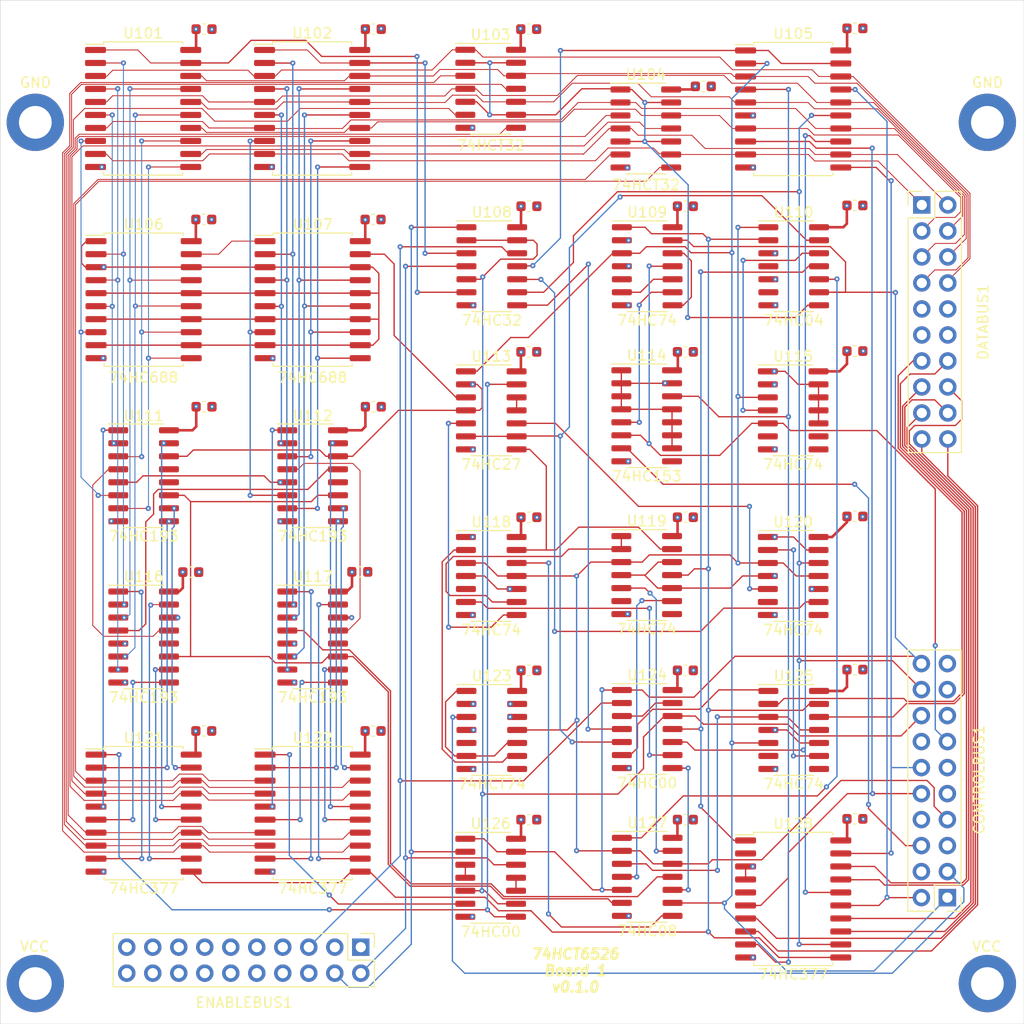
<source format=kicad_pcb>
(kicad_pcb (version 20211014) (generator pcbnew)
  (layers (0 "F.Cu" signal) (1 "In1.Cu" signal) (2 "In2.Cu" signal) (31 "B.Cu" signal) (34 "B.Paste" user) (35 "F.Paste" user) (36 "B.SilkS" user "B.Silkscreen") (37 "F.SilkS" user "F.Silkscreen") (38 "B.Mask" user) (39 "F.Mask" user) (44 "Edge.Cuts" user))
  (net 0 "")
  (net 1 "TASTART")
  (net 2 "PB6ON")
  (net 3 "CNT")
  (net 4 "PB7ON")
  (net 5 "SP")
  (net 6 "TAOUT")
  (net 7 "PHI2")
  (net 8 "TBOUT")
  (net 9 "~{FLAG}")
  (net 10 "SPMODE")
  (net 11 "TOD")
  (net 12 "TODIN")
  (net 13 "TAPULSE")
  (net 14 "ALARM")
  (net 15 "TBPULSE")
  (net 16 "ENABLE_NAND")
  (net 17 "TODIRQ")
  (net 18 "TARUNMODE")
  (net 19 "~{IRQ}")
  (net 20 "~{RES}")
  (net 21 "DZ2")
  (net 22 "DZ6")
  (net 23 "DZ5")
  (net 24 "DZ1")
  (net 25 "DZ3")
  (net 26 "DZ7")
  (net 27 "DZ4")
  (net 28 "DZ0")
  (net 29 "VCC")
  (net 30 "GND")
  (net 31 "D0")
  (net 32 "D1")
  (net 33 "D2")
  (net 34 "D3")
  (net 35 "D4")
  (net 36 "D5")
  (net 37 "D6")
  (net 38 "D7")
  (net 39 "~{EN6}")
  (net 40 "~{EN5}")
  (net 41 "~{EN7}")
  (net 42 "~{EN4}")
  (net 43 "~{EN14}")
  (net 44 "~{EN13}")
  (net 45 "~{EN12}")
  (net 46 "~{EN11}")
  (net 47 "~{EN10}")
  (net 48 "~{EN9}")
  (net 49 "~{EN8}")
  (net 50 "~{EN15}")
  (net 51 "/~{PHI2}")
  (net 52 "/resetData/RES")
  (net 53 "Net-(U111-Pad4)")
  (net 54 "/timera/~{OETALO}")
  (net 55 "/timera/~{OETAHI}")
  (net 56 "Net-(U112-Pad13)")
  (net 57 "/timera/~{TALOAD}")
  (net 58 "/timera/TACOUNT")
  (net 59 "/crega/~{WE14}")
  (net 60 "/crega/~{OE14}")
  (net 63 "/TAOUTMODE")
  (net 64 "/TAINMODE")
  (net 65 "/timera/~{WETALO}")
  (net 66 "/TALOAD")
  (net 67 "/timera/~{WETAHI}")
  (net 69 "/timera/timer16/TALO0")
  (net 70 "/timera/timer16/TALO1")
  (net 71 "/timera/timer16/TALO2")
  (net 72 "/timera/timer16/TALO3")
  (net 73 "/timera/timer16/TALO4")
  (net 74 "/timera/timer16/TALO5")
  (net 75 "/crega/TAUNDERFLOW")
  (net 76 "/timera/timer16/TALO6")
  (net 77 "/timera/timer16/TALO7")
  (net 78 "/timera/timer16/TAHI0")
  (net 79 "/timera/timer16/TAHI1")
  (net 80 "/timera/timer16/TAHI2")
  (net 81 "/timera/timer16/TAHI3")
  (net 82 "/timera/timer16/TAHI4")
  (net 83 "/timera/timer16/TAHI5")
  (net 84 "/timera/timer16/TAHI6")
  (net 85 "/timera/timer16/TAHI7")
  (net 86 "/resetData/DO0")
  (net 87 "/resetData/DO1")
  (net 88 "/resetData/DO2")
  (net 89 "/resetData/DO3")
  (net 90 "/resetData/DO4")
  (net 91 "/resetData/DO5")
  (net 92 "/resetData/DO6")
  (net 93 "/resetData/DO7")
  (net 94 "/timera/timer16/~{TIMER_UNDERFLOW}")
  (net 98 "/timera/TATOGGLE")
  (net 99 "/crega/WE14")
  (net 100 "Net-(U126-Pad3)")
  (net 101 "/timera/timer16/TA1")
  (net 102 "/timera/timer16/TA0")
  (net 103 "/timera/timer16/TA2")
  (net 104 "/timera/timer16/TA3")
  (net 105 "/timera/timer16/TA5")
  (net 106 "/timera/timer16/TA4")
  (net 107 "/timera/timer16/TA6")
  (net 108 "/timera/timer16/TA7")
  (net 110 "/timera/timer16/TA9")
  (net 111 "/timera/timer16/TA8")
  (net 112 "/timera/timer16/TA10")
  (net 113 "/timera/timer16/TA11")
  (net 114 "Net-(U112-Pad4)")
  (net 115 "/timera/timer16/TA13")
  (net 116 "/timera/timer16/TA12")
  (net 117 "/timera/timer16/TA14")
  (net 118 "/timera/timer16/TA15")
  (net 120 "/timera/TAPULSESET")
  (net 121 "/timera/~TATOGGLE")
  (net 122 "/timera/TATOGGLESET")
  (net 123 "/timera/timer16/TACOMPCASCADE")
  (net 129 "Net-(U118-Pad2)")
  (net 131 "Net-(U118-Pad6)")
  (net 132 "Net-(U118-Pad9)")
  (net 133 "Net-(U118-Pad12)")
  (net 135 "Net-(U119-Pad5)")
  (net 136 "Net-(U127-Pad4)")
  (net 139 "Net-(U125-Pad11)")
  (net 141 "Net-(U120-Pad2)")
  (net 142 "Net-(U123-Pad1)")
  (net 144 "Net-(U124-Pad13)")
  (net 145 "Net-(U124-Pad8)")
  (net 146 "Net-(U124-Pad6)")
  (net 149 "Net-(U126-Pad10)")
  (net 150 "Net-(U113-Pad5)")
  (net 151 "Net-(U113-Pad8)")
  (net 153 "Net-(U108-Pad8)")
  (net 154 "Net-(U108-Pad10)")
  (net 155 "Net-(U113-Pad11)")
  (footprint "Capacitor_SMD:C_0603_1608Metric" (layer "F.Cu") (at 151.6126 79.3496)
    (fp_text reference "C113")
    (fp_text value "100n")
  )
  (footprint "Capacitor_SMD:C_0603_1608Metric" (layer "F.Cu") (at 136.398 66.421)
    (fp_text reference "C107")
    (fp_text value "100n")
  )
  (footprint "Capacitor_SMD:C_0603_1608Metric" (layer "F.Cu") (at 183.4642 124.968)
    (fp_text reference "C128")
    (fp_text value "100n")
  )
  (footprint "Capacitor_SMD:C_0603_1608Metric" (layer "F.Cu") (at 151.6002 47.8282)
    (fp_text reference "C103")
    (fp_text value "100n")
  )
  (footprint "Package_SO:SOIC-16_3.9x9.9mm_P1.27mm" (layer "F.Cu") (at 163.12642 85.5956)
    (fp_text reference "U114")
    (fp_text value "74HC153")
  )
  (footprint "Capacitor_SMD:C_0603_1608Metric" (layer "F.Cu") (at 136.4234 47.8282)
    (fp_text reference "C102")
    (fp_text value "100n")
  )
  (footprint "Package_SO:SOIC-16_3.9x9.9mm_P1.27mm" (layer "F.Cu") (at 113.986411 91.4542)
    (fp_text reference "U111")
    (fp_text value "74HC193")
  )
  (footprint "Capacitor_SMD:C_0603_1608Metric" (layer "F.Cu") (at 166.9034 110.4646)
    (fp_text reference "C124")
    (fp_text value "100n")
  )
  (footprint "Capacitor_SMD:C_0603_1608Metric" (layer "F.Cu") (at 136.4234 84.709)
    (fp_text reference "C112")
    (fp_text value "100n")
  )
  (footprint "Package_SO:SOIC-20W_7.5x12.8mm_P1.27mm" (layer "F.Cu") (at 130.496411 74.2517)
    (fp_text reference "U107")
    (fp_text value "74HC688")
  )
  (footprint "Capacitor_SMD:C_0603_1608Metric" (layer "F.Cu") (at 119.888 47.8282)
    (fp_text reference "C101")
    (fp_text value "100n")
  )
  (footprint "Package_SO:SO-14_3.9x8.65mm_P1.27mm" (layer "F.Cu") (at 177.486411 116.283074)
    (fp_text reference "U125")
    (fp_text value "74HC74")
  )
  (footprint "MountingHole:MountingHole_2.2mm_M2_DIN965_Pad" (layer "F.Cu") (at 196.406802 56.930538)
    (fp_text reference "GND102" hide)
    (fp_text value "GND")
  )
  (footprint "Package_SO:SOIC-20W_7.5x12.8mm_P1.27mm" (layer "F.Cu") (at 177.435611 55.626)
    (fp_text reference "U105")
    (fp_text value "74HC244")
  )
  (footprint "Capacitor_SMD:C_0603_1608Metric" (layer "F.Cu") (at 183.4642 110.3884)
    (fp_text reference "C125")
    (fp_text value "100n")
  )
  (footprint "Capacitor_SMD:C_0603_1608Metric" (layer "F.Cu") (at 119.8626 116.3828)
    (fp_text reference "C121")
    (fp_text value "100n")
  )
  (footprint "MountingHole:MountingHole_2.2mm_M2_DIN965_Pad" (layer "F.Cu") (at 103.406802 56.930538)
    (fp_text reference "GND101" hide)
    (fp_text value "GND")
  )
  (footprint "Capacitor_SMD:C_0603_1608Metric" (layer "F.Cu") (at 151.6126 125.0442)
    (fp_text reference "C126")
    (fp_text value "100n")
  )
  (footprint "Capacitor_SMD:C_0603_1608Metric" (layer "F.Cu") (at 136.398 116.3828)
    (fp_text reference "C122")
    (fp_text value "100n")
  )
  (footprint "Capacitor_SMD:C_0603_1608Metric" (layer "F.Cu") (at 119.8626 66.421)
    (fp_text reference "C106")
    (fp_text value "100n")
  )
  (footprint "Package_SO:SOIC-16_3.9x9.9mm_P1.27mm" (layer "F.Cu") (at 130.496411 91.4542)
    (fp_text reference "U112")
    (fp_text value "74HC193")
  )
  (footprint "Capacitor_SMD:C_0603_1608Metric" (layer "F.Cu") (at 183.4642 79.2734)
    (fp_text reference "C115")
    (fp_text value "100n")
  )
  (footprint "MountingHole:MountingHole_2.2mm_M2_DIN965_Pad" (layer "F.Cu") (at 196.406802 141.055538)
    (fp_text reference "VCC102" hide)
    (fp_text value "VCC")
  )
  (footprint "Package_SO:SOIC-20W_7.5x12.8mm_P1.27mm" (layer "F.Cu") (at 130.496411 124.4092)
    (fp_text reference "U122")
    (fp_text value "74HC377")
  )
  (footprint "Package_SO:SO-14_3.9x8.65mm_P1.27mm" (layer "F.Cu") (at 163.0426 57.531)
    (fp_text reference "U104")
    (fp_text value "74HCT32")
  )
  (footprint "Connector_PinHeader_2.54mm:PinHeader_2x10_P2.54mm_Vertical" (layer "F.Cu") (at 190 65)
    (fp_text reference "DATABUS1")
    (fp_text value "Conn_02x10_Odd_Even")
  )
  (footprint "Capacitor_SMD:C_0603_1608Metric" (layer "F.Cu") (at 135.1026 100.838)
    (fp_text reference "C117")
    (fp_text value "100n")
  )
  (footprint "Capacitor_SMD:C_0603_1608Metric" (layer "F.Cu") (at 168.656 53.4162)
    (fp_text reference "C104")
    (fp_text value "100n")
  )
  (footprint "Package_SO:SOIC-14_3.9x8.7mm_P1.27mm" (layer "F.Cu") (at 177.486411 70.988179)
    (fp_text reference "U110")
    (fp_text value "74HC04")
  )
  (footprint "Package_SO:SO-14_3.9x8.65mm_P1.27mm" (layer "F.Cu") (at 177.435611 101.2444)
    (fp_text reference "U120")
    (fp_text value "74HC74")
  )
  (footprint "Package_SO:SO-14_3.9x8.65mm_P1.27mm" (layer "F.Cu") (at 147.944581 85.0646)
    (fp_text reference "U113")
    (fp_text value "74HC27")
  )
  (footprint "Capacitor_SMD:C_0603_1608Metric" (layer "F.Cu") (at 151.6256 95.504)
    (fp_text reference "C118")
    (fp_text value "100n")
  )
  (footprint "Package_SO:SO-14_3.9x8.65mm_P1.27mm" (layer "F.Cu") (at 163.17722 70.988179)
    (fp_text reference "U109")
    (fp_text value "74HC74")
  )
  (footprint "Connector_PinHeader_2.54mm:PinHeader_2x10_P2.54mm_Vertical" (layer "F.Cu") (at 192.5 132.66 180)
    (fp_text reference "CONTROLBUS1")
    (fp_text value "Conn_02x10_Odd_Even")
  )
  (footprint "MountingHole:MountingHole_2.2mm_M2_DIN965_Pad" (layer "F.Cu") (at 103.406802 141.055538)
    (fp_text reference "VCC101" hide)
    (fp_text value "VCC")
  )
  (footprint "Capacitor_SMD:C_0603_1608Metric" (layer "F.Cu") (at 183.4642 95.4278)
    (fp_text reference "C120")
    (fp_text value "100n")
  )
  (footprint "Package_SO:SO-14_3.9x8.65mm_P1.27mm" (layer "F.Cu") (at 163.17722 130.6322)
    (fp_text reference "U127")
    (fp_text value "74HC08")
  )
  (footprint "Capacitor_SMD:C_0603_1608Metric" (layer "F.Cu") (at 166.9034 125.0442)
    (fp_text reference "C127")
    (fp_text value "100n")
  )
  (footprint "Package_SO:SO-14_3.9x8.65mm_P1.27mm" (layer "F.Cu") (at 147.886161 53.656)
    (fp_text reference "U103")
    (fp_text value "74HCT32")
  )
  (footprint "Package_SO:SO-14_3.9x8.65mm_P1.27mm" (layer "F.Cu") (at 177.435611 85.0646)
    (fp_text reference "U115")
    (fp_text value "74HC74")
  )
  (footprint "Package_SO:SOIC-20W_7.5x12.8mm_P1.27mm" (layer "F.Cu") (at 177.435611 132.7912)
    (fp_text reference "U128")
    (fp_text value "74HC377")
  )
  (footprint "Package_SO:SOIC-20W_7.5x12.8mm_P1.27mm" (layer "F.Cu") (at 113.986411 124.4092)
    (fp_text reference "U121")
    (fp_text value "74HC377")
  )
  (footprint "Capacitor_SMD:C_0603_1608Metric" (layer "F.Cu") (at 118.5926 100.8634)
    (fp_text reference "C116")
    (fp_text value "100n")
  )
  (footprint "Package_SO:SO-14_3.9x8.65mm_P1.27mm" (layer "F.Cu") (at 163.12642 101.1554)
    (fp_text reference "U119")
    (fp_text value "74HC74")
  )
  (footprint "Package_SO:SO-14_3.9x8.65mm_P1.27mm" (layer "F.Cu") (at 147.944581 101.2444)
    (fp_text reference "U118")
    (fp_text value "74HC74")
  )
  (footprint "Package_SO:SOIC-16_3.9x9.9mm_P1.27mm" (layer "F.Cu") (at 113.986411 107.2067)
    (fp_text reference "U116")
    (fp_text value "74HC193")
  )
  (footprint "Capacitor_SMD:C_0603_1608Metric" (layer "F.Cu") (at 166.9034 79.3496)
    (fp_text reference "C114")
    (fp_text value "100n")
  )
  (footprint "Package_SO:SO-14_3.9x8.65mm_P1.27mm" (layer "F.Cu") (at 147.995381 116.283074)
    (fp_text reference "U123")
    (fp_text value "74HCT74")
  )
  (footprint "Package_SO:SOIC-20W_7.5x12.8mm_P1.27mm" (layer "F.Cu") (at 130.445611 55.5752)
    (fp_text reference "U102")
    (fp_text value "74HC244")
  )
  (footprint "Connector_PinHeader_2.54mm:PinHeader_2x10_P2.54mm_Vertical" (layer "F.Cu") (at 135.2 137.5 -90)
    (fp_text reference "ENABLEBUS1")
    (fp_text value "Conn_02x10_Odd_Even")
  )
  (footprint "Package_SO:SOIC-14_3.9x8.7mm_P1.27mm" (layer "F.Cu") (at 163.17722 116.194074)
    (fp_text reference "U124")
    (fp_text value "74HC00")
  )
  (footprint "Package_SO:SO-14_3.9x8.65mm_P1.27mm" (layer "F.Cu") (at 147.886161 130.7212)
    (fp_text reference "U126")
    (fp_text value "74HC00")
  )
  (footprint "Capacitor_SMD:C_0603_1608Metric" (layer "F.Cu") (at 119.888 84.709)
    (fp_text reference "C111")
    (fp_text value "100n")
  )
  (footprint "Capacitor_SMD:C_0603_1608Metric" (layer "F.Cu") (at 183.4642 65.0494)
    (fp_text reference "C110")
    (fp_text value "100n")
  )
  (footprint "Capacitor_SMD:C_0603_1608Metric" (layer "F.Cu") (at 183.4642 47.752)
    (fp_text reference "C105")
    (fp_text value "100n")
  )
  (footprint "Capacitor_SMD:C_0603_1608Metric" (layer "F.Cu") (at 166.9034 65.1256)
    (fp_text reference "C109")
    (fp_text value "100n")
  )
  (footprint "Package_SO:SOIC-20W_7.5x12.8mm_P1.27mm" (layer "F.Cu") (at 113.986411 74.2517)
    (fp_text reference "U106")
    (fp_text value "74HC688")
  )
  (footprint "Package_SO:SOIC-14_3.9x8.7mm_P1.27mm" (layer "F.Cu") (at 147.995381 70.988179)
    (fp_text reference "U108")
    (fp_text value "74HC32")
  )
  (footprint "Package_SO:SOIC-16_3.9x9.9mm_P1.27mm" (layer "F.Cu") (at 130.496411 107.2067)
    (fp_text reference "U117")
    (fp_text value "74HC193")
  )
  (footprint "Capacitor_SMD:C_0603_1608Metric" (layer "F.Cu") (at 151.6256 65.1256)
    (fp_text reference "C108")
    (fp_text value "100n")
  )
  (footprint "Capacitor_SMD:C_0603_1608Metric" (layer "F.Cu") (at 166.9034 95.504)
    (fp_text reference "C119")
    (fp_text value "100n")
  )
  (footprint "Capacitor_SMD:C_0603_1608Metric" (layer "F.Cu") (at 151.6256 110.4646)
    (fp_text reference "C123")
    (fp_text value "100n")
  )
  (footprint "Package_SO:SOIC-20W_7.5x12.8mm_P1.27mm" (layer "F.Cu") (at 113.935611 55.5752)
    (fp_text reference "U101")
    (fp_text value "74HC244")
  )
  (gr_line (start 199.981802 45.005538) (end 99.981802 45.005538) (layer "Edge.Cuts") (width 0.05))
  (gr_line (start 99.981802 145.005538) (end 199.981802 145.005538) (layer "Edge.Cuts") (width 0.05))
  (gr_line (start 99.981802 45.005538) (end 99.981802 145.005538) (layer "Edge.Cuts") (width 0.05))
  (gr_line (start 199.981802 145.005538) (end 199.981802 45.005538) (layer "Edge.Cuts") (width 0.05))
  (gr_text "74HCT6526\nBoard 1\nv0.1.0" (at 156.1592 139.78382) (layer "F.SilkS") (effects (font (size 1 1) (thickness 0.25) italic)))
  (segment (start 170.7261 133.1849) (end 165.66492 133.1849) (width 0.127) (layer "F.Cu") (net 1))
  (segment (start 159.79902 69.72046) (end 151.56942 77.95006) (width 0.127) (layer "F.Cu") (net 1))
  (segment (start 163.10102 69.0753) (end 166.87292 69.0753) (width 0.127) (layer "F.Cu") (net 1))
  (segment (start 174.87646 51.181) (end 172.785611 51.181) (width 0.127) (layer "F.Cu") (net 1))
  (segment (start 149.84222 77.95006) (end 146.53768 81.2546) (width 0.127) (layer "F.Cu") (net 1))
  (segment (start 151.56942 77.95006) (end 149.84222 77.95006) (width 0.127) (layer "F.Cu") (net 1))
  (segment (start 175.011411 117.553074) (end 171.449334 117.553074) (width 0.127) (layer "F.Cu") (net 1))
  (segment (start 160.410841 69.72046) (end 159.79902 69.72046) (width 0.127) (layer "F.Cu") (net 1))
  (segment (start 160.70222 69.718179) (end 162.458141 69.718179) (width 0.127) (layer "F.Cu") (net 1))
  (segment (start 160.413122 69.718179) (end 160.410841 69.72046) (width 0.127) (layer "F.Cu") (net 1))
  (segment (start 171.449334 117.553074) (end 171.44746 117.5512) (width 0.127) (layer "F.Cu") (net 1))
  (segment (start 162.458141 69.718179) (end 163.10102 69.0753) (width 0.127) (layer "F.Cu") (net 1))
  (segment (start 160.70222 69.718179) (end 160.413122 69.718179) (width 0.127) (layer "F.Cu") (net 1))
  (segment (start 166.87292 69.0753) (end 167.4622 69.66458) (width 0.127) (layer "F.Cu") (net 1))
  (segment (start 167.4622 69.66458) (end 171.44746 69.66458) (width 0.127) (layer "F.Cu") (net 1))
  (segment (start 146.53768 81.2546) (end 145.469581 81.2546) (width 0.127) (layer "F.Cu") (net 1))
  (via (at 171.44746 117.5512) (size 0.5) (drill 0.2) (layers "F.Cu" "B.Cu") (net 1))
  (via (at 174.87646 51.181) (size 0.5) (drill 0.2) (layers "F.Cu" "B.Cu") (net 1))
  (via (at 171.44746 69.66458) (size 0.5) (drill 0.2) (layers "F.Cu" "B.Cu") (net 1))
  (via (at 170.7261 133.1849) (size 0.5) (drill 0.2) (layers "F.Cu" "B.Cu") (net 1))
  (segment (start 170.7261 133.76148) (end 176.79354 139.82892) (width 0.127) (layer "B.Cu") (net 1))
  (segment (start 171.44746 54.61) (end 174.87646 51.181) (width 0.127) (layer "B.Cu") (net 1))
  (segment (start 171.44746 69.66458) (end 171.44746 54.61) (width 0.127) (layer "B.Cu") (net 1))
  (segment (start 176.79354 139.82892) (end 185.33108 139.82892) (width 0.127) (layer "B.Cu") (net 1))
  (segment (start 171.44746 117.5512) (end 171.44746 69.66458) (width 0.127) (layer "B.Cu") (net 1))
  (segment (start 171.44746 132.46354) (end 171.40682 132.50418) (width 0.127) (layer "B.Cu") (net 1))
  (segment (start 170.7261 133.1849) (end 170.7261 133.76148) (width 0.127) (layer "B.Cu") (net 1))
  (segment (start 171.44746 117.5512) (end 171.44746 132.46354) (width 0.127) (layer "B.Cu") (net 1))
  (segment (start 185.33108 139.82892) (end 192.5 132.66) (width 0.127) (layer "B.Cu") (net 1))
  (segment (start 171.40682 132.50418) (end 170.7261 133.1849) (width 0.127) (layer "B.Cu") (net 1))
  (segment (start 186.60364 132.63372) (end 185.81116 133.4262) (width 0.127) (layer "F.Cu") (net 2))
  (segment (start 186.62992 132.66) (end 189.37644 132.66) (width 0.127) (layer "F.Cu") (net 2))
  (segment (start 183.48452 53.72354) (end 182.088151 53.72354) (width 0.127) (layer "F.Cu") (net 2))
  (segment (start 185.81116 133.4262) (end 182.085611 133.4262) (width 0.127) (layer "F.Cu") (net 2))
  (segment (start 182.088151 53.72354) (end 182.085611 53.721) (width 0.127) (layer "F.Cu") (net 2))
  (segment (start 186.60364 132.63372) (end 186.62992 132.66) (width 0.127) (layer "F.Cu") (net 2))
  (via (at 186.60364 132.63372) (size 0.5) (drill 0.2) (layers "F.Cu" "B.Cu") (net 2))
  (via (at 183.48452 53.72354) (size 0.5) (drill 0.2) (layers "F.Cu" "B.Cu") (net 2))
  (segment (start 186.6011 56.84012) (end 183.48452 53.72354) (width 0.127) (layer "B.Cu") (net 2))
  (segment (start 186.6011 132.63118) (end 186.6011 56.84012) (width 0.127) (layer "B.Cu") (net 2))
  (segment (start 186.60364 132.63372) (end 186.6011 132.63118) (width 0.127) (layer "B.Cu") (net 2))
  (segment (start 144.19072 115.03406) (end 145.499395 115.03406) (width 0.127) (layer "F.Cu") (net 3))
  (segment (start 145.499395 115.03406) (end 145.520381 115.013074) (width 0.127) (layer "F.Cu") (net 3))
  (via (at 144.19072 115.03406) (size 0.5) (drill 0.2) (layers "F.Cu" "B.Cu") (net 3))
  (segment (start 144.14754 115.07724) (end 144.19072 115.03406) (width 0.127) (layer "B.Cu") (net 3))
  (segment (start 144.14754 138.85164) (end 144.14754 115.07724) (width 0.127) (layer "B.Cu") (net 3))
  (segment (start 194.11188 131.73188) (end 194.11188 133.054142) (width 0.127) (layer "B.Cu") (net 3))
  (segment (start 192.5 130.12) (end 194.11188 131.73188) (width 0.127) (layer "B.Cu") (net 3))
  (segment (start 194.11188 133.054142) (end 187.120582 140.04544) (width 0.127) (layer "B.Cu") (net 3))
  (segment (start 187.120582 140.04544) (end 145.34134 140.04544) (width 0.127) (layer "B.Cu") (net 3))
  (segment (start 145.34134 140.04544) (end 144.14754 138.85164) (width 0.127) (layer "B.Cu") (net 3))
  (segment (start 188.413 127.58) (end 189.96 127.58) (width 0.127) (layer "F.Cu") (net 6))
  (segment (start 184.79516 123.96216) (end 188.413 127.58) (width 0.127) (layer "F.Cu") (net 6))
  (segment (start 164.72154 92.28328) (end 183.44388 92.28328) (width 0.127) (layer "F.Cu") (net 6))
  (segment (start 161.20886 88.7706) (end 164.72154 92.28328) (width 0.127) (layer "F.Cu") (net 6))
  (segment (start 160.65142 88.7706) (end 161.20886 88.7706) (width 0.127) (layer "F.Cu") (net 6))
  (segment (start 184.79516 123.56338) (end 184.79516 123.96216) (width 0.127) (layer "F.Cu") (net 6))
  (via (at 183.44388 92.28328) (size 0.5) (drill 0.2) (layers "F.Cu" "B.Cu") (net 6))
  (via (at 184.79516 123.56338) (size 0.5) (drill 0.2) (layers "F.Cu" "B.Cu") (net 6))
  (segment (start 184.79262 93.63202) (end 183.44388 92.28328) (width 0.127) (layer "B.Cu") (net 6))
  (segment (start 184.79516 123.56338) (end 184.79262 123.56084) (width 0.127) (layer "B.Cu") (net 6))
  (segment (start 184.79262 123.56084) (end 184.79262 93.63202) (width 0.127) (layer "B.Cu") (net 6))
  (segment (start 174.960611 99.9744) (end 176.46396 99.9744) (width 0.127) (layer "F.Cu") (net 7))
  (segment (start 169.53484 128.96596) (end 174.36084 128.96596) (width 0.127) (layer "F.Cu") (net 7))
  (segment (start 177.73396 101.2444) (end 179.910611 101.2444) (width 0.127) (layer "F.Cu") (net 7))
  (segment (start 174.960611 83.7946) (end 172.13326 83.7946) (width 0.127) (layer "F.Cu") (net 7))
  (segment (start 169.1386 129.3622) (end 169.53484 128.96596) (width 0.127) (layer "F.Cu") (net 7))
  (segment (start 171.25442 99.18446) (end 172.04436 99.9744) (width 0.127) (layer "F.Cu") (net 7))
  (segment (start 145.469581 99.9744) (end 147.31238 99.9744) (width 0.127) (layer "F.Cu") (net 7))
  (segment (start 191.20372 121.9176) (end 191.20372 123.74372) (width 0.127) (layer "F.Cu") (net 7))
  (segment (start 162.68964 99.8854) (end 163.39058 99.18446) (width 0.127) (layer "F.Cu") (net 7))
  (segment (start 162.49904 128.0922) (end 160.70222 128.0922) (width 0.127) (layer "F.Cu") (net 7))
  (segment (start 172.13326 83.7946) (end 172.04436 83.7057) (width 0.127) (layer "F.Cu") (net 7))
  (segment (start 150.419581 101.2444) (end 156.27604 101.2444) (width 0.127) (layer "F.Cu") (net 7))
  (segment (start 156.29636 128.0922) (end 156.27858 128.07442) (width 0.127) (layer "F.Cu") (net 7))
  (segment (start 172.04436 99.9744) (end 174.960611 99.9744) (width 0.127) (layer "F.Cu") (net 7))
  (segment (start 176.46396 99.9744) (end 177.73396 101.2444) (width 0.127) (layer "F.Cu") (net 7))
  (segment (start 155.369926 116.283074) (end 150.470381 116.283074) (width 0.127) (layer "F.Cu") (net 7))
  (segment (start 156.30144 101.2444) (end 157.66044 99.8854) (width 0.127) (layer "F.Cu") (net 7))
  (segment (start 182.10784 121.21896) (end 190.50508 121.21896) (width 0.127) (layer "F.Cu") (net 7))
  (segment (start 174.36084 128.96596) (end 182.10784 121.21896) (width 0.127) (layer "F.Cu") (net 7))
  (segment (start 156.27604 101.2444) (end 156.30144 101.2444) (width 0.127) (layer "F.Cu") (net 7))
  (segment (start 172.04182 67.19062) (end 174.99897 67.19062) (width 0.127) (layer "F.Cu") (net 7))
  (segment (start 160.65142 99.8854) (end 162.68964 99.8854) (width 0.127) (layer "F.Cu") (net 7))
  (segment (start 191.20372 123.74372) (end 192.5 125.04) (width 0.127) (layer "F.Cu") (net 7))
  (segment (start 148.58238 101.2444) (end 150.419581 101.2444) (width 0.127) (layer "F.Cu") (net 7))
  (segment (start 163.39058 99.18446) (end 171.25442 99.18446) (width 0.127) (layer "F.Cu") (net 7))
  (segment (start 157.66044 99.8854) (end 160.65142 99.8854) (width 0.127) (layer "F.Cu") (net 7))
  (segment (start 165.65222 129.3622) (end 169.1386 129.3622) (width 0.127) (layer "F.Cu") (net 7))
  (segment (start 147.31238 99.9744) (end 148.58238 101.2444) (width 0.127) (layer "F.Cu") (net 7))
  (segment (start 165.65222 129.3622) (end 163.76904 129.3622) (width 0.127) (layer "F.Cu") (net 7))
  (segment (start 156.31922 115.33378) (end 155.369926 116.283074) (width 0.127) (layer "F.Cu") (net 7))
  (segment (start 190.50508 121.21896) (end 191.20372 121.9176) (width 0.127) (layer "F.Cu") (net 7))
  (segment (start 163.76904 129.3622) (end 162.49904 128.0922) (width 0.127) (layer "F.Cu") (net 7))
  (segment (start 174.99897 67.19062) (end 175.011411 67.178179) (width 0.127) (layer "F.Cu") (net 7))
  (segment (start 160.70222 128.0922) (end 156.29636 128.0922) (width 0.127) (layer "F.Cu") (net 7))
  (via (at 156.27604 101.2444) (size 0.5) (drill 0.2) (layers "F.Cu" "B.Cu") (net 7))
  (via (at 156.31922 115.33378) (size 0.5) (drill 0.2) (layers "F.Cu" "B.Cu") (net 7))
  (via (at 172.04436 83.7057) (size 0.5) (drill 0.2) (layers "F.Cu" "B.Cu") (net 7))
  (via (at 156.27858 128.07442) (size 0.5) (drill 0.2) (layers "F.Cu" "B.Cu") (net 7))
  (via (at 172.04182 67.19062) (size 0.5) (drill 0.2) (layers "F.Cu" "B.Cu") (net 7))
  (via (at 172.04436 99.9744) (size 0.5) (drill 0.2) (layers "F.Cu" "B.Cu") (net 7))
  (segment (start 156.31922 115.33378) (end 156.27858 115.29314) (width 0.127) (layer "B.Cu") (net 7))
  (segment (start 172.04436 99.9744) (end 172.04436 83.7057) (width 0.127) (layer "B.Cu") (net 7))
  (segment (start 156.27858 101.24694) (end 156.27604 101.2444) (width 0.127) (layer "B.Cu") (net 7))
  (segment (start 172.04436 83.7057) (end 172.04436 67.19316) (width 0.127) (layer "B.Cu") (net 7))
  (segment (start 156.27858 115.29314) (end 156.27858 101.24694) (width 0.127) (layer "B.Cu") (net 7))
  (segment (start 172.04436 67.19316) (end 172.04182 67.19062) (width 0.127) (layer "B.Cu") (net 7))
  (segment (start 156.27858 115.37442) (end 156.31922 115.33378) (width 0.127) (layer "B.Cu") (net 7))
  (segment (start 156.27858 128.07442) (end 156.27858 115.37442) (width 0.127) (layer "B.Cu") (net 7))
  (segment (start 176.9618 130.72618) (end 174.26178 133.4262) (width 0.127) (layer "F.Cu") (net 10))
  (segment (start 185.19562 122.50166) (end 185.19728 122.5) (width 0.127) (layer "F.Cu") (net 10))
  (segment (start 179.67706 59.45124) (end 179.02682 58.801) (width 0.127) (layer "F.Cu") (net 10))
  (segment (start 179.02682 58.801) (end 172.785611 58.801) (width 0.127) (layer "F.Cu") (net 10))
  (segment (start 185.19562 122.50166) (end 182.7276 122.50166) (width 0.127) (layer "F.Cu") (net 10))
  (segment (start 182.7276 122.50166) (end 176.9618 128.26746) (width 0.127) (layer "F.Cu") (net 10))
  (segment (start 174.26178 133.4262) (end 172.785611 133.4262) (width 0.127) (layer "F.Cu") (net 10))
  (segment (start 176.9618 128.26746) (end 176.9618 130.72618) (width 0.127) (layer "F.Cu") (net 10))
  (segment (start 185.19728 122.5) (end 189.96 122.5) (width 0.127) (layer "F.Cu") (net 10))
  (segment (start 185.15584 59.45124) (end 179.67706 59.45124) (width 0.127) (layer "F.Cu") (net 10))
  (via (at 185.15584 59.45124) (size 0.5) (drill 0.2) (layers "F.Cu" "B.Cu") (net 10))
  (via (at 185.19562 122.50166) (size 0.5) (drill 0.2) (layers "F.Cu" "B.Cu") (net 10))
  (segment (start 185.133829 59.473251) (end 185.15584 59.45124) (width 0.127) (layer "B.Cu") (net 10))
  (segment (start 185.133829 122.439869) (end 185.133829 59.473251) (width 0.127) (layer "B.Cu") (net 10))
  (segment (start 185.19562 122.50166) (end 185.133829 122.439869) (width 0.127) (layer "B.Cu") (net 10))
  (segment (start 185.53684 61.33084) (end 182.095771 61.33084) (width 0.127) (layer "F.Cu") (net 12))
  (segment (start 186.8424 62.6364) (end 185.53684 61.33084) (width 0.127) (layer "F.Cu") (net 12))
  (segment (start 182.095771 61.33084) (end 182.085611 61.341) (width 0.127) (layer "F.Cu") (net 12))
  (segment (start 186.96854 128.3462) (end 182.085611 128.3462) (width 0.127) (layer "F.Cu") (net 12))
  (segment (start 187.0041 62.6364) (end 186.8424 62.6364) (width 0.127) (layer "F.Cu") (net 12))
  (segment (start 187.0041 128.31064) (end 186.96854 128.3462) (width 0.127) (layer "F.Cu") (net 12))
  (via (at 187.0041 62.6364) (size 0.5) (drill 0.2) (layers "F.Cu" "B.Cu") (net 12))
  (via (at 187.0041 128.31064) (size 0.5) (drill 0.2) (layers "F.Cu" "B.Cu") (net 12))
  (segment (start 187.0041 119.95064) (end 187.0041 62.6364) (width 0.127) (layer "B.Cu") (net 12))
  (segment (start 187.0041 128.31064) (end 187.0041 119.95064) (width 0.127) (layer "B.Cu") (net 12))
  (segment (start 189.96 119.96) (end 187.01346 119.96) (width 0.127) (layer "B.Cu") (net 12))
  (segment (start 187.01346 119.96) (end 187.0041 119.95064) (width 0.127) (layer "B.Cu") (net 12))
  (segment (start 163.3601 88.34882) (end 164.47516 89.46388) (width 0.127) (layer "F.Cu") (net 13))
  (segment (start 163.33442 88.31326) (end 162.52176 87.5006) (width 0.127) (layer "F.Cu") (net 13))
  (segment (start 163.3601 88.31326) (end 163.33442 88.31326) (width 0.127) (layer "F.Cu") (net 13))
  (segment (start 191.31534 92.75318) (end 191.31534 108.0389) (width 0.127) (layer "F.Cu") (net 13))
  (segment (start 170.25874 89.46388) (end 173.38802 86.3346) (width 0.127) (layer "F.Cu") (net 13))
  (segment (start 164.47516 89.46388) (end 170.25874 89.46388) (width 0.127) (layer "F.Cu") (net 13))
  (segment (start 173.38802 86.3346) (end 174.960611 86.3346) (width 0.127) (layer "F.Cu") (net 13))
  (segment (start 162.52176 87.5006) (end 160.65142 87.5006) (width 0.127) (layer "F.Cu") (net 13))
  (segment (start 165.65222 70.988179) (end 163.393379 70.988179) (width 0.127) (layer "F.Cu") (net 13))
  (segment (start 176.45634 86.3346) (end 177.15738 87.03564) (width 0.127) (layer "F.Cu") (net 13))
  (segment (start 177.15738 87.03564) (end 185.5978 87.03564) (width 0.127) (layer "F.Cu") (net 13))
  (segment (start 163.3601 88.31326) (end 163.3601 88.34882) (width 0.127) (layer "F.Cu") (net 13))
  (segment (start 163.393379 70.988179) (end 163.37026 70.96506) (width 0.127) (layer "F.Cu") (net 13))
  (segment (start 174.960611 86.3346) (end 176.45634 86.3346) (width 0.127) (layer "F.Cu") (net 13))
  (segment (start 185.5978 87.03564) (end 191.31534 92.75318) (width 0.127) (layer "F.Cu") (net 13))
  (via (at 163.37026 70.96506) (size 0.5) (drill 0.2) (layers "F.Cu" "B.Cu") (net 13))
  (via (at 191.31534 108.0389) (size 0.5) (drill 0.2) (layers "F.Cu" "B.Cu") (net 13))
  (via (at 163.3601 88.31326) (size 0.5) (drill 0.2) (layers "F.Cu" "B.Cu") (net 13))
  (segment (start 191.31534 116.23534) (end 192.5 117.42) (width 0.127) (layer "B.Cu") (net 13))
  (segment (start 163.3601 88.31326) (end 163.37026 88.3031) (width 0.127) (layer "B.Cu") (net 13))
  (segment (start 163.37026 88.3031) (end 163.37026 70.96506) (width 0.127) (layer "B.Cu") (net 13))
  (segment (start 191.31534 108.0389) (end 191.31534 116.23534) (width 0.127) (layer "B.Cu") (net 13))
  (segment (start 160.31972 122.54738) (end 147.0914 122.54738) (width 0.127) (layer "F.Cu") (net 16))
  (segment (start 165.65222 114.924074) (end 164.856926 114.924074) (width 0.127) (layer "F.Cu") (net 16))
  (segment (start 148.85416 70.29196) (end 152.04948 70.29196) (width 0.127) (layer "F.Cu") (net 16))
  (segment (start 147.03034 131.9912) (end 147.31756 131.9912) (width 0.127) (layer "F.Cu") (net 16))
  (segment (start 152.41778 69.92366) (end 152.41778 68.81114) (width 0.127) (layer "F.Cu") (net 16))
  (segment (start 145.520381 72.258179) (end 146.887941 72.258179) (width 0.127) (layer "F.Cu") (net 16))
  (segment (start 147.11172 72.0344) (end 148.85416 70.29196) (width 0.127) (layer "F.Cu") (net 16))
  (segment (start 145.520381 68.448179) (end 150.470381 68.448179) (width 0.127) (layer "F.Cu") (net 16))
  (segment (start 168.66743 115.72113) (end 167.870374 114.924074) (width 0.127) (layer "F.Cu") (net 16))
  (segment (start 148.58756 133.2612) (end 150.361161 133.2612) (width 0.127) (layer "F.Cu") (net 16))
  (segment (start 168.66743 115.72113) (end 168.668506 115.720054) (width 0.127) (layer "F.Cu") (net 16))
  (segment (start 152.41778 68.81114) (end 152.054819 68.448179) (width 0.127) (layer "F.Cu") (net 16))
  (segment (start 152.04948 70.29196) (end 152.41778 69.92366) (width 0.127) (layer "F.Cu") (net 16))
  (segment (start 187.9746 116.8654) (end 178.05146 116.8654) (width 0.127) (layer "F.Cu") (net 16))
  (segment (start 146.887941 72.258179) (end 147.11172 72.0344) (width 0.127) (layer "F.Cu") (net 16))
  (segment (start 152.054819 68.448179) (end 150.470381 68.448179) (width 0.127) (layer "F.Cu") (net 16))
  (segment (start 176.906114 115.720054) (end 178.05146 116.8654) (width 0.127) (layer "F.Cu") (net 16))
  (segment (start 167.870374 114.924074) (end 165.65222 114.924074) (width 0.127) (layer "F.Cu") (net 16))
  (segment (start 189.96 114.88) (end 187.9746 116.8654) (width 0.127) (layer "F.Cu") (net 16))
  (segment (start 164.856926 114.924074) (end 162.81654 116.96446) (width 0.127) (layer "F.Cu") (net 16))
  (segment (start 147.31756 131.9912) (end 148.58756 133.2612) (width 0.127) (layer "F.Cu") (net 16))
  (segment (start 168.668506 115.720054) (end 176.906114 115.720054) (width 0.127) (layer "F.Cu") (net 16))
  (segment (start 162.81654 120.05056) (end 160.31972 122.54738) (width 0.127) (layer "F.Cu") (net 16))
  (segment (start 145.411161 131.9912) (end 147.03034 131.9912) (width 0.127) (layer "F.Cu") (net 16))
  (segment (start 162.81654 116.96446) (end 162.81654 120.05056) (width 0.127) (layer "F.Cu") (net 16))
  (via (at 147.11172 72.0344) (size 0.5) (drill 0.2) (layers "F.Cu" "B.Cu") (net 16))
  (via (at 147.03034 131.9912) (size 0.5) (drill 0.2) (layers "F.Cu" "B.Cu") (net 16))
  (via (at 147.0914 122.54738) (size 0.5) (drill 0.2) (layers "F.Cu" "B.Cu") (net 16))
  (segment (start 147.03034 122.60844) (end 147.03034 131.9912) (width 0.127) (layer "B.Cu") (net 16))
  (segment (start 147.11172 122.52706) (end 147.0914 122.54738) (width 0.127) (layer "B.Cu") (net 16))
  (segment (start 147.0914 122.54738) (end 147.03034 122.60844) (width 0.127) (layer "B.Cu") (net 16))
  (segment (start 147.11172 72.0344) (end 147.11172 122.52706) (width 0.127) (layer "B.Cu") (net 16))
  (segment (start 155.97124 70.61454) (end 155.97124 68.0085) (width 0.127) (layer "F.Cu") (net 18))
  (segment (start 182.085611 56.261) (end 179.2351 56.261) (width 0.127) (layer "F.Cu") (net 18))
  (segment (start 178.04384 99.9744) (end 179.910611 99.9744) (width 0.127) (layer "F.Cu") (net 18))
  (segment (start 178.0413 137.2362) (end 182.085611 137.2362) (width 0.127) (layer "F.Cu") (net 18))
  (segment (start 178.01844 63.70828) (end 178.02606 63.70066) (width 0.127) (layer "F.Cu") (net 18))
  (segment (start 160.27146 63.70828) (end 178.01844 63.70828) (width 0.127) (layer "F.Cu") (net 18))
  (segment (start 178.03622 109.51718) (end 178.02606 109.50702) (width 0.127) (layer "F.Cu") (net 18))
  (segment (start 153.057601 73.528179) (end 155.97124 70.61454) (width 0.127) (layer "F.Cu") (net 18))
  (segment (start 150.470381 73.528179) (end 153.057601 73.528179) (width 0.127) (layer "F.Cu") (net 18))
  (segment (start 155.97124 68.0085) (end 160.27146 63.70828) (width 0.127) (layer "F.Cu") (net 18))
  (segment (start 187.13718 109.51718) (end 178.03622 109.51718) (width 0.127) (layer "F.Cu") (net 18))
  (segment (start 179.2351 56.261) (end 179.22494 56.25084) (width 0.127) (layer "F.Cu") (net 18))
  (segment (start 178.02098 137.21588) (end 178.0413 137.2362) (width 0.127) (layer "F.Cu") (net 18))
  (segment (start 178.02606 99.99218) (end 178.04384 99.9744) (width 0.127) (layer "F.Cu") (net 18))
  (segment (start 189.96 112.34) (end 187.13718 109.51718) (width 0.127) (layer "F.Cu") (net 18))
  (via (at 178.02098 137.21588) (size 0.5) (drill 0.2) (layers "F.Cu" "B.Cu") (net 18))
  (via (at 178.02606 99.99218) (size 0.5) (drill 0.2) (layers "F.Cu" "B.Cu") (net 18))
  (via (at 178.02606 109.50702) (size 0.5) (drill 0.2) (layers "F.Cu" "B.Cu") (net 18))
  (via (at 179.22494 56.25084) (size 0.5) (drill 0.2) (layers "F.Cu" "B.Cu") (net 18))
  (via (at 178.02606 63.70066) (size 0.5) (drill 0.2) (layers "F.Cu" "B.Cu") (net 18))
  (segment (start 178.02098 137.21588) (end 178.02606 137.2108) (width 0.127) (layer "B.Cu") (net 18))
  (segment (start 178.02606 63.70066) (end 178.02606 99.99218) (width 0.127) (layer "B.Cu") (net 18))
  (segment (start 178.02606 99.99218) (end 178.02606 109.50702) (width 0.127) (layer "B.Cu") (net 18))
  (segment (start 179.22494 56.27878) (end 178.02606 57.47766) (width 0.127) (layer "B.Cu") (net 18))
  (segment (start 178.02606 57.47766) (end 178.02606 63.70066) (width 0.127) (layer "B.Cu") (net 18))
  (segment (start 179.22494 56.25084) (end 179.22494 56.27878) (width 0.127) (layer "B.Cu") (net 18))
  (segment (start 178.02606 137.2108) (end 178.02606 109.50702) (width 0.127) (layer "B.Cu") (net 18))
  (segment (start 167.70604 69.06514) (end 167.089079 68.448179) (width 0.127) (layer "F.Cu") (net 20))
  (segment (start 171.74464 109.08538) (end 187.44946 109.08538) (width 0.127) (layer "F.Cu") (net 20))
  (segment (start 167.75176 113.07826) (end 171.74464 109.08538) (width 0.127) (layer "F.Cu") (net 20))
  (segment (start 181.04866 69.06514) (end 167.70604 69.06514) (width 0.127) (layer "F.Cu") (net 20))
  (segment (start 145.411161 126.9112) (end 147.2312 126.9112) (width 0.127) (layer "F.Cu") (net 20))
  (segment (start 181.393841 73.528179) (end 182.5498 73.528179) (width 0.127) (layer "F.Cu") (net 20))
  (segment (start 158.76778 131.9022) (end 160.70222 131.9022) (width 0.127) (layer "F.Cu") (net 20))
  (segment (start 182.5498 70.56628) (end 181.04866 69.06514) (width 0.127) (layer "F.Cu") (net 20))
  (segment (start 187.44946 109.08538) (end 189.24538 109.08538) (width 0.127) (layer "F.Cu") (net 20))
  (segment (start 147.2312 126.9112) (end 148.5012 128.1812) (width 0.127) (layer "F.Cu") (net 20))
  (segment (start 179.961411 73.528179) (end 181.393841 73.528179) (width 0.127) (layer "F.Cu") (net 20))
  (segment (start 148.5012 128.1812) (end 150.361161 128.1812) (width 0.127) (layer "F.Cu") (net 20))
  (segment (start 167.089079 68.448179) (end 165.65222 68.448179) (width 0.127) (layer "F.Cu") (net 20))
  (segment (start 162.678614 112.384074) (end 163.3728 113.07826) (width 0.127) (layer "F.Cu") (net 20))
  (segment (start 163.3728 113.07826) (end 167.75176 113.07826) (width 0.127) (layer "F.Cu") (net 20))
  (segment (start 187.401459 73.528179) (end 187.42406 73.55078) (width 0.127) (layer "F.Cu") (net 20))
  (segment (start 181.393841 73.528179) (end 185.841899 73.528179) (width 0.127) (layer "F.Cu") (net 20))
  (segment (start 160.70222 112.384074) (end 158.787334 112.384074) (width 0.127) (layer "F.Cu") (net 20))
  (segment (start 158.787334 112.384074) (end 158.75762 112.35436) (width 0.127) (layer "F.Cu") (net 20))
  (segment (start 160.70222 112.384074) (end 162.678614 112.384074) (width 0.127) (layer "F.Cu") (net 20))
  (segment (start 157.85084 131.9022) (end 158.76778 131.9022) (width 0.127) (layer "F.Cu") (net 20))
  (segment (start 189.24538 109.08538) (end 189.96 109.8) (width 0.127) (layer "F.Cu") (net 20))
  (segment (start 150.361161 128.1812) (end 154.12984 128.1812) (width 0.127) (layer "F.Cu") (net 20))
  (segment (start 154.12984 128.1812) (end 157.85084 131.9022) (width 0.127) (layer "F.Cu") (net 20))
  (segment (start 185.841899 73.528179) (end 187.401459 73.528179) (width 0.127) (layer "F.Cu") (net 20))
  (segment (start 182.5498 73.528179) (end 182.5498 70.56628) (width 0.127) (layer "F.Cu") (net 20))
  (via (at 158.75762 112.35436) (size 0.5) (drill 0.2) (layers "F.Cu" "B.Cu") (net 20))
  (via (at 187.42406 73.55078) (size 0.5) (drill 0.2) (layers "F.Cu" "B.Cu") (net 20))
  (via (at 158.76778 131.9022) (size 0.5) (drill 0.2) (layers "F.Cu" "B.Cu") (net 20))
  (segment (start 187.42406 73.55078) (end 187.42406 107.26406) (width 0.127) (layer "B.Cu") (net 20))
  (segment (start 158.75762 112.35436) (end 158.75762 131.89204) (width 0.127) (layer "B.Cu") (net 20))
  (segment (start 187.42406 107.26406) (end 189.96 109.8) (width 0.127) (layer "B.Cu") (net 20))
  (segment (start 158.75762 131.89204) (end 158.76778 131.9022) (width 0.127) (layer "B.Cu") (net 20))
  (segment (start 195.44718 133.375277) (end 195.447179 94.381562) (width 0.127) (layer "F.Cu") (net 21))
  (segment (start 174.03064 135.9662) (end 175.93818 137.87374) (width 0.127) (layer "F.Cu") (net 21))
  (segment (start 192.54 91.474382) (end 192.54 87.86) (width 0.127) (layer "F.Cu") (net 21))
  (segment (start 175.93818 137.87374) (end 190.948718 137.87374) (width 0.127) (layer "F.Cu") (net 21))
  (segment (start 195.447179 94.381562) (end 192.54 91.474382) (width 0.127) (layer "F.Cu") (net 21))
  (segment (start 190.948718 137.87374) (end 195.44718 133.375277) (width 0.127) (layer "F.Cu") (net 21))
  (segment (start 172.785611 135.9662) (end 174.03064 135.9662) (width 0.127) (layer "F.Cu") (net 21))
  (segment (start 172.785611 134.6962) (end 173.87316 134.6962) (width 0.127) (layer "F.Cu") (net 22))
  (segment (start 195.23066 133.285592) (end 195.23066 94.471248) (width 0.127) (layer "F.Cu") (net 22))
  (segment (start 175.81626 136.6393) (end 191.876952 136.6393) (width 0.127) (layer "F.Cu") (net 22))
  (segment (start 190 89.240588) (end 190 87.86) (width 0.127) (layer "F.Cu") (net 22))
  (segment (start 190 89.240588) (end 195.23066 94.471248) (width 0.127) (layer "F.Cu") (net 22))
  (segment (start 173.87316 134.6962) (end 175.81626 136.6393) (width 0.127) (layer "F.Cu") (net 22))
  (segment (start 191.876952 136.6393) (end 195.23066 133.285592) (width 0.127) (layer "F.Cu") (net 22))
  (segment (start 182.113551 130.91414) (end 185.84938 130.91414) (width 0.127) (layer "F.Cu") (net 23))
  (segment (start 192.54 85.32) (end 191.26098 84.04098) (width 0.127) (layer "F.Cu") (net 23))
  (segment (start 194.5811 94.740308) (end 194.5811 130.908606) (width 0.127) (layer "F.Cu") (net 23))
  (segment (start 189.045226 84.04098) (end 188.3412 84.745006) (width 0.127) (layer "F.Cu") (net 23))
  (segment (start 188.3412 88.500406) (end 194.5811 94.740308) (width 0.127) (layer "F.Cu") (net 23))
  (segment (start 188.3412 84.745006) (end 188.3412 88.500406) (width 0.127) (layer "F.Cu") (net 23))
  (segment (start 186.37008 131.43484) (end 194.054866 131.43484) (width 0.127) (layer "F.Cu") (net 23))
  (segment (start 194.054866 131.43484) (end 194.5811 130.908606) (width 0.127) (layer "F.Cu") (net 23))
  (segment (start 185.84938 130.91414) (end 186.37008 131.43484) (width 0.127) (layer "F.Cu") (net 23))
  (segment (start 191.26098 84.04098) (end 189.045226 84.04098) (width 0.127) (layer "F.Cu") (net 23))
  (segment (start 194.79762 133.10622) (end 193.20764 134.6962) (width 0.127) (layer "F.Cu") (net 24))
  (segment (start 188.55772 88.41072) (end 194.79762 94.650623) (width 0.127) (layer "F.Cu") (net 24))
  (segment (start 193.20764 134.6962) (end 182.085611 134.6962) (width 0.127) (layer "F.Cu") (net 24))
  (segment (start 194.79762 133.10622) (end 194.797621 94.650623) (width 0.127) (layer "F.Cu") (net 24))
  (segment (start 188.55772 86.76228) (end 188.55772 88.41072) (width 0.127) (layer "F.Cu") (net 24))
  (segment (start 190 85.32) (end 188.55772 86.76228) (width 0.127) (layer "F.Cu") (net 24))
  (segment (start 192.243846 135.9662) (end 182.085611 135.9662) (width 0.127) (layer "F.Cu") (net 25))
  (segment (start 195.01414 133.195906) (end 192.243846 135.9662) (width 0.127) (layer "F.Cu") (net 25))
  (segment (start 188.77424 87.0723) (end 188.77424 88.321034) (width 0.127) (layer "F.Cu") (net 25))
  (segment (start 195.01414 94.560934) (end 195.01414 133.195906) (width 0.127) (layer "F.Cu") (net 25))
  (segment (start 188.77424 88.321034) (end 195.01414 94.560934) (width 0.127) (layer "F.Cu") (net 25))
  (segment (start 193.89344 84.13344) (end 193.89344 85.93074) (width 0.127) (layer "F.Cu") (net 25))
  (segment (start 193.2813 86.54288) (end 189.30366 86.54288) (width 0.127) (layer "F.Cu") (net 25))
  (segment (start 192.54 82.78) (end 193.89344 84.13344) (width 0.127) (layer "F.Cu") (net 25))
  (segment (start 193.89344 85.93074) (end 193.2813 86.54288) (width 0.127) (layer "F.Cu") (net 25))
  (segment (start 189.30366 86.54288) (end 188.77424 87.0723) (width 0.127) (layer "F.Cu") (net 25))
  (segment (start 194.36458 94.829993) (end 194.36458 130.81892) (width 0.127) (layer "F.Cu") (net 26))
  (segment (start 194.36458 130.81892) (end 193.96518 131.21832) (width 0.127) (layer "F.Cu") (net 26))
  (segment (start 193.96518 131.21832) (end 186.98402 131.21832) (width 0.127) (layer "F.Cu") (net 26))
  (segment (start 190 82.78) (end 188.12468 84.65532) (width 0.127) (layer "F.Cu") (net 26))
  (segment (start 186.98402 131.21832) (end 185.3819 129.6162) (width 0.127) (layer "F.Cu") (net 26))
  (segment (start 185.3819 129.6162) (end 182.085611 129.6162) (width 0.127) (layer "F.Cu") (net 26))
  (segment (start 188.12468 84.65532) (end 188.12468 88.590092) (width 0.127) (layer "F.Cu") (net 26))
  (segment (start 188.12468 88.590092) (end 194.36458 94.829993) (width 0.127) (layer "F.Cu") (net 26))
  (segment (start 188.4934 113.70818) (end 193.186185 113.70818) (width 0.127) (layer "F.Cu") (net 27))
  (segment (start 187.188506 115.013074) (end 188.4934 113.70818) (width 0.127) (layer "F.Cu") (net 27))
  (segment (start 187.90816 88.679777) (end 187.90816 82.45452) (width 0.127) (layer "F.Cu") (net 27))
  (segment (start 188.85154 81.51114) (end 191.26886 81.51114) (width 0.127) (layer "F.Cu") (net 27))
  (segment (start 194.14806 94.919678) (end 187.90816 88.679777) (width 0.127) (layer "F.Cu") (net 27))
  (segment (start 187.90816 82.45452) (end 188.85154 81.51114) (width 0.127) (layer "F.Cu") (net 27))
  (segment (start 194.14806 112.746305) (end 194.14806 94.919678) (width 0.127) (layer "F.Cu") (net 27))
  (segment (start 193.186185 113.70818) (end 194.14806 112.746305) (width 0.127) (layer "F.Cu") (net 27))
  (segment (start 179.961411 115.013074) (end 187.188506 115.013074) (width 0.127) (layer "F.Cu") (net 27))
  (segment (start 191.26886 81.51114) (end 192.54 80.24) (width 0.127) (layer "F.Cu") (net 27))
  (segment (start 189.127 80.24) (end 190 80.24) (width 0.127) (layer "F.Cu") (net 28))
  (segment (start 187.69164 81.67536) (end 189.127 80.24) (width 0.127) (layer "F.Cu") (net 28))
  (segment (start 193.93154 112.65662) (end 193.93154 95.009364) (width 0.127) (layer "F.Cu") (net 28))
  (segment (start 176.55032 113.2078) (end 188.23686 113.2078) (width 0.127) (layer "F.Cu") (net 28))
  (segment (start 193.0965 113.49166) (end 193.93154 112.65662) (width 0.127) (layer "F.Cu") (net 28))
  (segment (start 188.52072 113.49166) (end 193.0965 113.49166) (width 0.127) (layer "F.Cu") (net 28))
  (segment (start 175.011411 113.743074) (end 176.015046 113.743074) (width 0.127) (layer "F.Cu") (net 28))
  (segment (start 176.015046 113.743074) (end 176.55032 113.2078) (width 0.127) (layer "F.Cu") (net 28))
  (segment (start 188.23686 113.2078) (end 188.52072 113.49166) (width 0.127) (layer "F.Cu") (net 28))
  (segment (start 193.93154 95.009364) (end 187.69164 88.769462) (width 0.127) (layer "F.Cu") (net 28))
  (segment (start 187.69164 88.769462) (end 187.69164 81.67536) (width 0.127) (layer "F.Cu") (net 28))
  (segment (start 119.0876 68.3644) (end 119.0876 66.421) (width 0.254) (layer "F.Cu") (net 29))
  (segment (start 147.28952 101.2444) (end 148.55952 102.5144) (width 0.127) (layer "F.Cu") (net 29))
  (segment (start 176.806194 116.283074) (end 175.011411 116.283074) (width 0.127) (layer "F.Cu") (net 29))
  (segment (start 162.97412 101.1554) (end 162.97412 101.2064) (width 0.127) (layer "F.Cu") (net 29))
  (segment (start 166.1284 67.033158) (end 166.1284 65.1256) (width 0.254) (layer "F.Cu") (net 29))
  (segment (start 179.961411 112.473074) (end 182.293926 112.473074) (width 0.254) (layer "F.Cu") (net 29))
  (segment (start 174.960611 81.2546) (end 176.63668 81.2546) (width 0.127) (layer "F.Cu") (net 29))
  (segment (start 113.92662 91.46286) (end 125.75794 91.46286) (width 0.127) (layer "F.Cu") (net 29))
  (segment (start 182.7022 127.0254) (end 182.7022 124.9934) (width 0.254) (layer "F.Cu") (net 29))
  (segment (start 125.75794 91.46286) (end 126.38428 92.0892) (width 0.127) (layer "F.Cu") (net 29))
  (segment (start 162.97412 101.1554) (end 164.24412 99.8854) (width 0.127) (layer "F.Cu") (net 29))
  (segment (start 177.90668 82.5246) (end 179.910611 82.5246) (width 0.127) (layer "F.Cu") (net 29))
  (segment (start 165.5176 53.721) (end 167.5638 53.721) (width 0.254) (layer "F.Cu") (net 29))
  (segment (start 182.293926 112.473074) (end 182.6892 112.0778) (width 0.254) (layer "F.Cu") (net 29))
  (segment (start 166.1414 97.3326) (end 166.1414 95.5294) (width 0.254) (layer "F.Cu") (net 29))
  (segment (start 117.4563 102.7617) (end 117.8176 102.4004) (width 0.254) (layer "F.Cu") (net 29))
  (segment (start 165.9914 81.1506) (end 166.1668 80.9752) (width 0.254) (layer "F.Cu") (net 29))
  (segment (start 160.65142 101.1554) (end 162.97412 101.1554) (width 0.127) (layer "F.Cu") (net 29))
  (segment (start 118.7562 87.0092) (end 119.126 86.6394) (width 0.254) (layer "F.Cu") (net 29))
  (segment (start 164.24412 99.8854) (end 165.60142 99.8854) (width 0.127) (layer "F.Cu") (net 29))
  (segment (start 172.785611 129.6162) (end 172.785611 130.8862) (width 0.127) (layer "F.Cu") (net 29))
  (segment (start 179.961411 67.178179) (end 182.326021 67.178179) (width 0.254) (layer "F.Cu") (net 29))
  (segment (start 166.1284 112.283948) (end 166.1284 110.4646) (width 0.254) (layer "F.Cu") (net 29))
  (segment (start 148.55952 102.5144) (end 150.419581 102.5144) (width 0.127) (layer "F.Cu") (net 29))
  (segment (start 164.19312 102.4254) (end 165.60142 102.4254) (width 0.127) (layer "F.Cu") (net 29))
  (segment (start 182.6892 95.9869) (end 182.6892 95.4278) (width 0.254) (layer "F.Cu") (net 29))
  (segment (start 182.6892 80.531) (end 182.6892 79.2734) (width 0.254) (layer "F.Cu") (net 29))
  (segment (start 179.910611 85.0646) (end 179.910611 86.3346) (width 0.127) (layer "F.Cu") (net 29))
  (segment (start 176.63668 81.2546) (end 177.90668 82.5246) (width 0.127) (layer "F.Cu") (net 29))
  (segment (start 145.469581 101.2444) (end 147.28952 101.2444) (width 0.127) (layer "F.Cu") (net 29))
  (segment (start 182.7022 49.6062) (end 182.7022 47.7774) (width 0.254) (layer "F.Cu") (net 29))
  (segment (start 182.6892 112.0778) (end 182.6892 110.3884) (width 0.254) (layer "F.Cu") (net 29))
  (segment (start 150.8506 67.122558) (end 150.8506 65.1256) (width 0.254) (layer "F.Cu") (net 29))
  (segment (start 150.8506 126.8984) (end 150.8506 125.0442) (width 0.254) (layer "F.Cu") (net 29))
  (segment (start 135.623 118.5796) (end 135.623 116.3828) (width 0.254) (layer "F.Cu") (net 29))
  (segment (start 174.960611 97.4344) (end 177.46726 97.4344) (width 0.127) (layer "F.Cu") (net 29))
  (segment (start 181.9656 81.2546) (end 182.6892 80.531) (width 0.254) (layer "F.Cu") (net 29))
  (segment (start 113.30028 92.0892) (end 113.92662 91.46286) (width 0.127) (layer "F.Cu") (net 29))
  (segment (start 179.910611 82.5246) (end 179.910611 83.7946) (width 0.127) (layer "F.Cu") (net 29))
  (segment (start 126.38428 92.0892) (end 128.021411 92.0892) (width 0.127) (layer "F.Cu") (net 29))
  (segment (start 166.1284 126.8092) (end 166.1284 125.0442) (width 0.254) (layer "F.Cu") (net 29))
  (segment (start 172.48378 101.2444) (end 174.960611 101.2444) (width 0.127) (layer "F.Cu") (net 29))
  (segment (start 135.6484 86.6524) (end 135.6484 84.709) (width 0.254) (layer "F.Cu") (net 29))
  (segment (start 135.2916 87.0092) (end 135.6484 86.6524) (width 0.254) (layer "F.Cu") (net 29))
  (segment (start 179.910611 97.4344) (end 181.2417 97.4344) (width 0.254) (layer "F.Cu") (net 29))
  (segment (start 150.8506 112.4204) (end 150.8506 110.4646) (width 0.254) (layer "F.Cu") (net 29))
  (segment (start 135.3312 49.911) (end 135.6484 49.5938) (width 0.254) (layer "F.Cu") (net 29))
  (segment (start 150.8376 81.1654) (end 150.8376 79.3496) (width 0.254) (layer "F.Cu") (net 29))
  (segment (start 119.126 86.6394) (end 119.126 84.6836) (width 0.254) (layer "F.Cu") (net 29))
  (segment (start 150.8506 97.3836) (end 150.8506 95.5294) (width 0.254) (layer "F.Cu") (net 29))
  (segment (start 150.8252 49.7586) (end 150.8252 47.8282) (width 0.254) (layer "F.Cu") (net 29))
  (segment (start 119.113 49.6192) (end 119.113 47.8282) (width 0.254) (layer "F.Cu") (net 29))
  (segment (start 171.30278 102.4254) (end 172.48378 101.2444) (width 0.127) (layer "F.Cu") (net 29))
  (segment (start 178.73726 98.7044) (end 179.910611 98.7044) (width 0.127) (layer "F.Cu") (net 29))
  (segment (start 177.46726 97.4344) (end 178.73726 98.7044) (width 0.127) (layer "F.Cu") (net 29))
  (segment (start 116.461411 87.0092) (end 118.7562 87.0092) (width 0.254) (layer "F.Cu") (net 29))
  (segment (start 181.2417 97.4344) (end 182.6892 95.9869) (width 0.254) (layer "F.Cu") (net 29))
  (segment (start 134.3406 102.2604) (end 134.3406 100.8634) (width 0.254) (layer "F.Cu") (net 29))
  (segment (start 133.8647 102.7363) (end 134.3406 102.2604) (width 0.254) (layer "F.Cu") (net 29))
  (segment (start 178.076194 117.553074) (end 176.806194 116.283074) (width 0.127) (layer "F.Cu") (net 29))
  (segment (start 135.636 68.5038) (end 135.636 66.4464) (width 0.254) (layer "F.Cu") (net 29))
  (segment (start 179.910611 81.2546) (end 181.9656 81.2546) (width 0.254) (layer "F.Cu") (net 29))
  (segment (start 132.971411 87.0092) (end 135.2916 87.0092) (width 0.254) (layer "F.Cu") (net 29))
  (segment (start 135.6484 49.5938) (end 135.6484 47.8282) (width 0.254) (layer "F.Cu") (net 29))
  (segment (start 182.6768 66.8274) (end 182.6768 65.0748) (width 0.254) (layer "F.Cu") (net 29))
  (segment (start 119.07266 118.68658) (end 119.07266 116.40058) (width 0.254) (layer "F.Cu") (net 29))
  (segment (start 167.5638 53.721) (end 167.8686 53.4162) (width 0.254) (layer "F.Cu") (net 29))
  (segment (start 165.60142 102.4254) (end 171.30278 102.4254) (width 0.127) (layer "F.Cu") (net 29))
  (segment (start 166.1668 80.9752) (end 166.1668 79.3496) (width 0.254) (layer "F.Cu") (net 29))
  (segment (start 179.961411 117.553074) (end 178.076194 117.553074) (width 0.127) (layer "F.Cu") (net 29))
  (segment (start 162.97412 101.2064) (end 164.19312 102.4254) (width 0.127) (layer "F.Cu") (net 29))
  (segment (start 179.910611 83.7946) (end 179.910611 85.0646) (width 0.127) (layer "F.Cu") (net 29))
  (segment (start 117.8176 102.4004) (end 117.8176 100.8634) (width 0.254) (layer "F.Cu") (net 29))
  (segment (start 182.326021 67.178179) (end 182.6768 66.8274) (width 0.254) (layer "F.Cu") (net 29))
  (segment (start 111.511411 92.0892) (end 113.30028 92.0892) (width 0.127) (layer "F.Cu") (net 29))
  (segment (start 118.8212 49.911) (end 119.113 49.6192) (width 0.254) (layer "F.Cu") (net 29))
  (via (at 119.0752 66.421) (size 0.5) (drill 0.2) (layers "F.Cu" "B.Cu") (net 29))
  (via (at 182.6768 95.4532) (size 0.5) (drill 0.2) (layers "F.Cu" "B.Cu") (net 29))
  (via (at 175.641 101.219) (size 0.5) (drill 0.2) (layers "F.Cu" "B.Cu") (net 29))
  (via (at 166.1414 110.4646) (size 0.5) (drill 0.2) (layers "F.Cu" "B.Cu") (net 29))
  (via (at 119.126 84.6836) (size 0.5) (drill 0.2) (layers "F.Cu" "B.Cu") (net 29))
  (via (at 175.6918 72.263) (size 0.5) (drill 0.2) (layers "F.Cu" "B.Cu") (net 29))
  (via (at 128.7018 107.8484) (size 0.5) (drill 0.2) (layers "F.Cu" "B.Cu") (net 29))
  (via (at 182.7022 47.7774) (size 0.5) (drill 0.2) (layers "F.Cu" "B.Cu") (net 29))
  (via (at 135.6106 47.8028) (size 0.5) (drill 0.2) (layers "F.Cu" "B.Cu") (net 29))
  (via (at 150.8506 110.4392) (size 0.5) (drill 0.2) (layers "F.Cu" "B.Cu") (net 29))
  (via (at 146.2024 116.2812) (size 0.5) (drill 0.2) (layers "F.Cu" "B.Cu") (net 29))
  (via (at 175.6664 116.2812) (size 0.5) (drill 0.2) (layers "F.Cu" "B.Cu") (net 29))
  (via (at 166.116 125.0442) (size 0.5) (drill 0.2) (layers "F.Cu" "B.Cu") (net 29))
  (via (at 119.07266 116.40058) (size 0.5) (drill 0.2) (layers "F.Cu" "B.Cu") (net 29))
  (via (at 150.7998 47.7774) (size 0.5) (drill 0.2) (layers "F.Cu" "B.Cu") (net 29))
  (via (at 161.35858 68.46316) (size 0.5) (drill 0.2) (layers "F.Cu" "B.Cu") (net 29))
  (via (at 182.6768 65.0748) (size 0.5) (drill 0.2) (layers "F.Cu" "B.Cu") (net 29))
  (via (at 127.34798 92.10294) (size 0.5) (drill 0.2) (layers "F.Cu" "B.Cu") (net 29))
  (via (at 166.1414 95.5294) (size 0.5) (drill 0.2) (layers "F.Cu" "B.Cu") (net 29))
  (via (at 149.7584 102.5144) (size 0.5) (drill 0.2) (layers "F.Cu" "B.Cu") (net 29))
  (via (at 175.5902 81.2546) (size 0.5) (drill 0.2) (layers "F.Cu" "B.Cu") (net 29))
  (via (at 117.8052 100.8634) (size 0.5) (drill 0.2) (layers "F.Cu" "B.Cu") (net 29))
  (via (at 135.636 84.6836) (size 0.5) (drill 0.2) (layers "F.Cu" "B.Cu") (net 29))
  (via (at 182.6768 79.248) (size 0.5) (drill 0.2) (layers "F.Cu" "B.Cu") (net 29))
  (via (at 146.1262 97.4344) (size 0.5) (drill 0.2) (layers "F.Cu" "B.Cu") (net 29))
  (via (at 179.2732 102.5144) (size 0.5) (drill 0.2) (layers "F.Cu" "B.Cu") (net 29))
  (via (at 150.8506 125.0442) (size 0.5) (drill 0.2) (layers "F.Cu" "B.Cu") (net 29))
  (via (at 167.8686 53.4162) (size 0.5) (drill 0.2) (layers "F.Cu" "B.Cu") (net 29))
  (via (at 134.3406 100.8634) (size 0.5) (drill 0.2) (layers "F.Cu" "B.Cu") (net 29))
  (via (at 175.641 97.4344) (size 0.5) (drill 0.2) (layers "F.Cu" "B.Cu") (net 29))
  (via (at 150.8506 65.1256) (size 0.5) (drill 0.2) (layers "F.Cu" "B.Cu") (net 29))
  (via (at 182.7022 124.9934) (size 0.5) (drill 0.2) (layers "F.Cu" "B.Cu") (net 29))
  (via (at 150.8506 95.5294) (size 0.5) (drill 0.2) (layers "F.Cu" "B.Cu") (net 29))
  (via (at 119.1006 47.8282) (size 0.5) (drill 0.2) (layers "F.Cu" "B.Cu") (net 29))
  (via (at 150.8506 79.375) (size 0.5) (drill 0.2) (layers "F.Cu" "B.Cu") (net 29))
  (via (at 135.636 116.3828) (size 0.5) (drill 0.2) (layers "F.Cu" "B.Cu") (net 29))
  (via (at 149.8092 113.7412) (size 0.5) (drill 0.2) (layers "F.Cu" "B.Cu") (net 29))
  (via (at 166.116 65.1002) (size 0.5) (drill 0.2) (layers "F.Cu" "B.Cu") (net 29))
  (via (at 161.37128 70.97014) (size 0.5) (drill 0.2) (layers "F.Cu" "B.Cu") (net 29))
  (via (at 112.1664 107.8484) (size 0.5) (drill 0.2) (layers "F.Cu" "B.Cu") (net 29))
  (via (at 135.636 66.4464) (size 0.5) (drill 0.2) (layers "F.Cu" "B.Cu") (net 29))
  (via (at 146.177 113.7412) (size 0.5) (drill 0.2) (layers "F.Cu" "B.Cu") (net 29))
  (via (at 173.48708 129.62636) (size 0.5) (drill 0.2) (layers "F.Cu" "B.Cu") (net 29))
  (via (at 182.7022 110.363) (size 0.5) (drill 0.2) (layers "F.Cu" "B.Cu") (net 29))
  (via (at 166.1668 79.3496) (size 0.5) (drill 0.2) (layers "F.Cu" "B.Cu") (net 29))
  (via (at 175.6664 69.723) (size 0.5) (drill 0.2) (layers "F.Cu" "B.Cu") (net 29))
  (segment (start 147.05076 83.01736) (end 147.05076 84.80044) (width 0.127) (layer "F.Cu") (net 30))
  (segment (start 160.65142 83.6906) (end 160.65142 84.9606) (width 0.127) (layer "F.Cu") (net 30))
  (segment (start 136.96188 76.14412) (end 136.96188 73.6219) (width 0.127) (layer "F.Cu") (net 30))
  (segment (start 165.60142 82.4206) (end 160.65142 82.4206) (width 0.127) (layer "F.Cu") (net 30))
  (segment (start 116.461411 89.5492) (end 118.22788 89.5492) (width 0.127) (layer "F.Cu") (net 30))
  (segment (start 136.96188 71.68388) (end 136.42975 71.15175) (width 0.127) (layer "F.Cu") (net 30))
  (segment (start 118.636411 76.1567) (end 125.846411 76.1567) (width 0.127) (layer "F.Cu") (net 30))
  (segment (start 165.60142 84.9606) (end 165.60142 86.2306) (width 0.127) (layer "F.Cu") (net 30))
  (segment (start 109.336411 78.6967) (end 118.636411 78.6967) (width 0.127) (layer "F.Cu") (net 30))
  (segment (start 135.146411 78.6967) (end 136.38288 78.6967) (width 0.127) (layer "F.Cu") (net 30))
  (segment (start 125.846411 76.1567) (end 135.146411 76.1567) (width 0.127) (layer "F.Cu") (net 30))
  (segment (start 165.60142 86.2306) (end 165.60142 87.5006) (width 0.127) (layer "F.Cu") (net 30))
  (segment (start 118.636411 71.0767) (end 125.846411 71.0767) (width 0.127) (layer "F.Cu") (net 30))
  (segment (start 160.65142 81.1506) (end 160.65142 82.4206) (width 0.127) (layer "F.Cu") (net 30))
  (segment (start 108.30294 71.0767) (end 109.336411 71.0767) (width 0.127) (layer "F.Cu") (net 30))
  (segment (start 131.1783 88.93556) (end 131.79194 89.5492) (width 0.127) (layer "F.Cu") (net 30))
  (segment (start 110.0836 71.0692) (end 118.628911 71.0692) (width 0.127) (layer "F.Cu") (net 30))
  (segment (start 107.92206 69.01434) (end 107.92206 70.69582) (width 0.127) (layer "F.Cu") (net 30))
  (segment (start 118.22788 89.5492) (end 118.84152 88.93556) (width 0.127) (layer "F.Cu") (net 30))
  (segment (start 136.38288 78.6967) (end 136.96188 78.1177) (width 0.127) (layer "F.Cu") (net 30))
  (segment (start 134.30758 105.31094) (end 132.980651 105.31094) (width 0.254) (layer "F.Cu") (net 30))
  (segment (start 136.3547 71.0767) (end 136.42975 71.15175) (width 0.127) (layer "F.Cu") (net 30))
  (segment (start 136.96188 73.6219) (end 136.96188 71.68388) (width 0.127) (layer "F.Cu") (net 30))
  (segment (start 132.971411 89.5492) (end 134.39498 89.5492) (width 0.127) (layer "F.Cu") (net 30))
  (segment (start 147.05076 84.80044) (end 146.7866 85.0646) (width 0.127) (layer "F.Cu") (net 30))
  (segment (start 125.846411 78.6967) (end 135.146411 78.6967) (width 0.127) (layer "F.Cu") (net 30))
  (segment (start 131.79194 89.5492) (end 132.971411 89.5492) (width 0.127) (layer "F.Cu") (net 30))
  (segment (start 136.96188 78.1177) (end 136.96188 76.14412) (width 0.127) (layer "F.Cu") (net 30))
  (segment (start 165.60142 87.5006) (end 165.60142 88.7706) (width 0.127) (layer "F.Cu") (net 30))
  (segment (start 145.469581 82.5246) (end 146.558 82.5246) (width 0.127) (layer "F.Cu") (net 30))
  (segment (start 125.846411 71.0767) (end 135.146411 71.0767) (width 0.127) (layer "F.Cu") (net 30))
  (segment (start 125.846411 73.6167) (end 135.146411 73.6167) (width 0.127) (layer "F.Cu") (net 30))
  (segment (start 107.92206 70.69582) (end 108.30294 71.0767) (width 0.127) (layer "F.Cu") (net 30))
  (segment (start 135.146411 76.1567) (end 136.9493 76.1567) (width 0.127) (layer "F.Cu") (net 30))
  (segment (start 146.558 82.5246) (end 147.05076 83.01736) (width 0.127) (layer "F.Cu") (net 30))
  (segment (start 135.146411 73.6167) (end 136.95668 73.6167) (width 0.127) (layer "F.Cu") (net 30))
  (segment (start 160.65142 82.4206) (end 160.65142 83.6906) (width 0.127) (layer "F.Cu") (net 30))
  (segment (start 109.336411 68.5367) (end 108.3997 68.5367) (width 0.127) (layer "F.Cu") (net 30))
  (segment (start 118.84152 88.93556) (end 131.1783 88.93556) (width 0.127) (layer "F.Cu") (net 30))
  (segment (start 134.39498 89.5492) (end 138.87958 85.0646) (width 0.127) (layer "F.Cu") (net 30))
  (segment (start 135.146411 71.0767) (end 136.3547 71.0767) (width 0.127) (layer "F.Cu") (net 30))
  (segment (start 109.336411 76.1567) (end 118.636411 76.1567) (width 0.127) (layer "F.Cu") (net 30))
  (segment (start 160.65142 84.9606) (end 165.60142 84.9606) (width 0.127) (layer "F.Cu") (net 30))
  (segment (start 109.336411 73.6167) (end 118.636411 73.6167) (width 0.127) (layer "F.Cu") (net 30))
  (segment (start 136.9493 76.1567) (end 136.96188 76.14412) (width 0.127) (layer "F.Cu") (net 30))
  (segment (start 146.7866 85.0646) (end 145.469581 85.0646) (width 0.127) (layer "F.Cu") (net 30))
  (segment (start 108.3997 68.5367) (end 107.92206 69.01434) (width 0.127) (layer "F.Cu") (net 30))
  (segment (start 138.87958 85.0646) (end 145.469581 85.0646) (width 0.127) (layer "F.Cu") (net 30))
  (segment (start 118.628911 71.0692) (end 118.636411 71.0767) (width 0.127) (layer "F.Cu") (net 30))
  (segment (start 118.636411 78.6967) (end 125.846411 78.6967) (width 0.127) (layer "F.Cu") (net 30))
  (segment (start 136.95668 73.6167) (end 136.96188 73.6219) (width 0.127) (layer "F.Cu") (net 30))
  (segment (start 118.636411 73.6167) (end 125.846411 73.6167) (width 0.127) (layer "F.Cu") (net 30))
  (via (at 184.2516 110.363) (size 0.5) (drill 0.2) (layers "F.Cu" "B.Cu") (net 30))
  (via (at 146.17446 74.79792) (size 0.5) (drill 0.2) (layers "F.Cu" "B.Cu") (net 30))
  (via (at 137.1854 66.421) (size 0.5) (drill 0.2) (layers "F.Cu" "B.Cu") (net 30))
  (via (at 175.6918 120.1166) (size 0.5) (drill 0.2) (layers "F.Cu" "B.Cu") (net 30))
  (via (at 167.6908 110.4646) (size 0.5) (drill 0.2) (layers "F.Cu" "B.Cu") (net 30))
  (via (at 146.1262 105.0544) (size 0.5) (drill 0.2) (layers "F.Cu" "B.Cu") (net 30))
  (via (at 169.418 53.4162) (size 0.5) (drill 0.2) (layers "F.Cu" "B.Cu") (net 30))
  (via (at 146.13128 82.52968) (size 0.5) (drill 0.2) (layers "F.Cu" "B.Cu") (net 30))
  (via (at 110.0582 130.1242) (size 0.5) (drill 0.2) (layers "F.Cu" "B.Cu") (net 30))
  (via (at 110.82782 95.87992) (size 0.5) (drill 0.2) (layers "F.Cu" "B.Cu") (net 30))
  (via (at 161.3916 120.015) (size 0.5) (drill 0.2) (layers "F.Cu" "B.Cu") (net 30))
  (via (at 173.5074 56.261) (size 0.5) (drill 0.2) (layers "F.Cu" "B.Cu") (net 30))
  (via (at 128.7018 111.633) (size 0.5) (drill 0.2) (layers "F.Cu" "B.Cu") (net 30))
  (via (at 152.4 110.49) (size 0.5) (drill 0.2) (layers "F.Cu" "B.Cu") (net 30))
  (via (at 146.177 120.1166) (size 0.5) (drill 0.2) (layers "F.Cu" "B.Cu") (net 30))
  (via (at 135.89 100.8634) (size 0.5) (drill 0.2) (layers "F.Cu" "B.Cu") (net 30))
  (via (at 117.3226 105.3084) (size 0.5) (drill 0.2) (layers "F.Cu" "B.Cu") (net 30))
  (via (at 175.641 88.8492) (size 0.5) (drill 0.2) (layers "F.Cu" "B.Cu") (net 30))
  (via (at 120.65 47.8536) (size 0.5) (drill 0.2) (layers "F.Cu" "B.Cu") (net 30))
  (via (at 184.277 124.9934) (size 0.5) (drill 0.2) (layers "F.Cu" "B.Cu") (net 30))
  (via (at 112.1664 111.633) (size 0.5) (drill 0.2) (layers "F.Cu" "B.Cu") (net 30))
  (via (at 146.1008 57.4548) (size 0.5) (drill 0.2) (layers "F.Cu" "B.Cu") (net 30))
  (via (at 161.3662 134.4422) (size 0.5) (drill 0.2) (layers "F.Cu" "B.Cu") (net 30))
  (via (at 110.0836 71.0692) (size 0.5) (drill 0.2) (layers "F.Cu" "B.Cu") (net 30))
  (via (at 126.5936 79.9846) (size 0.5) (drill 0.2) (layers "F.Cu" "B.Cu") (net 30))
  (via (at 119.4054 100.8634) (size 0.5) (drill 0.2) (layers "F.Cu" "B.Cu") (net 30))
  (via (at 137.1854 116.3828) (size 0.5) (drill 0.2) (layers "F.Cu" "B.Cu") (net 30))
  (via (at 167.6908 125.0442) (size 0.5) (drill 0.2) (layers "F.Cu" "B.Cu") (net 30))
  (via (at 120.6246 66.421) (size 0.5) (drill 0.2) (layers "F.Cu" "B.Cu") (net 30))
  (via (at 127.34798 95.91294) (size 0.5) (drill 0.2) (layers "F.Cu" "B.Cu") (net 30))
  (via (at 149.7838 115.0112) (size 0.5) (drill 0.2) (layers "F.Cu" "B.Cu") (net 30))
  (via (at 175.6918 74.7776) (size 0.5) (drill 0.2) (layers "F.Cu" "B.Cu") (net 30))
  (via (at 146.14906 88.88222) (size 0.5) (drill 0.2) (layers "F.Cu" "B.Cu") (net 30))
  (via (at 152.4254 65.1256) (size 0.5) (drill 0.2) (layers "F.Cu" "B.Cu") (net 30))
  (via (at 110.0328 79.9592) (size 0.5) (drill 0.2) (layers "F.Cu" "B.Cu") (net 30))
  (via (at 161.2646 104.9528) (size 0.5) (drill 0.2) (layers "F.Cu" "B.Cu") (net 30))
  (via (at 175.6156 82.55) (size 0.5) (drill 0.2) (layers "F.Cu" "B.Cu") (net 30))
  (via (at 173.5074 61.341) (size 0.5) (drill 0.2) (layers "F.Cu" "B.Cu") (net 30))
  (via (at 167.6908 65.1256) (size 0.5) (drill 0.2) (layers "F.Cu" "B.Cu") (net 30))
  (via (at 109.9058 61.2902) (size 0.5) (drill 0.2) (layers "F.Cu" "B.Cu") (net 30))
  (via (at 161.35604 74.7903) (size 0.5) (drill 0.2) (layers "F.Cu" "B.Cu") (net 30))
  (via (at 173.5074 138.5062) (size 0.5) (drill 0.2) (layers "F.Cu" "B.Cu") (net 30))
  (via (at 167.6908 95.5294) (size 0.5) (drill 0.2) (layers "F.Cu" "B.Cu") (net 30))
  (via (at 167.6908 79.3496) (size 0.5) (drill 0.2) (layers "F.Cu" "B.Cu") (net 30))
  (via (at 152.4 125.0442) (size 0.5) (drill 0.2) (layers "F.Cu" "B.Cu") (net 30))
  (via (at 161.2392 61.3664) (size 0.5) (drill 0.2) (layers "F.Cu" "B.Cu") (net 30))
  (via (at 126.492 61.2902) (size 0.5) (drill 0.2) (layers "F.Cu" "B.Cu") (net 30))
  (via (at 184.2262 95.4532) (size 0.5) (drill 0.2) (layers "F.Cu" "B.Cu") (net 30))
  (via (at 184.277 79.2734) (size 0.5) (drill 0.2) (layers "F.Cu" "B.Cu") (net 30))
  (via (at 184.2516 65.0748) (size 0.5) (drill 0.2) (layers "F.Cu" "B.Cu") (net 30))
  (via (at 137.2108 84.7344) (size 0.5) (drill 0.2) (layers "F.Cu" "B.Cu") (net 30))
  (via (at 152.4 95.5294) (size 0.5) (drill 0.2) (layers "F.Cu" "B.Cu") (net 30))
  (via (at 120.6754 116.3574) (size 0.5) (drill 0.2) (layers "F.Cu" "B.Cu") (net 30))
  (via (at 146.1008 134.5184) (size 0.5) (drill 0.2) (layers "F.Cu" "B.Cu") (net 30))
  (via (at 161.3154 90.043) (size 0.5) (drill 0.2) (layers "F.Cu" "B.Cu") (net 30))
  (via (at 184.2516 47.752) (size 0.5) (drill 0.2) (layers "F.Cu" "B.Cu") (net 30))
  (via (at 152.4 79.375) (size 0.5) (drill 0.2) (layers "F.Cu" "B.Cu") (net 30))
  (via (at 152.3746 47.8028) (size 0.5) (drill 0.2) (layers "F.Cu" "B.Cu") (net 30))
  (via (at 164.9222 82.3976) (size 0.5) (drill 0.2) (layers "F.Cu" "B.Cu") (net 30))
  (via (at 120.6754 84.709) (size 0.5) (drill 0.2) (layers "F.Cu" "B.Cu") (net 30))
  (via (at 137.1854 47.7774) (size 0.5) (drill 0.2) (layers "F.Cu" "B.Cu") (net 30))
  (via (at 134.30758 105.31094) (size 0.5) (drill 0.2) (layers "F.Cu" "B.Cu") (net 30))
  (via (at 126.5936 130.1242) (size 0.5) (drill 0.2) (layers "F.Cu" "B.Cu") (net 30))
  (via (at 175.641 105.029) (size 0.5) (drill 0.2) (layers "F.Cu" "B.Cu") (net 30))
  (segment (start 179.9336 52.451) (end 183.2864 52.451) (width 0.09) (layer "F.Cu") (net 31))
  (segment (start 110.9726 51.8414) (end 124.1806 51.8414) (width 0.09) (layer "F.Cu") (net 31))
  (segment (start 147.12872 50.55792) (end 170.26812 50.55792) (width 0.09) (layer "F.Cu") (net 31))
  (segment (start 125.795611 52.4002) (end 126.873 52.4002) (width 0.09) (layer "F.Cu") (net 31))
  (segment (start 144.1338 49.846) (end 145.411161 49.846) (width 0.09) (layer "F.Cu") (net 31))
  (segment (start 192.61608 72.3312) (end 194.6996 70.247679) (width 0.09) (layer "F.Cu") (net 31))
  (segment (start 109.336411 52.451) (end 110.363 52.451) (width 0.09) (layer "F.Cu") (net 31))
  (segment (start 183.2864 52.451) (end 194.6996 63.8642) (width 0.09) (layer "F.Cu") (net 31))
  (segment (start 126.873 52.4002) (end 127.4572 51.816) (width 0.09) (layer "F.Cu") (net 31))
  (segment (start 179.2732 51.7906) (end 179.9336 52.451) (width 0.09) (layer "F.Cu") (net 31))
  (segment (start 170.26812 50.55792) (end 171.5008 51.7906) (width 0.09) (layer "F.Cu") (net 31))
  (segment (start 142.1638 51.816) (end 144.1338 49.846) (width 0.09) (layer "F.Cu") (net 31))
  (segment (start 171.5008 51.7906) (end 179.2732 51.7906) (width 0.09) (layer "F.Cu") (net 31))
  (segment (start 146.4168 49.846) (end 147.12872 50.55792) (width 0.09) (layer "F.Cu") (net 31))
  (segment (start 110.363 52.451) (end 110.9726 51.8414) (width 0.09) (layer "F.Cu") (net 31))
  (segment (start 124.1806 51.8414) (end 124.7394 52.4002) (width 0.09) (layer "F.Cu") (net 31))
  (segment (start 127.4572 51.816) (end 142.1638 51.816) (width 0.09) (layer "F.Cu") (net 31))
  (segment (start 145.411161 49.846) (end 146.4168 49.846) (width 0.09) (layer "F.Cu") (net 31))
  (segment (start 124.7394 52.4002) (end 125.795611 52.4002) (width 0.09) (layer "F.Cu") (net 31))
  (segment (start 194.6996 63.8642) (end 194.6996 70.247679) (width 0.09) (layer "F.Cu") (net 31))
  (segment (start 171.6532 52.451) (end 172.785611 52.451) (width 0.09) (layer "F.Cu") (net 32))
  (segment (start 133.61166 52.86244) (end 134.0739 52.4002) (width 0.09) (layer "F.Cu") (net 32))
  (segment (start 194.52008 70.17332) (end 194.52008 63.962272) (width 0.09) (layer "F.Cu") (net 32))
  (segment (start 194.52008 63.962272) (end 183.669208 53.1114) (width 0.09) (layer "F.Cu") (net 32))
  (segment (start 183.669208 53.1114) (end 179.5526 53.1114) (width 0.09) (layer "F.Cu") (net 32))
  (segment (start 150.94876 52.16816) (end 171.37036 52.16816) (width 0.09) (layer "F.Cu") (net 32))
  (segment (start 172.974 52.451) (end 178.8922 52.451) (width 0.09) (layer "F.Cu") (net 32))
  (segment (start 142.9258 51.7652) (end 148.5646 51.7652) (width 0.09) (layer "F.Cu") (net 32))
  (segment (start 120.12164 52.86244) (end 133.61166 52.86244) (width 0.09) (layer "F.Cu") (net 32))
  (segment (start 190 72.62) (end 191.2714 71.3486) (width 0.09) (layer "F.Cu") (net 32))
  (segment (start 193.3448 71.3486) (end 194.52008 70.17332) (width 0.09) (layer "F.Cu") (net 32))
  (segment (start 148.5646 51.7652) (end 149.1854 52.386) (width 0.09) (layer "F.Cu") (net 32))
  (segment (start 191.2714 71.3486) (end 193.3448 71.3486) (width 0.09) (layer "F.Cu") (net 32))
  (segment (start 171.37036 52.16816) (end 171.6532 52.451) (width 0.09) (layer "F.Cu") (net 32))
  (segment (start 150.9014 52.1208) (end 150.94876 52.16816) (width 0.09) (layer "F.Cu") (net 32))
  (segment (start 142.2908 52.4002) (end 142.63624 52.05476) (width 0.09) (layer "F.Cu") (net 32))
  (segment (start 135.095611 52.4002) (end 142.2908 52.4002) (width 0.09) (layer "F.Cu") (net 32))
  (segment (start 134.0739 52.4002) (end 135.095611 52.4002) (width 0.09) (layer "F.Cu") (net 32))
  (segment (start 118.585611 52.4002) (end 119.6594 52.4002) (width 0.09) (layer "F.Cu") (net 32))
  (segment (start 150.6362 52.386) (end 150.9014 52.1208) (width 0.09) (layer "F.Cu") (net 32))
  (segment (start 149.1854 52.386) (end 150.361161 52.386) (width 0.09) (layer "F.Cu") (net 32))
  (segment (start 179.5526 53.1114) (end 178.8922 52.451) (width 0.09) (layer "F.Cu") (net 32))
  (segment (start 142.63624 52.05476) (end 142.9258 51.7652) (width 0.09) (layer "F.Cu") (net 32))
  (segment (start 119.6594 52.4002) (end 120.12164 52.86244) (width 0.09) (layer "F.Cu") (net 32))
  (segment (start 143.4054 54.356) (end 144.1054 53.656) (width 0.09) (layer "F.Cu") (net 33))
  (segment (start 177.8508 53.1114) (end 171.45 53.1114) (width 0.09) (layer "F.Cu") (net 33))
  (segment (start 110.9726 54.3306) (end 119.7356 54.3306) (width 0.09) (layer "F.Cu") (net 33))
  (segment (start 146.4676 53.656) (end 145.411161 53.656) (width 0.09) (layer "F.Cu") (net 33))
  (segment (start 109.285611 54.9402) (end 110.363 54.9402) (width 0.09) (layer "F.Cu") (net 33))
  (segment (start 120.3452 54.9402) (end 125.795611 54.9402) (width 0.09) (layer "F.Cu") (net 33))
  (segment (start 144.1054 53.656) (end 145.411161 53.656) (width 0.09) (layer "F.Cu") (net 33))
  (segment (start 110.363 54.9402) (end 110.9726 54.3306) (width 0.09) (layer "F.Cu") (net 33))
  (segment (start 125.795611 54.9402) (end 126.97206 54.9402) (width 0.09) (layer "F.Cu") (net 33))
  (segment (start 147.1168 54.3052) (end 146.4676 53.656) (width 0.09) (layer "F.Cu") (net 33))
  (segment (start 119.7356 54.3306) (end 120.3452 54.9402) (width 0.09) (layer "F.Cu") (net 33))
  (segment (start 194.34056 64.036632) (end 194.34056 68.27944) (width 0.09) (layer "F.Cu") (net 33))
  (segment (start 156.36424 52.34768) (end 154.40672 54.3052) (width 0.09) (layer "F.Cu") (net 33))
  (segment (start 126.97206 54.9402) (end 127.55626 54.356) (width 0.09) (layer "F.Cu") (net 33))
  (segment (start 194.34056 68.27944) (end 192.54 70.08) (width 0.09) (layer "F.Cu") (net 33))
  (segment (start 170.68628 52.34768) (end 156.36424 52.34768) (width 0.09) (layer "F.Cu") (net 33))
  (segment (start 179.7304 54.991) (end 177.8508 53.1114) (width 0.09) (layer "F.Cu") (net 33))
  (segment (start 171.45 53.1114) (end 170.68628 52.34768) (width 0.09) (layer "F.Cu") (net 33))
  (segment (start 182.085611 54.991) (end 179.7304 54.991) (width 0.09) (layer "F.Cu") (net 33))
  (segment (start 127.55626 54.356) (end 143.4054 54.356) (width 0.09) (layer "F.Cu") (net 33))
  (segment (start 185.294928 54.991) (end 194.34056 64.036632) (width 0.09) (layer "F.Cu") (net 33))
  (segment (start 182.085611 54.991) (end 185.294928 54.991) (width 0.09) (layer "F.Cu") (net 33))
  (segment (start 154.40672 54.3052) (end 147.1168 54.3052) (width 0.09) (layer "F.Cu") (net 33))
  (segment (start 171.196 54.4322) (end 171.7548 54.991) (width 0.09) (layer "F.Cu") (net 34))
  (segment (start 134.0358 54.991) (end 143.4338 54.991) (width 0.09) (layer "F.Cu") (net 34))
  (segment (start 173.0756 54.991) (end 178.8922 54.991) (width 0.09) (layer "F.Cu") (net 34))
  (segment (start 119.5832 54.9402) (end 120.269 55.626) (width 0.09) (layer "F.Cu") (net 34))
  (segment (start 147.1534 54.926) (end 150.361161 54.926) (width 0.09) (layer "F.Cu") (net 34))
  (segment (start 179.5018 55.6006) (end 178.8922 54.991) (width 0.09) (layer "F.Cu") (net 34))
  (segment (start 120.269 55.626) (end 126.96952 55.626) (width 0.09) (layer "F.Cu") (net 34))
  (segment (start 144.145 54.2798) (end 146.5072 54.2798) (width 0.09) (layer "F.Cu") (net 34))
  (segment (start 194.16104 67.89076) (end 194.16104 64.110992) (width 0.09) (layer "F.Cu") (net 34))
  (segment (start 154.0398 54.926) (end 155.8544 53.1114) (width 0.09) (layer "F.Cu") (net 34))
  (segment (start 150.361161 54.926) (end 154.0398 54.926) (width 0.09) (layer "F.Cu") (net 34))
  (segment (start 194.16104 64.110992) (end 185.650648 55.6006) (width 0.09) (layer "F.Cu") (net 34))
  (segment (start 185.650648 55.6006) (end 179.5018 55.6006) (width 0.09) (layer "F.Cu") (net 34))
  (segment (start 171.7548 54.991) (end 172.785611 54.991) (width 0.09) (layer "F.Cu") (net 34))
  (segment (start 163.576 54.4322) (end 171.196 54.4322) (width 0.09) (layer "F.Cu") (net 34))
  (segment (start 155.8544 53.1114) (end 162.2552 53.1114) (width 0.09) (layer "F.Cu") (net 34))
  (segment (start 143.4338 54.991) (end 144.145 54.2798) (width 0.09) (layer "F.Cu") (net 34))
  (segment (start 118.585611 54.9402) (end 119.5832 54.9402) (width 0.09) (layer "F.Cu") (net 34))
  (segment (start 126.96952 55.626) (end 127.65532 54.9402) (width 0.09) (layer "F.Cu") (net 34))
  (segment (start 191.3222 68.7578) (end 193.294 68.7578) (width 0.09) (layer "F.Cu") (net 34))
  (segment (start 146.5072 54.2798) (end 147.1534 54.926) (width 0.09) (layer "F.Cu") (net 34))
  (segment (start 127.65532 54.9402) (end 135.095611 54.9402) (width 0.09) (layer "F.Cu") (net 34))
  (segment (start 162.2552 53.1114) (end 163.576 54.4322) (width 0.09) (layer "F.Cu") (net 34))
  (segment (start 193.294 68.7578) (end 194.16104 67.89076) (width 0.09) (layer "F.Cu") (net 34))
  (segment (start 190 70.08) (end 191.3222 68.7578) (width 0.09) (layer "F.Cu") (net 34))
  (segment (start 109.285611 57.4802) (end 110.3884 57.4802) (width 0.09) (layer "F.Cu") (net 35))
  (segment (start 156.4386 54.991) (end 160.5676 54.991) (width 0.09) (layer "F.Cu") (net 35))
  (segment (start 187.327168 57.531) (end 193.98152 64.185352) (width 0.09) (layer "F.Cu") (net 35))
  (segment (start 125.846411 57.531) (end 133.40624 57.531) (width 0.09) (layer "F.Cu") (net 35))
  (segment (start 160.5676 54.991) (end 162.052 54.991) (width 0.09) (layer "F.Cu") (net 35))
  (segment (start 134.24172 56.69552) (end 154.73408 56.69552) (width 0.09) (layer "F.Cu") (net 35))
  (segment (start 111.0234 56.8452) (end 119.7356 56.8452) (width 0.09) (layer "F.Cu") (net 35))
  (segment (start 120.3706 57.4802) (end 125.795611 57.4802) (width 0.09) (layer "F.Cu") (net 35))
  (segment (start 154.73408 56.69552) (end 156.4386 54.991) (width 0.09) (layer "F.Cu") (net 35))
  (segment (start 193.98152 64.185352) (end 193.98152 66.09848) (width 0.09) (layer "F.Cu") (net 35))
  (segment (start 133.40624 57.531) (end 134.24172 56.69552) (width 0.09) (layer "F.Cu") (net 35))
  (segment (start 177.673 55.5752) (end 179.6288 57.531) (width 0.09) (layer "F.Cu") (net 35))
  (segment (start 193.98152 66.09848) (end 192.54 67.54) (width 0.09) (layer "F.Cu") (net 35))
  (segment (start 162.052 54.991) (end 162.6362 55.5752) (width 0.09) (layer "F.Cu") (net 35))
  (segment (start 179.6288 57.531) (end 187.327168 57.531) (width 0.09) (layer "F.Cu") (net 35))
  (segment (start 162.6362 55.5752) (end 177.673 55.5752) (width 0.09) (layer "F.Cu") (net 35))
  (segment (start 110.3884 57.4802) (end 111.0234 56.8452) (width 0.09) (layer "F.Cu") (net 35))
  (segment (start 119.7356 56.8452) (end 120.3706 57.4802) (width 0.09) (layer "F.Cu") (net 35))
  (segment (start 118.585611 57.4802) (end 119.6848 57.4802) (width 0.09) (layer "F.Cu") (net 36))
  (segment (start 136.85076 56.87504) (end 154.83396 56.87504) (width 0.09) (layer "F.Cu") (net 36))
  (segment (start 162.0266 55.6514) (end 162.6362 56.261) (width 0.09) (layer "F.Cu") (net 36))
  (segment (start 187.706 58.166) (end 193.802 64.262) (width 0.09) (layer "F.Cu") (net 36))
  (segment (start 172.974 57.531) (end 178.8414 57.531) (width 0.09) (layer "F.Cu") (net 36))
  (segment (start 162.6362 56.261) (end 165.5176 56.261) (width 0.09) (layer "F.Cu") (net 36))
  (segment (start 191.3222 66.2178) (end 190 67.54) (width 0.09) (layer "F.Cu") (net 36))
  (segment (start 134.0358 57.4802) (end 135.095611 57.4802) (width 0.09) (layer "F.Cu") (net 36))
  (segment (start 119.6848 57.4802) (end 120.11932 57.91472) (width 0.09) (layer "F.Cu") (net 36))
  (segment (start 136.2456 57.4802) (end 136.85076 56.87504) (width 0.09) (layer "F.Cu") (net 36))
  (segment (start 156.0576 55.6514) (end 162.0266 55.6514) (width 0.09) (layer "F.Cu") (net 36))
  (segment (start 178.8414 57.531) (end 179.4764 58.166) (width 0.09) (layer "F.Cu") (net 36))
  (segment (start 193.802 64.262) (end 193.802 65.659) (width 0.09) (layer "F.Cu") (net 36))
  (segment (start 179.4764 58.166) (end 187.706 58.166) (width 0.09) (layer "F.Cu") (net 36))
  (segment (start 154.83396 56.87504) (end 156.0576 55.6514) (width 0.09) (layer "F.Cu") (net 36))
  (segment (start 171.5008 57.531) (end 170.2308 56.261) (width 0.09) (layer "F.Cu") (net 36))
  (segment (start 165.5176 56.261) (end 170.2308 56.261) (width 0.09) (layer "F.Cu") (net 36))
  (segment (start 193.2432 66.2178) (end 191.3222 66.2178) (width 0.09) (layer "F.Cu") (net 36))
  (segment (start 193.802 65.659) (end 193.2432 66.2178) (width 0.09) (layer "F.Cu") (net 36))
  (segment (start 120.11932 57.91472) (end 133.60128 57.91472) (width 0.09) (layer "F.Cu") (net 36))
  (segment (start 172.785611 57.531) (end 171.5008 57.531) (width 0.09) (layer "F.Cu") (net 36))
  (segment (start 133.60128 57.91472) (end 134.0358 57.4802) (width 0.09) (layer "F.Cu") (net 36))
  (segment (start 135.095611 57.4802) (end 136.2456 57.4802) (width 0.09) (layer "F.Cu") (net 36))
  (segment (start 156.9212 60.071) (end 159.4612 57.531) (width 0.09) (layer "F.Cu") (net 37))
  (segment (start 168.8338 59.4868) (end 167.5384 58.1914) (width 0.09) (layer "F.Cu") (net 37))
  (segment (start 179.578 60.071) (end 187.611 60.071) (width 0.09) (layer "F.Cu") (net 37))
  (segment (start 134.0358 60.0202) (end 135.095611 60.0202) (width 0.09) (layer "F.Cu") (net 37))
  (segment (start 161.6202 57.531) (end 160.5676 57.531) (width 0.09) (layer "F.Cu") (net 37))
  (segment (start 118.585611 60.0202) (end 119.6848 60.0202) (width 0.09) (layer "F.Cu") (net 37))
  (segment (start 133.60128 59.58568) (end 134.0358 60.0202) (width 0.09) (layer "F.Cu") (net 37))
  (segment (start 167.5384 58.1914) (end 162.2806 58.1914) (width 0.09) (layer "F.Cu") (net 37))
  (segment (start 162.2806 58.1914) (end 161.6202 57.531) (width 0.09) (layer "F.Cu") (net 37))
  (segment (start 192.54 65) (end 187.611 60.071) (width 0.09) (layer "F.Cu") (net 37))
  (segment (start 160.5676 57.531) (end 159.4612 57.531) (width 0.09) (layer "F.Cu") (net 37))
  (segment (start 135.095611 60.0202) (end 156.972 60.0202) (width 0.09) (layer "F.Cu") (net 37))
  (segment (start 179.578 60.071) (end 178.9938 59.4868) (width 0.09) (layer "F.Cu") (net 37))
  (segment (start 119.6848 60.0202) (end 120.11932 59.58568) (width 0.09) (layer "F.Cu") (net 37))
  (segment (start 120.11932 59.58568) (end 133.60128 59.58568) (width 0.09) (layer "F.Cu") (net 37))
  (segment (start 178.9938 59.4868) (end 168.8338 59.4868) (width 0.09) (layer "F.Cu") (net 37))
  (segment (start 165.6558 60.071) (end 178.9176 60.071) (width 0.09) (layer "F.Cu") (net 38))
  (segment (start 165.4414 59.9948) (end 164.338 59.9948) (width 0.09) (layer "F.Cu") (net 38))
  (segment (start 133.3754 60.0202) (end 125.795611 60.0202) (width 0.09) (layer "F.Cu") (net 38))
  (segment (start 163.7792 59.436) (end 159.3596 59.436) (width 0.09) (layer "F.Cu") (net 38))
  (segment (start 134.0358 60.6806) (end 133.3754 60.0202) (width 0.09) (layer "F.Cu") (net 38))
  (segment (start 120.4214 60.0202) (end 125.795611 60.0202) (width 0.09) (layer "F.Cu") (net 38))
  (segment (start 185.7248 60.706) (end 179.5526 60.706) (width 0.09) (layer "F.Cu") (net 38))
  (segment (start 110.998 60.6806) (end 119.761 60.6806) (width 0.09) (layer "F.Cu") (net 38))
  (segment (start 109.285611 60.0202) (end 110.3376 60.0202) (width 0.09) (layer "F.Cu") (net 38))
  (segment (start 159.3596 59.436) (end 158.115 60.6806) (width 0.09) (layer "F.Cu") (net 38))
  (segment (start 190 64.9812) (end 185.7248 60.706) (width 0.09) (layer "F.Cu") (net 38))
  (segment (start 110.3376 60.0202) (end 110.998 60.6806) (width 0.09) (layer "F.Cu") (net 38))
  (segment (start 119.761 60.6806) (end 120.4214 60.0202) (width 0.09) (layer "F.Cu") (net 38))
  (segment (start 158.115 60.6806) (end 134.0358 60.6806) (width 0.09) (layer "F.Cu") (net 38))
  (segment (start 164.338 59.9948) (end 163.7792 59.436) (width 0.09) (layer "F.Cu") (net 38))
  (segment (start 179.5526 60.706) (end 178.9176 60.071) (width 0.09) (layer "F.Cu") (net 38))
  (segment (start 139.573 70.993) (end 145.51556 70.993) (width 0.127) (layer "F.Cu") (net 40))
  (segment (start 150.361161 129.4512) (end 148.21164 129.4512) (width 0.127) (layer "F.Cu") (net 40))
  (segment (start 147.53844 128.778) (end 139.573 128.778) (width 0.127) (layer "F.Cu") (net 40))
  (segment (start 148.21164 129.4512) (end 147.53844 128.778) (width 0.127) (layer "F.Cu") (net 40))
  (via (at 139.573 70.993) (size 0.5) (drill 0.2) (layers "F.Cu" "B.Cu") (net 40))
  (via (at 139.573 128.778) (size 0.5) (drill 0.2) (layers "F.Cu" "B.Cu") (net 40))
  (segment (start 135.2 140.04) (end 139.573 135.667) (width 0.127) (layer "B.Cu") (net 40))
  (segment (start 139.573 135.667) (end 139.573 128.778) (width 0.127) (layer "B.Cu") (net 40))
  (segment (start 139.573 128.778) (end 139.573 70.993) (width 0.127) (layer "B.Cu") (net 40))
  (segment (start 140.136621 67.178179) (end 140.1318 67.183) (width 0.127) (layer "F.Cu") (net 42))
  (segment (start 140.1444 128.1812) (end 140.1318 128.1938) (width 0.127) (layer "F.Cu") (net 42))
  (segment (start 145.520381 67.178179) (end 140.136621 67.178179) (width 0.127) (layer "F.Cu") (net 42))
  (segment (start 145.411161 128.1812) (end 140.1444 128.1812) (width 0.127) (layer "F.Cu") (net 42))
  (via (at 140.1318 67.183) (size 0.5) (drill 0.2) (layers "F.Cu" "B.Cu") (net 42))
  (via (at 140.1318 128.1938) (size 0.5) (drill 0.2) (layers "F.Cu" "B.Cu") (net 42))
  (segment (start 140.1318 137.21588) (end 140.1318 128.1938) (width 0.127) (layer "B.Cu") (net 42))
  (segment (start 135.93634 141.41134) (end 140.1318 137.21588) (width 0.127) (layer "B.Cu") (net 42))
  (segment (start 140.1318 128.1938) (end 140.1318 67.183) (width 0.127) (layer "B.Cu") (net 42))
  (segment (start 132.66 140.04) (end 134.03134 141.41134) (width 0.127) (layer "B.Cu") (net 42))
  (segment (start 134.03134 141.41134) (end 135.93634 141.41134) (width 0.127) (layer "B.Cu") (net 42))
  (segment (start 149.588479 69.718179) (end 148.9583 69.088) (width 0.127) (layer "F.Cu") (net 43))
  (segment (start 148.9583 69.088) (end 139.04722 69.088) (width 0.127) (layer "F.Cu") (net 43))
  (segment (start 151.0919 121.25706) (end 139.07262 121.25706) (width 0.127) (layer "F.Cu") (net 43))
  (segment (start 139.07262 121.25706) (end 139.04722 121.23166) (width 0.127) (layer "F.Cu") (net 43))
  (segment (start 158.694886 113.654074) (end 151.0919 121.25706) (width 0.127) (layer "F.Cu") (net 43))
  (segment (start 160.70222 113.654074) (end 158.694886 113.654074) (width 0.127) (layer "F.Cu") (net 43))
  (via (at 139.04722 121.23166) (size 0.5) (drill 0.2) (layers "F.Cu" "B.Cu") (net 43))
  (via (at 139.04722 69.088) (size 0.5) (drill 0.2) (layers "F.Cu" "B.Cu") (net 43))
  (segment (start 139.04722 128.5748) (end 130.12202 137.5) (width 0.127) (layer "B.Cu") (net 43))
  (segment (start 139.04722 121.23166) (end 139.04722 128.5748) (width 0.127) (layer "B.Cu") (net 43))
  (segment (start 139.04722 69.088) (end 139.04722 121.23166) (width 0.127) (layer "B.Cu") (net 43))
  (segment (start 169.15384 68.34378) (end 168.62044 67.81038) (width 0.127) (layer "F.Cu") (net 51))
  (segment (start 169.15511 100.54463) (end 167.78859 100.54463) (width 0.127) (layer "F.Cu") (net 51))
  (segment (start 138.57478 132.6261) (end 136.07288 130.1242) (width 0.127) (layer "F.Cu") (net 51))
  (segment (start 179.961411 113.743074) (end 179.004626 113.743074) (width 0.127) (layer "F.Cu") (net 51))
  (segment (start 151.85136 133.96976) (end 151.85136 133.94436) (width 0.127) (layer "F.Cu") (net 51))
  (segment (start 179.004626 113.743074) (end 178.3842 114.3635) (width 0.127) (layer "F.Cu") (net 51))
  (segment (start 151.85136 133.94436) (end 148.6662 133.94436) (width 0.127) (layer "F.Cu") (net 51))
  (segment (start 133.17728 131.19608) (end 134.24916 130.1242) (width 0.127) (layer "F.Cu") (net 51))
  (segment (start 169.15384 68.3514) (end 174.914632 68.3514) (width 0.127) (layer "F.Cu") (net 51))
  (segment (start 178.3842 114.3635) (end 169.16908 114.3635) (width 0.127) (layer "F.Cu") (net 51))
  (segment (start 169.74566 136.59104) (end 174.11954 136.59104) (width 0.127) (layer "F.Cu") (net 51))
  (segment (start 169.11828 136.02462) (end 153.90622 136.02462) (width 0.127) (layer "F.Cu") (net 51))
  (segment (start 118.636411 130.1242) (end 119.708291 131.19608) (width 0.127) (layer "F.Cu") (net 51))
  (segment (start 174.11954 136.59104) (end 176.0347 138.5062) (width 0.127) (layer "F.Cu") (net 51))
  (segment (start 176.0347 138.5062) (end 182.085611 138.5062) (width 0.127) (layer "F.Cu") (net 51))
  (segment (start 148.6662 133.94436) (end 147.34794 132.6261) (width 0.127) (layer "F.Cu") (net 51))
  (segment (start 174.914632 68.3514) (end 175.011411 68.448179) (width 0.127) (layer "F.Cu") (net 51))
  (segment (start 163.59632 67.81038) (end 162.964119 67.178179) (width 0.127) (layer "F.Cu") (net 51))
  (segment (start 167.78859 100.54463) (end 167.17782 101.1554) (width 0.127) (layer "F.Cu") (net 51))
  (segment (start 168.62044 67.81038) (end 163.59632 67.81038) (width 0.127) (layer "F.Cu") (net 51))
  (segment (start 119.708291 131.19608) (end 133.17728 131.19608) (width 0.127) (layer "F.Cu") (net 51))
  (segment (start 167.17782 101.1554) (end 165.60142 101.1554) (width 0.127) (layer "F.Cu") (net 51))
  (segment (start 169.15384 68.3514) (end 169.15384 68.34378) (width 0.127) (layer "F.Cu") (net 51))
  (segment (start 162.964119 67.178179) (end 160.70222 67.178179) (width 0.127) (layer "F.Cu") (net 51))
  (segment (start 153.90622 136.02462) (end 151.85136 133.96976) (width 0.127) (layer "F.Cu") (net 51))
  (segment (start 169.14876 135.99414) (end 169.74566 136.59104) (width 0.127) (layer "F.Cu") (net 51))
  (segment (start 147.34794 132.6261) (end 138.57478 132.6261) (width 0.127) (layer "F.Cu") (net 51))
  (segment (start 134.24916 130.1242) (end 135.146411 130.1242) (width 0.127) (layer "F.Cu") (net 51))
  (segment (start 169.16908 114.3635) (end 169.15511 114.34953) (width 0.127) (layer "F.Cu") (net 51))
  (segment (start 169.14876 135.99414) (end 169.11828 136.02462) (width 0.127) (layer "F.Cu") (net 51))
  (via (at 169.14876 135.99414) (size 0.5) (drill 0.2) (layers "F.Cu" "B.Cu") (net 51))
  (via (at 169.15384 68.3514) (size 0.5) (drill 0.2) (layers "F.Cu" "B.Cu") (net 51))
  (via (at 169.15511 100.54463) (size 0.5) (drill 0.2) (layers "F.Cu" "B.Cu") (net 51))
  (via (at 169.15511 114.34953) (size 0.5) (drill 0.2) (layers "F.Cu" "B.Cu") (net 51))
  (segment (start 169.14876 135.99414) (end 169.15511 135.98779) (width 0.127) (layer "B.Cu") (net 51))
  (segment (start 169.15511 135.98779) (end 169.15511 114.34953) (width 0.127) (layer "B.Cu") (net 51))
  (segment (start 169.15511 68.35267) (end 169.15384 68.3514) (width 0.127) (layer "B.Cu") (net 51))
  (segment (start 169.15511 100.54463) (end 169.15511 68.35267) (width 0.127) (layer "B.Cu") (net 51))
  (segment (start 169.15511 114.34953) (end 169.15511 100.54463) (width 0.127) (layer "B.Cu") (net 51))
  (segment (start 145.411161 54.926) (end 146.5184 54.926) (width 0.127) (layer "F.Cu") (net 52))
  (segment (start 156.78472 53.65428) (end 160.5676 53.65428) (width 0.127) (layer "F.Cu") (net 52))
  (segment (start 160.5676 58.801) (end 162.93846 58.801) (width 0.127) (layer "F.Cu") (net 52))
  (segment (start 177.65522 75.9968) (end 167.12692 75.9968) (width 0.127) (layer "F.Cu") (net 52))
  (segment (start 154.243 56.196) (end 156.78472 53.65428) (width 0.127) (layer "F.Cu") (net 52))
  (segment (start 145.411161 51.116) (end 147.8041 51.116) (width 0.127) (layer "F.Cu") (net 52))
  (segment (start 162.93846 58.801) (end 165.5176 58.801) (width 0.127) (layer "F.Cu") (net 52))
  (segment (start 147.7884 56.196) (end 150.361161 56.196) (width 0.127) (layer "F.Cu") (net 52))
  (segment (start 161.67354 53.721) (end 162.94354 54.991) (width 0.127) (layer "F.Cu") (net 52))
  (segment (start 162.94354 54.991) (end 165.5176 54.991) (width 0.127) (layer "F.Cu") (net 52))
  (segment (start 147.8041 51.116) (end 150.361161 51.116) (width 0.127) (layer "F.Cu") (net 52))
  (segment (start 178.853841 74.798179) (end 177.65522 75.9968) (width 0.127) (layer "F.Cu") (net 52))
  (segment (start 146.5184 54.926) (end 147.7884 56.196) (width 0.127) (layer "F.Cu") (net 52))
  (segment (start 150.361161 56.196) (end 154.243 56.196) (width 0.127) (layer "F.Cu") (net 52))
  (segment (start 179.961411 74.798179) (end 178.853841 74.798179) (width 0.127) (layer "F.Cu") (net 52))
  (segment (start 160.5676 53.721) (end 161.67354 53.721) (width 0.127) (layer "F.Cu") (net 52))
  (via (at 167.12692 75.9968) (size 0.5) (drill 0.2) (layers "F.Cu" "B.Cu") (net 52))
  (via (at 147.7884 56.196) (size 0.5) (drill 0.2) (layers "F.Cu" "B.Cu") (net 52))
  (via (at 147.8041 51.116) (size 0.5) (drill 0.2) (layers "F.Cu" "B.Cu") (net 52))
  (via (at 162.93846 58.801) (size 0.5) (drill 0.2) (layers "F.Cu" "B.Cu") (net 52))
  (via (at 162.94354 54.991) (size 0.5) (drill 0.2) (layers "F.Cu" "B.Cu") (net 52))
  (segment (start 147.8041 56.1803) (end 147.7884 56.196) (width 0.127) (layer "B.Cu") (net 52))
  (segment (start 167.12692 75.9968) (end 167.177789 75.945931) (width 0.127) (layer "B.Cu") (net 52))
  (segment (start 162.94354 58.79592) (end 162.93846 58.801) (width 0.127) (layer "B.Cu") (net 52))
  (segment (start 167.177789 75.945931) (end 167.177789 63.040329) (width 0.127) (layer "B.Cu") (net 52))
  (segment (start 167.177789 63.040329) (end 162.93846 58.801) (width 0.127) (layer "B.Cu") (net 52))
  (segment (start 162.94354 54.991) (end 162.94354 58.79592) (width 0.127) (layer "B.Cu") (net 52))
  (segment (start 147.8041 51.116) (end 147.8041 56.1803) (width 0.127) (layer "B.Cu") (net 52))
  (segment (start 110.552 90.8192) (end 109.0168 92.3544) (width 0.09) (layer "F.Cu") (net 53))
  (segment (start 114.9096 107.1372) (end 115.4751 106.5717) (width 0.09) (layer "F.Cu") (net 53))
  (segment (start 109.0168 106.0704) (end 110.0836 107.1372) (width 0.09) (layer "F.Cu") (net 53))
  (segment (start 110.0836 107.1372) (end 114.9096 107.1372) (width 0.09) (layer "F.Cu") (net 53))
  (segment (start 109.0168 92.3544) (end 109.0168 106.0704) (width 0.09) (layer "F.Cu") (net 53))
  (segment (start 115.4751 106.5717) (end 116.461411 106.5717) (width 0.09) (layer "F.Cu") (net 53))
  (segment (start 111.511411 90.8192) (end 110.552 90.8192) (width 0.09) (layer "F.Cu") (net 53))
  (segment (start 141.482821 69.718179) (end 141.478 69.723) (width 0.127) (layer "F.Cu") (net 54))
  (segment (start 129.9718 49.8602) (end 131.2418 51.1302) (width 0.09) (layer "F.Cu") (net 54))
  (segment (start 141.478 51.1302) (end 135.095611 51.1302) (width 0.127) (layer "F.Cu") (net 54))
  (segment (start 125.795611 49.8602) (end 129.9718 49.8602) (width 0.09) (layer "F.Cu") (net 54))
  (segment (start 145.520381 69.718179) (end 141.482821 69.718179) (width 0.127) (layer "F.Cu") (net 54))
  (segment (start 131.2418 51.1302) (end 135.095611 51.1302) (width 0.09) (layer "F.Cu") (net 54))
  (via (at 141.478 69.723) (size 0.5) (drill 0.2) (layers "F.Cu" "B.Cu") (net 54))
  (via (at 141.478 51.1302) (size 0.5) (drill 0.2) (layers "F.Cu" "B.Cu") (net 54))
  (segment (start 141.478 69.723) (end 141.478 51.1302) (width 0.127) (layer "B.Cu") (net 54))
  (segment (start 109.285611 49.8602) (end 113.411 49.8602) (width 0.09) (layer "F.Cu") (net 55))
  (segment (start 113.411 49.8602) (end 114.681 51.1302) (width 0.09) (layer "F.Cu") (net 55))
  (segment (start 140.6906 50.4952) (end 131.3942 50.4952) (width 0.127) (layer "F.Cu") (net 55))
  (segment (start 140.720821 73.528179) (end 140.716 73.533) (width 0.127) (layer "F.Cu") (net 55))
  (segment (start 145.520381 73.528179) (end 140.720821 73.528179) (width 0.127) (layer "F.Cu") (net 55))
  (segment (start 124.4854 48.9204) (end 122.2756 51.1302) (width 0.127) (layer "F.Cu") (net 55))
  (segment (start 131.3942 50.4952) (end 129.8194 48.9204) (width 0.127) (layer "F.Cu") (net 55))
  (segment (start 122.2756 51.1302) (end 118.585611 51.1302) (width 0.127) (layer "F.Cu") (net 55))
  (segment (start 114.681 51.1302) (end 118.585611 51.1302) (width 0.09) (layer "F.Cu") (net 55))
  (segment (start 129.8194 48.9204) (end 124.4854 48.9204) (width 0.127) (layer "F.Cu") (net 55))
  (via (at 140.716 73.533) (size 0.5) (drill 0.2) (layers "F.Cu" "B.Cu") (net 55))
  (via (at 140.6906 50.4952) (size 0.5) (drill 0.2) (layers "F.Cu" "B.Cu") (net 55))
  (segment (start 140.716 50.5206) (end 140.6906 50.4952) (width 0.127) (layer "B.Cu") (net 55))
  (segment (start 140.716 73.533) (end 140.716 50.5206) (width 0.127) (layer "B.Cu") (net 55))
  (segment (start 113.5447 106.5717) (end 114.194889 105.921511) (width 0.127) (layer "F.Cu") (net 56))
  (segment (start 114.9604 93.24086) (end 115.41506 92.7862) (width 0.127) (layer "F.Cu") (net 56))
  (segment (start 131.9896 90.8192) (end 132.971411 90.8192) (width 0.127) (layer "F.Cu") (net 56))
  (segment (start 130.0226 92.7862) (end 131.9896 90.8192) (width 0.127) (layer "F.Cu") (net 56))
  (segment (start 111.511411 106.5717) (end 113.5447 106.5717) (width 0.127) (layer "F.Cu") (net 56))
  (segment (start 114.194889 105.921511) (end 114.194889 95.964711) (width 0.127) (layer "F.Cu") (net 56))
  (segment (start 114.9604 95.1992) (end 114.9604 93.24086) (width 0.127) (layer "F.Cu") (net 56))
  (segment (start 114.194889 95.964711) (end 114.9604 95.1992) (width 0.127) (layer "F.Cu") (net 56))
  (segment (start 115.41506 92.7862) (end 130.0226 92.7862) (width 0.127) (layer "F.Cu") (net 56))
  (segment (start 148.97608 132.65658) (end 147.85768 131.53818) (width 0.127) (layer "F.Cu") (net 57))
  (segment (start 117.95402 93.3592) (end 116.461411 93.3592) (width 0.127) (layer "F.Cu") (net 57))
  (segment (start 137.88602 112.561086) (end 134.436634 109.1117) (width 0.127) (layer "F.Cu") (net 57))
  (segment (start 116.461411 109.1117) (end 118.5739 109.1117) (width 0.127) (layer "F.Cu") (net 57))
  (segment (start 130.36804 93.97746) (end 118.57228 93.97746) (width 0.127) (layer "F.Cu") (net 57))
  (segment (start 118.57228 109.09992) (end 118.5672 109.105) (width 0.127) (layer "F.Cu") (net 57))
  (segment (start 159.34244 132.77658) (end 149.096081 132.77658) (width 0.127) (layer "F.Cu") (net 57))
  (segment (start 118.5739 109.1117) (end 126.2313 109.1117) (width 0.127) (layer "F.Cu") (net 57))
  (segment (start 132.971411 93.3592) (end 130.9863 93.3592) (width 0.127) (layer "F.Cu") (net 57))
  (segment (start 147.85768 131.53818) (end 140.02348 131.53818) (width 0.127) (layer "F.Cu") (net 57))
  (segment (start 132.0105 109.1117) (end 132.971411 109.1117) (width 0.127) (layer "F.Cu") (net 57))
  (segment (start 137.88602 129.40072) (end 137.88602 112.561086) (width 0.127) (layer "F.Cu") (net 57))
  (segment (start 134.436634 109.1117) (end 132.971411 109.1117) (width 0.127) (layer "F.Cu") (net 57))
  (segment (start 118.57228 93.97746) (end 118.57228 109.09992) (width 0.127) (layer "F.Cu") (net 57))
  (segment (start 130.9863 93.3592) (end 130.36804 93.97746) (width 0.127) (layer "F.Cu") (net 57))
  (segment (start 131.3942 109.728) (end 132.0105 109.1117) (width 0.127) (layer "F.Cu") (net 57))
  (segment (start 118.57228 93.97746) (end 117.95402 93.3592) (width 0.127) (layer "F.Cu") (net 57))
  (segment (start 126.8476 109.728) (end 131.3942 109.728) (width 0.127) (layer "F.Cu") (net 57))
  (segment (start 149.096081 132.77658) (end 148.97608 132.65658) (width 0.127) (layer "F.Cu") (net 57))
  (segment (start 159.73806 133.1722) (end 159.34244 132.77658) (width 0.127) (layer "F.Cu") (net 57))
  (segment (start 118.5672 109.105) (end 118.5739 109.1117) (width 0.127) (layer "F.Cu") (net 57))
  (segment (start 140.02348 131.53818) (end 137.88602 129.40072) (width 0.127) (layer "F.Cu") (net 57))
  (segment (start 126.2313 109.1117) (end 126.8476 109.728) (width 0.127) (layer "F.Cu") (net 57))
  (segment (start 160.70222 133.1722) (end 159.73806 133.1722) (width 0.127) (layer "F.Cu") (net 57))
  (segment (start 140.113166 131.32166) (end 138.10254 129.311034) (width 0.127) (layer "F.Cu") (net 58))
  (segment (start 162.23488 132.56006) (end 149.185766 132.56006) (width 0.127) (layer "F.Cu") (net 58))
  (segment (start 138.10254 129.311034) (end 138.10254 112.4714) (width 0.127) (layer "F.Cu") (net 58))
  (segment (start 131.49072 108.46308) (end 129.59934 106.5717) (width 0.127) (layer "F.Cu") (net 58))
  (segment (start 134.09422 108.46308) (end 131.49072 108.46308) (width 0.127) (layer "F.Cu") (net 58))
  (segment (start 129.59934 106.5717) (end 128.021411 106.5717) (width 0.127) (layer "F.Cu") (net 58))
  (segment (start 138.10254 112.4714) (end 134.09422 108.46308) (width 0.127) (layer "F.Cu") (net 58))
  (segment (start 149.185766 132.56006) (end 147.947366 131.32166) (width 0.127) (layer "F.Cu") (net 58))
  (segment (start 147.947366 131.32166) (end 140.113166 131.32166) (width 0.127) (layer "F.Cu") (net 58))
  (segment (start 164.16274 130.6322) (end 162.23488 132.56006) (width 0.127) (layer "F.Cu") (net 58))
  (segment (start 165.65222 130.6322) (end 164.16274 130.6322) (width 0.127) (layer "F.Cu") (net 58))
  (segment (start 165.65222 116.194074) (end 168.410386 116.194074) (width 0.127) (layer "F.Cu") (net 59))
  (segment (start 168.40454 123.83262) (end 171.64812 127.0762) (width 0.127) (layer "F.Cu") (net 59))
  (segment (start 178.35626 71.5645) (end 178.932581 70.988179) (width 0.127) (layer "F.Cu") (net 59))
  (segment (start 168.410386 116.194074) (end 168.42486 116.1796) (width 0.127) (layer "F.Cu") (net 59))
  (segment (start 168.40454 123.7234) (end 168.40454 123.83262) (width 0.127) (layer "F.Cu") (net 59))
  (segment (start 178.932581 70.988179) (end 179.961411 70.988179) (width 0.127) (layer "F.Cu") (net 59))
  (segment (start 168.39438 71.53402) (end 168.42486 71.5645) (width 0.127) (layer "F.Cu") (net 59))
  (segment (start 171.64812 127.0762) (end 172.785611 127.0762) (width 0.127) (layer "F.Cu") (net 59))
  (segment (start 168.42486 71.5645) (end 178.35626 71.5645) (width 0.127) (layer "F.Cu") (net 59))
  (via (at 168.39438 71.53402) (size 0.5) (drill 0.2) (layers "F.Cu" "B.Cu") (net 59))
  (via (at 168.42486 116.1796) (size 0.5) (drill 0.2) (layers "F.Cu" "B.Cu") (net 59))
  (via (at 168.40454 123.7234) (size 0.5) (drill 0.2) (layers "F.Cu" "B.Cu") (net 59))
  (segment (start 168.42486 123.70308) (end 168.42486 116.1796) (width 0.127) (layer "B.Cu") (net 59))
  (segment (start 168.42486 71.5645) (end 168.42486 116.1796) (width 0.127) (layer "B.Cu") (net 59))
  (segment (start 168.39438 71.53402) (end 168.42486 71.5645) (width 0.127) (layer "B.Cu") (net 59))
  (segment (start 168.40454 123.7234) (end 168.42486 123.70308) (width 0.127) (layer "B.Cu") (net 59))
  (segment (start 151.97836 70.9549) (end 150.50366 70.9549) (width 0.127) (layer "F.Cu") (net 60))
  (segment (start 154.70632 49.911) (end 154.70378 49.91354) (width 0.127) (layer "F.Cu") (net 60))
  (segment (start 172.785611 49.911) (end 154.70632 49.911) (width 0.127) (layer "F.Cu") (net 60))
  (segment (start 176.276 51.181) (end 175.006 49.911) (width 0.127) (layer "F.Cu") (net 60))
  (segment (start 152.00376 70.9295) (end 151.97836 70.9549) (width 0.127) (layer "F.Cu") (net 60))
  (segment (start 182.085611 51.181) (end 176.276 51.181) (width 0.127) (layer "F.Cu") (net 60))
  (segment (start 150.50366 70.9549) (end 150.470381 70.988179) (width 0.127) (layer "F.Cu") (net 60))
  (segment (start 175.006 49.911) (end 172.785611 49.911) (width 0.127) (layer "F.Cu") (net 60))
  (via (at 152.00376 70.9295) (size 0.5) (drill 0.2) (layers "F.Cu" "B.Cu") (net 60))
  (via (at 154.70378 49.91354) (size 0.5) (drill 0.2) (layers "F.Cu" "B.Cu") (net 60))
  (segment (start 152.00376 70.9295) (end 154.70378 68.22948) (width 0.127) (layer "B.Cu") (net 60))
  (segment (start 154.70378 68.22948) (end 154.70378 49.91354) (width 0.127) (layer "B.Cu") (net 60))
  (segment (start 173.98238 137.2362) (end 175.70704 138.96086) (width 0.127) (layer "F.Cu") (net 63))
  (segment (start 176.9745 53.71592) (end 172.790691 53.71592) (width 0.127) (layer "F.Cu") (net 63))
  (segment (start 170.17492 85.68944) (end 176.96942 85.68944) (width 0.127) (layer "F.Cu") (net 63))
  (segment (start 172.790691 53.71592) (end 172.785611 53.721) (width 0.127) (layer "F.Cu") (net 63))
  (segment (start 176.96942 85.68944) (end 176.97196 85.6869) (width 0.127) (layer "F.Cu") (net 63))
  (segment (start 168.17608 83.6906) (end 170.17492 85.68944) (width 0.127) (layer "F.Cu") (net 63))
  (segment (start 165.60142 83.6906) (end 168.17608 83.6906) (width 0.127) (layer "F.Cu") (net 63))
  (segment (start 175.70704 138.96086) (end 176.97196 138.96086) (width 0.127) (layer "F.Cu") (net 63))
  (segment (start 172.785611 137.2362) (end 173.98238 137.2362) (width 0.127) (layer "F.Cu") (net 63))
  (via (at 176.97196 85.6869) (size 0.5) (drill 0.2) (layers "F.Cu" "B.Cu") (net 63))
  (via (at 176.97196 138.96086) (size 0.5) (drill 0.2) (layers "F.Cu" "B.Cu") (net 63))
  (via (at 176.9745 53.71592) (size 0.5) (drill 0.2) (layers "F.Cu" "B.Cu") (net 63))
  (segment (start 176.97196 138.96086) (end 176.97196 85.6869) (width 0.127) (layer "B.Cu") (net 63))
  (segment (start 176.97196 85.6869) (end 176.97196 53.71846) (width 0.127) (layer "B.Cu") (net 63))
  (segment (start 176.97196 53.71846) (end 176.9745 53.71592) (width 0.127) (layer "B.Cu") (net 63))
  (segment (start 179.04206 58.22696) (end 179.6161 58.801) (width 0.127) (layer "F.Cu") (net 64))
  (segment (start 179.6161 58.801) (end 182.085611 58.801) (width 0.127) (layer "F.Cu") (net 64))
  (segment (start 167.83558 118.25224) (end 167.047414 117.464074) (width 0.127) (layer "F.Cu") (net 64))
  (segment (start 178.6255 58.22696) (end 179.04206 58.22696) (width 0.127) (layer "F.Cu") (net 64))
  (segment (start 167.047414 117.464074) (end 165.65222 117.464074) (width 0.127) (layer "F.Cu") (net 64))
  (segment (start 178.42906 118.23446) (end 178.41128 118.25224) (width 0.127) (layer "F.Cu") (net 64))
  (segment (start 178.41128 118.25224) (end 167.83558 118.25224) (width 0.127) (layer "F.Cu") (net 64))
  (segment (start 182.085611 132.1562) (end 178.6509 132.1562) (width 0.127) (layer "F.Cu") (net 64))
  (segment (start 178.6509 132.1562) (end 178.6255 132.1308) (width 0.127) (layer "F.Cu") (net 64))
  (via (at 178.42906 118.23446) (size 0.5) (drill 0.2) (layers "F.Cu" "B.Cu") (net 64))
  (via (at 178.6255 132.1308) (size 0.5) (drill 0.2) (layers "F.Cu" "B.Cu") (net 64))
  (via (at 178.6255 58.22696) (size 0.5) (drill 0.2) (layers "F.Cu" "B.Cu") (net 64))
  (segment (start 178.6255 118.4309) (end 178.42906 118.23446) (width 0.127) (layer "B.Cu") (net 64))
  (segment (start 178.6255 132.1308) (end 178.6255 118.4309) (width 0.127) (layer "B.Cu") (net 64))
  (segment (start 178.6255 118.03802) (end 178.6255 58.22696) (width 0.127) (layer "B.Cu") (net 64))
  (segment (start 178.42906 118.23446) (end 178.6255 118.03802) (width 0.127) (layer "B.Cu") (net 64))
  (segment (start 128.2446 118.6942) (end 125.846411 118.6942) (width 0.127) (layer "F.Cu") (net 65))
  (segment (start 132.99948 133.2865) (end 145.385861 133.2865) (width 0.127) (layer "F.Cu") (net 65))
  (segment (start 132.12318 132.4102) (end 132.99948 133.2865) (width 0.127) (layer "F.Cu") (net 65))
  (via (at 132.12318 132.4102) (size 0.5) (drill 0.2) (layers "F.Cu" "B.Cu") (net 65))
  (via (at 128.2446 118.6942) (size 0.5) (drill 0.2) (layers "F.Cu" "B.Cu") (net 65))
  (segment (start 128.2192 118.7196) (end 128.2446 118.6942) (width 0.127) (layer "B.Cu") (net 65))
  (segment (start 128.2192 128.54178) (end 128.2192 118.7196) (width 0.127) (layer "B.Cu") (net 65))
  (segment (start 132.08762 132.4102) (end 128.2192 128.54178) (width 0.127) (layer "B.Cu") (net 65))
  (segment (start 132.12318 132.4102) (end 132.08762 132.4102) (width 0.127) (layer "B.Cu") (net 65))
  (segment (start 174.960611 102.5144) (end 173.21022 102.5144) (width 0.127) (layer "F.Cu") (net 66))
  (segment (start 162.32886 94.44482) (end 154.21864 86.3346) (width 0.127) (layer "F.Cu") (net 66))
  (segment (start 173.21022 102.5144) (end 173.18482 102.489) (width 0.127) (layer "F.Cu") (net 66))
  (segment (start 154.21864 86.3346) (end 150.419581 86.3346) (width 0.127) (layer "F.Cu") (net 66))
  (segment (start 173.1645 94.44482) (end 162.32886 94.44482) (width 0.127) (layer "F.Cu") (net 66))
  (via (at 173.1645 94.44482) (size 0.5) (drill 0.2) (layers "F.Cu" "B.Cu") (net 66))
  (via (at 173.18482 102.489) (size 0.5) (drill 0.2) (layers "F.Cu" "B.Cu") (net 66))
  (segment (start 173.18482 102.489) (end 173.18482 94.46514) (width 0.127) (layer "B.Cu") (net 66))
  (segment (start 173.18482 94.46514) (end 173.1645 94.44482) (width 0.127) (layer "B.Cu") (net 66))
  (segment (start 147.574 133.84784) (end 148.25736 134.5312) (width 0.127) (layer "F.Cu") (net 67))
  (segment (start 150.417041 82.52206) (end 150.419581 82.5246) (width 0.127) (layer "F.Cu") (net 67))
  (segment (start 147.56638 82.52206) (end 150.417041 82.52206) (width 0.127) (layer "F.Cu") (net 67))
  (segment (start 148.25736 134.5312) (end 150.361161 134.5312) (width 0.127) (layer "F.Cu") (net 67))
  (segment (start 132.12318 133.83514) (end 132.13588 133.84784) (width 0.127) (layer "F.Cu") (net 67))
  (segment (start 132.13588 133.84784) (end 147.574 133.84784) (width 0.127) (layer "F.Cu") (net 67))
  (segment (start 111.5822 118.6942) (end 109.336411 118.6942) (width 0.127) (layer "F.Cu") (net 67))
  (via (at 111.5822 118.6942) (size 0.5) (drill 0.2) (layers "F.Cu" "B.Cu") (net 67))
  (via (at 147.574 133.84784) (size 0.5) (drill 0.2) (layers "F.Cu" "B.Cu") (net 67))
  (via (at 147.56638 82.52206) (size 0.5) (drill 0.2) (layers "F.Cu" "B.Cu") (net 67))
  (via (at 132.12318 133.83514) (size 0.5) (drill 0.2) (layers "F.Cu" "B.Cu") (net 67))
  (segment (start 132.11048 133.84784) (end 116.76126 133.84784) (width 0.127) (layer "B.Cu") (net 67))
  (segment (start 147.574 133.84784) (end 147.574 82.52968) (width 0.127) (layer "B.Cu") (net 67))
  (segment (start 147.574 82.52968) (end 147.56638 82.52206) (width 0.127) (layer "B.Cu") (net 67))
  (segment (start 132.12318 133.83514) (end 132.11048 133.84784) (width 0.127) (layer "B.Cu") (net 67))
  (segment (start 111.5822 128.66878) (end 111.5822 118.6942) (width 0.127) (layer "B.Cu") (net 67))
  (segment (start 116.76126 133.84784) (end 111.5822 128.66878) (width 0.127) (layer "B.Cu") (net 67))
  (segment (start 135.15848 128.85432) (end 131.076069 128.85432) (width 0.127) (layer "F.Cu") (net 69))
  (segment (start 131.101469 104.03852) (end 132.97678 104.03852) (width 0.127) (layer "F.Cu") (net 69))
  (via (at 131.101469 104.03852) (size 0.5) (drill 0.2) (layers "F.Cu" "B.Cu") (net 69))
  (via (at 131.076069 128.85432) (size 0.5) (drill 0.2) (layers "F.Cu" "B.Cu") (net 69))
  (segment (start 131.076069 104.06392) (end 131.101469 104.03852) (width 0.127) (layer "B.Cu") (net 69))
  (segment (start 131.076069 128.85432) (end 131.076069 104.06392) (width 0.127) (layer "B.Cu") (net 69))
  (segment (start 130.324229 128.85432) (end 130.326769 128.85686) (width 0.127) (layer "F.Cu") (net 70))
  (segment (start 125.85848 128.85432) (end 130.324229 128.85432) (width 0.127) (layer "F.Cu") (net 70))
  (segment (start 130.357249 102.77614) (end 128.0478 102.77614) (width 0.127) (layer "F.Cu") (net 70))
  (via (at 130.326769 128.85686) (size 0.5) (drill 0.2) (layers "F.Cu" "B.Cu") (net 70))
  (via (at 130.357249 102.77614) (size 0.5) (drill 0.2) (layers "F.Cu" "B.Cu") (net 70))
  (segment (start 130.326769 102.80662) (end 130.357249 102.77614) (width 0.127) (layer "B.Cu") (net 70))
  (segment (start 130.326769 128.85686) (end 130.326769 102.80662) (width 0.127) (layer "B.Cu") (net 70))
  (segment (start 131.667089 110.3817) (end 131.660269 110.38852) (width 0.127) (layer "F.Cu") (net 71))
  (segment (start 132.971411 110.3817) (end 131.667089 110.3817) (width 0.127) (layer "F.Cu") (net 71))
  (segment (start 135.15848 125.04432) (end 131.685669 125.04432) (width 0.127) (layer "F.Cu") (net 71))
  (via (at 131.685669 125.04432) (size 0.5) (drill 0.2) (layers "F.Cu" "B.Cu") (net 71))
  (via (at 131.660269 110.38852) (size 0.5) (drill 0.2) (layers "F.Cu" "B.Cu") (net 71))
  (segment (start 131.685669 125.04432) (end 131.685669 110.41392) (width 0.127) (layer "B.Cu") (net 71))
  (segment (start 131.685669 110.41392) (end 131.660269 110.38852) (width 0.127) (layer "B.Cu") (net 71))
  (segment (start 125.85848 125.04432) (end 129.272669 125.04432) (width 0.127) (layer "F.Cu") (net 72))
  (segment (start 129.45798 111.63312) (end 132.96478 111.63312) (width 0.127) (layer "F.Cu") (net 72))
  (via (at 129.45798 111.63312) (size 0.5) (drill 0.2) (layers "F.Cu" "B.Cu") (net 72))
  (via (at 129.272669 125.04432) (size 0.5) (drill 0.2) (layers "F.Cu" "B.Cu") (net 72))
  (segment (start 129.272669 125.04432) (end 129.272669 111.818431) (width 0.127) (layer "B.Cu") (net 72))
  (segment (start 129.272669 111.818431) (end 129.45798 111.63312) (width 0.127) (layer "B.Cu") (net 72))
  (segment (start 135.127045 123.76658) (end 132.238434 123.76658) (width 0.127) (layer "F.Cu") (net 73))
  (via (at 132.441634 88.25738) (size 0.5) (drill 0.2) (layers "F.Cu" "B.Cu") (net 73))
  (via (at 132.238434 123.76658) (size 0.5) (drill 0.2) (layers "F.Cu" "B.Cu") (net 73))
  (segment (start 132.238434 123.76658) (end 132.238434 88.46058) (width 0.127) (layer "B.Cu") (net 73))
  (segment (start 132.238434 88.46058) (end 132.441634 88.25738) (width 0.127) (layer "B.Cu") (net 73))
  (segment (start 126.554869 86.99512) (end 128.01928 86.99512) (width 0.127) (layer "F.Cu") (net 74))
  (via (at 126.554869 86.99512) (size 0.5) (drill 0.2) (layers "F.Cu" "B.Cu") (net 74))
  (via (at 126.554869 123.77432) (size 0.5) (drill 0.2) (layers "F.Cu" "B.Cu") (net 74))
  (segment (start 126.554869 123.77432) (end 126.554869 86.99512) (width 0.127) (layer "B.Cu") (net 74))
  (segment (start 155.84932 117.45722) (end 156.798272 117.45722) (width 0.127) (layer "F.Cu") (net 75))
  (segment (start 150.452601 87.57158) (end 150.419581 87.6046) (width 0.127) (layer "F.Cu") (net 75))
  (segment (start 156.805126 117.464074) (end 160.70222 117.464074) (width 0.127) (layer "F.Cu") (net 75))
  (segment (start 156.798272 117.45722) (end 156.805126 117.464074) (width 0.127) (layer "F.Cu") (net 75))
  (segment (start 178.737519 68.448179) (end 179.961411 68.448179) (width 0.127) (layer "F.Cu") (net 75))
  (segment (start 160.52546 64.22644) (end 160.66008 64.09182) (width 0.127) (layer "F.Cu") (net 75))
  (segment (start 145.469581 87.6046) (end 150.419581 87.6046) (width 0.127) (layer "F.Cu") (net 75))
  (segment (start 160.66008 64.09182) (end 174.38116 64.09182) (width 0.127) (layer "F.Cu") (net 75))
  (segment (start 154.686 87.57158) (end 150.452601 87.57158) (width 0.127) (layer "F.Cu") (net 75))
  (segment (start 174.38116 64.09182) (end 178.737519 68.448179) (width 0.127) (layer "F.Cu") (net 75))
  (via (at 160.52546 64.22644) (size 0.5) (drill 0.2) (layers "F.Cu" "B.Cu") (net 75))
  (via (at 154.686 87.57158) (size 0.5) (drill 0.2) (layers "F.Cu" "B.Cu") (net 75))
  (via (at 155.84932 117.45722) (size 0.5) (drill 0.2) (layers "F.Cu" "B.Cu") (net 75))
  (segment (start 155.57754 86.69528) (end 155.57754 69.17436) (width 0.127) (layer "B.Cu") (net 75))
  (segment (start 155.57754 69.17436) (end 160.52546 64.22644) (width 0.127) (layer "B.Cu") (net 75))
  (segment (start 154.686 87.57158) (end 154.70124 87.57158) (width 0.127) (layer "B.Cu") (net 75))
  (segment (start 154.66822 87.58936) (end 154.686 87.57158) (width 0.127) (layer "B.Cu") (net 75))
  (segment (start 155.84932 117.45722) (end 154.66822 116.27612) (width 0.127) (layer "B.Cu") (net 75))
  (segment (start 154.70124 87.57158) (end 155.57754 86.69528) (width 0.127) (layer "B.Cu") (net 75))
  (segment (start 154.66822 116.27612) (end 154.66822 87.58936) (width 0.127) (layer "B.Cu") (net 75))
  (segment (start 135.15848 119.96432) (end 133.616069 119.96432) (width 0.127) (layer "F.Cu") (net 76))
  (via (at 133.489069 94.64052) (size 0.5) (drill 0.2) (layers "F.Cu" "B.Cu") (net 76))
  (via (at 133.616069 119.96432) (size 0.5) (drill 0.2) (layers "F.Cu" "B.Cu") (net 76))
  (segment (start 133.287589 96.62) (end 133.489069 96.41852) (width 0.127) (layer "B.Cu") (net 76))
  (segment (start 133.489069 96.41852) (end 133.489069 94.64052) (width 0.127) (layer "B.Cu") (net 76))
  (segment (start 133.616069 119.96432) (end 133.287589 119.63584) (width 0.127) (layer "B.Cu") (net 76))
  (segment (start 133.287589 119.63584) (end 133.287589 96.62) (width 0.127) (layer "B.Cu") (net 76))
  (segment (start 125.85848 119.96432) (end 132.803269 119.96432) (width 0.127) (layer "F.Cu") (net 77))
  (via (at 132.98348 95.89932) (size 0.5) (drill 0.2) (layers "F.Cu" "B.Cu") (net 77))
  (via (at 132.803269 119.96432) (size 0.5) (drill 0.2) (layers "F.Cu" "B.Cu") (net 77))
  (segment (start 132.803269 96.079531) (end 132.98348 95.89932) (width 0.127) (layer "B.Cu") (net 77))
  (segment (start 132.803269 119.96432) (end 132.803269 96.079531) (width 0.127) (layer "B.Cu") (net 77))
  (segment (start 114.5794 104.0384) (end 116.454711 104.0384) (width 0.09) (layer "F.Cu") (net 78))
  (segment (start 118.636411 128.8542) (end 114.554 128.8542) (width 0.127) (layer "F.Cu") (net 78))
  (via (at 114.681 104.0892) (size 0.5) (drill 0.2) (layers "F.Cu" "B.Cu") (net 78))
  (via (at 114.554 128.8542) (size 0.5) (drill 0.2) (layers "F.Cu" "B.Cu") (net 78))
  (segment (start 114.554 128.8542) (end 114.554 104.0638) (width 0.127) (layer "B.Cu") (net 78))
  (segment (start 114.554 104.0638) (end 114.5794 104.0384) (width 0.127) (layer "B.Cu") (net 78))
  (segment (start 109.336411 128.8542) (end 113.80216 128.8542) (width 0.127) (layer "F.Cu") (net 79))
  (segment (start 113.6837 102.7617) (end 113.7412 102.8192) (width 0.127) (layer "F.Cu") (net 79))
  (segment (start 113.80216 128.8542) (end 113.8047 128.85674) (width 0.127) (layer "F.Cu") (net 79))
  (segment (start 111.511411 102.7617) (end 113.6837 102.7617) (width 0.127) (layer "F.Cu") (net 79))
  (via (at 113.7412 102.8192) (size 0.5) (drill 0.2) (layers "F.Cu" "B.Cu") (net 79))
  (via (at 113.8047 128.85674) (size 0.5) (drill 0.2) (layers "F.Cu" "B.Cu") (net 79))
  (segment (start 113.8047 128.85674) (end 113.8047 102.8065) (width 0.127) (layer "B.Cu") (net 79))
  (segment (start 115.1382 110.3884) (end 116.454711 110.3884) (width 0.127) (layer "F.Cu") (net 80))
  (segment (start 118.636411 125.0442) (end 115.1636 125.0442) (width 0.127) (layer "F.Cu") (net 80))
  (via (at 115.1382 110.3884) (size 0.5) (drill 0.2) (layers "F.Cu" "B.Cu") (net 80))
  (via (at 115.1636 125.0442) (size 0.5) (drill 0.2) (layers "F.Cu" "B.Cu") (net 80))
  (segment (start 115.1636 125.0442) (end 115.1636 110.4138) (width 0.127) (layer "B.Cu") (net 80))
  (segment (start 115.1636 110.4138) (end 115.1382 110.3884) (width 0.127) (layer "B.Cu") (net 80))
  (segment (start 109.336411 125.0442) (end 112.7506 125.0442) (width 0.127) (layer "F.Cu") (net 81))
  (segment (start 112.935911 111.633) (end 116.442711 111.633) (width 0.127) (layer "F.Cu") (net 81))
  (via (at 112.9284 125.0442) (size 0.5) (drill 0.2) (layers "F.Cu" "B.Cu") (net 81))
  (via (at 112.935911 111.633) (size 0.5) (drill 0.2) (layers "F.Cu" "B.Cu") (net 81))
  (segment (start 112.935911 111.633) (end 112.935911 124.858889) (width 0.127) (layer "B.Cu") (net 81))
  (segment (start 112.935911 124.858889) (end 112.7506 125.0442) (width 0.127) (layer "B.Cu") (net 81))
  (segment (start 118.636411 123.7742) (end 115.7478 123.7742) (width 0.127) (layer "F.Cu") (net 82))
  (via (at 115.951 88.265) (size 0.5) (drill 0.2) (layers "F.Cu" "B.Cu") (net 82))
  (via (at 115.7478 123.7742) (size 0.5) (drill 0.2) (layers "F.Cu" "B.Cu") (net 82))
  (segment (start 115.7478 123.7742) (end 115.7478 88.4682) (width 0.127) (layer "B.Cu") (net 82))
  (segment (start 115.7478 88.4682) (end 115.951 88.265) (width 0.127) (layer "B.Cu") (net 82))
  (segment (start 110.0328 86.995) (end 111.497211 86.995) (width 0.127) (layer "F.Cu") (net 83))
  (via (at 110.0328 86.995) (size 0.5) (drill 0.2) (layers "F.Cu" "B.Cu") (net 83))
  (via (at 110.0328 123.7742) (size 0.5) (drill 0.2) (layers "F.Cu" "B.Cu") (net 83))
  (segment (start 110.0328 123.7742) (end 110.0328 86.995) (width 0.127) (layer "B.Cu") (net 83))
  (segment (start 118.636411 119.9642) (end 117.094 119.9642) (width 0.127) (layer "F.Cu") (net 84))
  (via (at 117.094 119.9642) (size 0.5) (drill 0.2) (layers "F.Cu" "B.Cu") (net 84))
  (via (at 116.967 94.6404) (size 0.5) (drill 0.2) (layers "F.Cu" "B.Cu") (net 84))
  (segment (start 116.76552 96.61988) (end 116.967 96.4184) (width 0.127) (layer "B.Cu") (net 84))
  (segment (start 116.967 96.4184) (end 116.967 94.6404) (width 0.127) (layer "B.Cu") (net 84))
  (segment (start 117.094 119.9642) (end 116.76552 119.63572) (width 0.127) (layer "B.Cu") (net 84))
  (segment (start 116.76552 119.63572) (end 116.76552 96.61988) (width 0.127) (layer "B.Cu") (net 84))
  (segment (start 109.336411 119.9642) (end 116.2812 119.9642) (width 0.127) (layer "F.Cu") (net 85))
  (via (at 116.461411 95.8992) (size 0.5) (drill 0.2) (layers "F.Cu" "B.Cu") (net 85))
  (via (at 116.2812 119.9642) (size 0.5) (drill 0.2) (layers "F.Cu" "B.Cu") (net 85))
  (segment (start 116.2812 96.079411) (end 116.461411 95.8992) (width 0.127) (layer "B.Cu") (net 85))
  (segment (start 116.2812 119.9642) (end 116.2812 96.079411) (width 0.127) (layer "B.Cu") (net 85))
  (segment (start 133.4262 128.2192) (end 134.0612 127.5842) (width 0.09) (layer "F.Cu") (net 86))
  (segment (start 106.76902 59.22022) (end 106.76902 54.11458) (width 0.09) (layer "F.Cu") (net 86))
  (segment (start 106.0695 59.91974) (end 106.76902 59.22022) (width 0.09) (layer "F.Cu") (net 86))
  (segment (start 142.9908 52.386) (end 145.411161 52.386) (width 0.09) (layer "F.Cu") (net 86))
  (segment (start 107.84164 53.04196) (end 142.33484 53.04196) (width 0.09) (layer "F.Cu") (net 86))
  (segment (start 119.8118 127.5842) (end 120.4468 128.2192) (width 0.09) (layer "F.Cu") (net 86))
  (segment (start 142.33484 53.04196) (end 142.9908 52.386) (width 0.09) (layer "F.Cu") (net 86))
  (segment (start 120.4468 128.2192) (end 133.4262 128.2192) (width 0.09) (layer "F.Cu") (net 86))
  (segment (start 106.0695 126.12534) (end 106.0695 59.91974) (width 0.09) (layer "F.Cu") (net 86))
  (segment (start 117.5258 127.5842) (end 116.8908 128.2192) (width 0.09) (layer "F.Cu") (net 86))
  (segment (start 118.636411 127.5842) (end 117.5258 127.5842) (width 0.09) (layer "F.Cu") (net 86))
  (segment (start 108.16336 128.2192) (end 106.0695 126.12534) (width 0.09) (layer "F.Cu") (net 86))
  (segment (start 106.76902 54.11458) (end 107.84164 53.04196) (width 0.09) (layer "F.Cu") (net 86))
  (segment (start 134.0612 127.5842) (end 135.146411 127.5842) (width 0.09) (layer "F.Cu") (net 86))
  (segment (start 118.636411 127.5842) (end 119.8118 127.5842) (width 0.09) (layer "F.Cu") (net 86))
  (segment (start 116.8908 128.2192) (end 108.16336 128.2192) (width 0.09) (layer "F.Cu") (net 86))
  (segment (start 106.24902 59.9941) (end 106.94854 59.294579) (width 0.09) (layer "F.Cu") (net 87))
  (segment (start 106.24902 125.52508) (end 106.24902 59.9941) (width 0.09) (layer "F.Cu") (net 87))
  (segment (start 120.3706 127.5842) (end 125.846411 127.5842) (width 0.09) (layer "F.Cu") (net 87))
  (segment (start 109.336411 127.5842) (end 116.8654 127.5842) (width 0.09) (layer "F.Cu") (net 87))
  (segment (start 107.916 53.22148) (end 148.92868 53.22148) (width 0.09) (layer "F.Cu") (net 87))
  (segment (start 116.8654 127.5842) (end 117.475 126.9746) (width 0.09) (layer "F.Cu") (net 87))
  (segment (start 148.92868 53.22148) (end 149.3632 53.656) (width 0.09) (layer "F.Cu") (net 87))
  (segment (start 108.30814 127.5842) (end 106.24902 125.52508) (width 0.09) (layer "F.Cu") (net 87))
  (segment (start 149.3632 53.656) (end 150.361161 53.656) (width 0.09) (layer "F.Cu") (net 87))
  (segment (start 106.94854 59.294579) (end 106.94854 54.18894) (width 0.09) (layer "F.Cu") (net 87))
  (segment (start 119.761 126.9746) (end 120.3706 127.5842) (width 0.09) (layer "F.Cu") (net 87))
  (segment (start 106.94854 54.18894) (end 107.916 53.22148) (width 0.09) (layer "F.Cu") (net 87))
  (segment (start 117.475 126.9746) (end 119.761 126.9746) (width 0.09) (layer "F.Cu") (net 87))
  (segment (start 109.336411 127.5842) (end 108.30814 127.5842) (width 0.09) (layer "F.Cu") (net 87))
  (segment (start 107.12806 59.36894) (end 107.12806 56.67654) (width 0.09) (layer "F.Cu") (net 88))
  (segment (start 144.4102 56.196) (end 145.411161 56.196) (width 0.09) (layer "F.Cu") (net 88))
  (segment (start 129.28346 55.5752) (end 143.7894 55.5752) (width 0.09) (layer "F.Cu") (net 88))
  (segment (start 116.8146 126.9746) (end 108.17606 126.9746) (width 0.09) (layer "F.Cu") (net 88))
  (segment (start 134.0612 126.3142) (end 135.146411 126.3142) (width 0.09) (layer "F.Cu") (net 88))
  (segment (start 120.3452 126.9492) (end 133.4262 126.9492) (width 0.09) (layer "F.Cu") (net 88))
  (segment (start 108.17606 126.9746) (end 106.42854 125.22708) (width 0.09) (layer "F.Cu") (net 88))
  (segment (start 120.9294 56.8198) (end 128.03886 56.8198) (width 0.09) (layer "F.Cu") (net 88))
  (segment (start 118.636411 126.3142) (end 119.7102 126.3142) (width 0.09) (layer "F.Cu") (net 88))
  (segment (start 119.7102 126.3142) (end 120.3452 126.9492) (width 0.09) (layer "F.Cu") (net 88))
  (segment (start 117.475 126.3142) (end 116.8146 126.9746) (width 0.09) (layer "F.Cu") (net 88))
  (segment (start 108.2294 55.5752) (end 119.6848 55.5752) (width 0.09) (layer "F.Cu") (net 88))
  (segment (start 119.6848 55.5752) (end 120.9294 56.8198) (width 0.09) (layer "F.Cu") (net 88))
  (segment (start 107.12806 56.67654) (end 108.2294 55.5752) (width 0.09) (layer "F.Cu") (net 88))
  (segment (start 106.42854 125.22708) (end 106.42854 60.06846) (width 0.09) (layer "F.Cu") (net 88))
  (segment (start 118.636411 126.3142) (end 117.475 126.3142) (width 0.09) (layer "F.Cu") (net 88))
  (segment (start 128.03886 56.8198) (end 129.28346 55.5752) (width 0.09) (layer "F.Cu") (net 88))
  (segment (start 133.4262 126.9492) (end 134.0612 126.3142) (width 0.09) (layer "F.Cu") (net 88))
  (segment (start 143.7894 55.5752) (end 144.4102 56.196) (width 0.09) (layer "F.Cu") (net 88))
  (segment (start 106.42854 60.06846) (end 107.12806 59.36894) (width 0.09) (layer "F.Cu") (net 88))
  (segment (start 107.69156 58.09424) (end 107.30758 58.47822) (width 0.09) (layer "F.Cu") (net 89))
  (segment (start 106.61724 60.15928) (end 107.30758 59.46894) (width 0.09) (layer "F.Cu") (net 89))
  (segment (start 120.2944 126.3142) (end 125.846411 126.3142) (width 0.09) (layer "F.Cu") (net 89))
  (segment (start 108.33862 126.3142) (end 106.61724 124.59282) (width 0.09) (layer "F.Cu") (net 89))
  (segment (start 148.76336 58.09424) (end 107.69156 58.09424) (width 0.09) (layer "F.Cu") (net 89))
  (segment (start 149.3916 57.466) (end 148.76336 58.09424) (width 0.09) (layer "F.Cu") (net 89))
  (segment (start 109.336411 126.3142) (end 116.8146 126.3142) (width 0.09) (layer "F.Cu") (net 89))
  (segment (start 117.4242 125.7046) (end 119.6848 125.7046) (width 0.09) (layer "F.Cu") (net 89))
  (segment (start 119.6848 125.7046) (end 120.2944 126.3142) (width 0.09) (layer "F.Cu") (net 89))
  (segment (start 116.8146 126.3142) (end 117.4242 125.7046) (width 0.09) (layer "F.Cu") (net 89))
  (segment (start 107.30758 58.47822) (end 107.30758 59.46894) (width 0.09) (layer "F.Cu") (net 89))
  (segment (start 109.336411 126.3142) (end 108.33862 126.3142) (width 0.09) (layer "F.Cu") (net 89))
  (segment (start 150.361161 57.466) (end 149.3916 57.466) (width 0.09) (layer "F.Cu") (net 89))
  (segment (start 106.61724 124.59282) (end 106.61724 60.15928) (width 0.09) (layer "F.Cu") (net 89))
  (segment (start 107.4871 59.5433) (end 106.79676 60.233641) (width 0.09) (layer "F.Cu") (net 90))
  (segment (start 116.8654 123.1646) (end 117.5258 122.5042) (width 0.09) (layer "F.Cu") (net 90))
  (segment (start 159.1564 56.261) (end 157.10172 58.31568) (width 0.09) (layer "F.Cu") (net 90))
  (segment (start 106.79676 121.78276) (end 108.1786 123.1646) (width 0.09) (layer "F.Cu") (net 90))
  (segment (start 120.3452 123.1392) (end 133.4262 123.1392) (width 0.09) (layer "F.Cu") (net 90))
  (segment (start 157.10172 58.31568) (end 107.724 58.31568) (width 0.09) (layer "F.Cu") (net 90))
  (segment (start 134.0612 122.5042) (end 135.146411 122.5042) (width 0.09) (layer "F.Cu") (net 90))
  (segment (start 119.7102 122.5042) (end 120.3452 123.1392) (width 0.09) (layer "F.Cu") (net 90))
  (segment (start 106.79676 60.233641) (end 106.79676 121.78276) (width 0.09) (layer "F.Cu") (net 90))
  (segment (start 133.4262 123.1392) (end 134.0612 122.5042) (width 0.09) (layer "F.Cu") (net 90))
  (segment (start 160.5676 56.261) (end 159.1564 56.261) (width 0.09) (layer "F.Cu") (net 90))
  (segment (start 108.1786 123.1646) (end 116.8654 123.1646) (width 0.09) (layer "F.Cu") (net 90))
  (segment (start 118.636411 122.5042) (end 119.7102 122.5042) (width 0.09) (layer "F.Cu") (net 90))
  (segment (start 107.4871 58.55258) (end 107.4871 59.5433) (width 0.09) (layer "F.Cu") (net 90))
  (segment (start 117.5258 122.5042) (end 118.636411 122.5042) (width 0.09) (layer "F.Cu") (net 90))
  (segment (start 107.724 58.31568) (end 107.4871 58.55258) (width 0.09) (layer "F.Cu") (net 90))
  (segment (start 120.396 122.5042) (end 125.846411 122.5042) (width 0.09) (layer "F.Cu") (net 91))
  (segment (start 106.97628 60.308) (end 108.05148 59.2328) (width 0.09) (layer "F.Cu") (net 91))
  (segment (start 109.336411 122.5042) (end 108.2294 122.5042) (width 0.09) (layer "F.Cu") (net 91))
  (segment (start 106.97628 121.25108) (end 106.97628 60.308) (width 0.09) (layer "F.Cu") (net 91))
  (segment (start 117.5004 121.8692) (end 119.761 121.8692) (width 0.09) (layer "F.Cu") (net 91))
  (segment (start 162.433 56.9214) (end 163.0426 57.531) (width 0.09) (layer "F.Cu") (net 91))
  (segment (start 119.761 121.8692) (end 120.396 122.5042) (width 0.09) (layer "F.Cu") (net 91))
  (segment (start 116.8654 122.5042) (end 117.5004 121.8692) (width 0.09) (layer "F.Cu") (net 91))
  (segment (start 163.0426 57.531) (end 165.5176 57.531) (width 0.09) (layer "F.Cu") (net 91))
  (segment (start 159.3342 56.9214) (end 162.433 56.9214) (width 0.09) (layer "F.Cu") (net 91))
  (segment (start 108.2294 122.5042) (end 106.97628 121.25108) (width 0.09) (layer "F.Cu") (net 91))
  (segment (start 109.336411 122.5042) (end 116.8654 122.5042) (width 0.09) (layer "F.Cu") (net 91))
  (segment (start 157.0228 59.2328) (end 159.3342 56.9214) (width 0.09) (layer "F.Cu") (net 91))
  (segment (start 108.05148 59.2328) (end 157.0228 59.2328) (width 0.09) (layer "F.Cu") (net 91))
  (segment (start 119.7356 121.2342) (end 120.396 121.8946) (width 0.09) (layer "F.Cu") (net 92))
  (segment (start 108.2294 121.8692) (end 107.1558 120.7956) (width 0.09) (layer "F.Cu") (net 92))
  (segment (start 157.12612 62.50768) (end 159.5628 60.071) (width 0.09) (layer "F.Cu") (net 92))
  (segment (start 118.636411 121.2342) (end 119.7356 121.2342) (width 0.09) (layer "F.Cu") (net 92))
  (segment (start 117.475 121.2342) (end 116.84 121.8692) (width 0.09) (layer "F.Cu") (net 92))
  (segment (start 133.4008 121.8946) (end 134.0612 121.2342) (width 0.09) (layer "F.Cu") (net 92))
  (segment (start 120.396 121.8946) (end 133.4008 121.8946) (width 0.09) (layer "F.Cu") (net 92))
  (segment (start 109.53668 62.50768) (end 157.12612 62.50768) (width 0.09) (layer "F.Cu") (net 92))
  (segment (start 134.0612 121.2342) (end 135.146411 121.2342) (width 0.09) (layer "F.Cu") (net 92))
  (segment (start 159.5628 60.071) (end 160.5676 60.071) (width 0.09) (layer "F.Cu") (net 92))
  (segment (start 118.636411 121.2342) (end 117.475 121.2342) (width 0.09) (layer "F.Cu") (net 92))
  (segment (start 107.1558 64.88856) (end 109.53668 62.50768) (width 0.09) (layer "F.Cu") (net 92))
  (segment (start 107.1558 120.7956) (end 107.1558 64.88856) (width 0.09) (layer "F.Cu") (net 92))
  (segment (start 116.84 121.8692) (end 108.2294 121.8692) (width 0.09) (layer "F.Cu") (net 92))
  (segment (start 164.3888 61.341) (end 163.0426 62.6872) (width 0.09) (layer "F.Cu") (net 93))
  (segment (start 107.33532 120.31472) (end 108.2548 121.2342) (width 0.09) (layer "F.Cu") (net 93))
  (segment (start 107.33532 64.96812) (end 107.33532 120.31472) (width 0.09) (layer "F.Cu") (net 93))
  (segment (start 165.5176 61.341) (end 164.3888 61.341) (width 0.09) (layer "F.Cu") (net 93))
  (segment (start 163.0426 62.6872) (end 109.61624 62.6872) (width 0.09) (layer "F.Cu") (net 93))
  (segment (start 120.3706 121.2342) (end 125.846411 121.2342) (width 0.09) (layer "F.Cu") (net 93))
  (segment (start 108.2548 121.2342) (end 109.336411 121.2342) (width 0.09) (layer "F.Cu") (net 93))
  (segment (start 117.475 120.5992) (end 119.7356 120.5992) (width 0.09) (layer "F.Cu") (net 93))
  (segment (start 109.61624 62.6872) (end 107.33532 64.96812) (width 0.09) (layer "F.Cu") (net 93))
  (segment (start 119.7356 120.5992) (end 120.3706 121.2342) (width 0.09) (layer "F.Cu") (net 93))
  (segment (start 116.84 121.2342) (end 117.475 120.5992) (width 0.09) (layer "F.Cu") (net 93))
  (segment (start 109.336411 121.2342) (end 116.84 121.2342) (width 0.09) (layer "F.Cu") (net 93))
  (segment (start 138.4554 77.7494) (end 138.4554 70.7644) (width 0.127) (layer "F.Cu") (net 94))
  (segment (start 137.4977 69.8067) (end 135.146411 69.8067) (width 0.127) (layer "F.Cu") (net 94))
  (segment (start 144.5006 83.7946) (end 138.4554 77.7494) (width 0.127) (layer "F.Cu") (net 94))
  (segment (start 145.469581 83.7946) (end 144.5006 83.7946) (width 0.127) (layer "F.Cu") (net 94))
  (segment (start 138.4554 70.7644) (end 137.4977 69.8067) (width 0.127) (layer "F.Cu") (net 94))
  (segment (start 160.65142 86.2306) (end 162.39984 86.2306) (width 0.127) (layer "F.Cu") (net 98))
  (segment (start 162.39998 74.78268) (end 162.39998 74.69378) (width 0.127) (layer "F.Cu") (net 98))
  (segment (start 162.39998 74.69378) (end 163.565581 73.528179) (width 0.127) (layer "F.Cu") (net 98))
  (segment (start 163.565581 73.528179) (end 165.65222 73.528179) (width 0.127) (layer "F.Cu") (net 98))
  (segment (start 162.39984 86.2306) (end 162.39998 86.23046) (width 0.127) (layer "F.Cu") (net 98))
  (via (at 162.39998 74.78268) (size 0.5) (drill 0.2) (layers "F.Cu" "B.Cu") (net 98))
  (via (at 162.39998 86.23046) (size 0.5) (drill 0.2) (layers "F.Cu" "B.Cu") (net 98))
  (segment (start 162.39998 86.23046) (end 162.39998 74.78268) (width 0.127) (layer "B.Cu") (net 98))
  (segment (start 179.961411 72.258179) (end 181.683401 72.258179) (width 0.127) (layer "F.Cu") (net 99))
  (segment (start 181.683401 72.258179) (end 181.7116 72.22998) (width 0.127) (layer "F.Cu") (net 99))
  (segment (start 180.68544 121.84634) (end 179.8066 122.72518) (width 0.127) (layer "F.Cu") (net 99))
  (segment (start 166.70274 122.72518) (end 162.60572 126.8222) (width 0.127) (layer "F.Cu") (net 99))
  (segment (start 179.8066 122.72518) (end 166.70274 122.72518) (width 0.127) (layer "F.Cu") (net 99))
  (segment (start 162.60572 126.8222) (end 160.70222 126.8222) (width 0.127) (layer "F.Cu") (net 99))
  (via (at 181.7116 72.22998) (size 0.5) (drill 0.2) (layers "F.Cu" "B.Cu") (net 99))
  (via (at 180.68544 121.84634) (size 0.5) (drill 0.2) (layers "F.Cu" "B.Cu") (net 99))
  (segment (start 180.68544 121.84634) (end 181.7116 120.82018) (width 0.127) (layer "B.Cu") (net 99))
  (segment (start 181.7116 120.82018) (end 181.7116 72.22998) (width 0.127) (layer "B.Cu") (net 99))
  (segment (start 145.411161 129.4512) (end 145.411161 130.7212) (width 0.127) (layer "F.Cu") (net 100))
  (segment (start 125.828845 51.13782) (end 128.557234 51.13782) (width 0.127) (layer "F.Cu") (net 101))
  (segment (start 128.547194 69.81432) (end 128.557234 69.80428) (width 0.127) (layer "F.Cu") (net 101))
  (segment (start 125.879645 69.81432) (end 128.547194 69.81432) (width 0.127) (layer "F.Cu") (net 101))
  (via (at 128.633434 104.04602) (size 0.5) (drill 0.2) (layers "F.Cu" "B.Cu") (net 101))
  (via (at 128.557234 69.80428) (size 0.5) (drill 0.2) (layers "F.Cu" "B.Cu") (net 101))
  (via (at 128.557234 51.13782) (size 0.5) (drill 0.2) (layers "F.Cu" "B.Cu") (net 101))
  (segment (start 128.557234 69.80428) (end 128.557234 103.96982) (width 0.127) (layer "B.Cu") (net 101))
  (segment (start 128.557234 51.13782) (end 128.557234 69.80428) (width 0.127) (layer "B.Cu") (net 101))
  (segment (start 128.557234 103.96982) (end 128.633434 104.04602) (width 0.127) (layer "B.Cu") (net 101))
  (segment (start 135.15848 72.34682) (end 129.171189 72.34682) (width 0.127) (layer "F.Cu") (net 102))
  (segment (start 129.171189 72.34682) (end 129.171069 72.34694) (width 0.127) (layer "F.Cu") (net 102))
  (segment (start 129.196469 53.67032) (end 129.171069 53.64492) (width 0.127) (layer "F.Cu") (net 102))
  (segment (start 135.10768 53.67032) (end 129.196469 53.67032) (width 0.127) (layer "F.Cu") (net 102))
  (via (at 128.68402 105.30586) (size 0.5) (drill 0.2) (layers "F.Cu" "B.Cu") (net 102))
  (via (at 129.171069 72.34694) (size 0.5) (drill 0.2) (layers "F.Cu" "B.Cu") (net 102))
  (via (at 129.171069 53.64492) (size 0.5) (drill 0.2) (layers "F.Cu" "B.Cu") (net 102))
  (segment (start 129.171069 72.34694) (end 129.171069 104.97832) (width 0.127) (layer "B.Cu") (net 102))
  (segment (start 129.171069 53.64492) (end 129.171069 72.34694) (width 0.127) (layer "B.Cu") (net 102))
  (segment (start 129.171069 104.97832) (end 128.847569 105.30182) (width 0.127) (layer "B.Cu") (net 102))
  (segment (start 129.707009 74.87424) (end 135.1459 74.87424) (width 0.127) (layer "F.Cu") (net 103))
  (segment (start 129.701929 56.21032) (end 129.696849 56.2154) (width 0.127) (layer "F.Cu") (net 103))
  (segment (start 135.10768 56.21032) (end 129.701929 56.21032) (width 0.127) (layer "F.Cu") (net 103))
  (via (at 129.696849 56.2154) (size 0.5) (drill 0.2) (layers "F.Cu" "B.Cu") (net 103))
  (via (at 129.707009 74.87424) (size 0.5) (drill 0.2) (layers "F.Cu" "B.Cu") (net 103))
  (via (at 128.7145 109.11182) (size 0.5) (drill 0.2) (layers "F.Cu" "B.Cu") (net 103))
  (segment (start 129.707009 74.87424) (end 129.657109 74.92414) (width 0.127) (layer "B.Cu") (net 103))
  (segment (start 129.696849 74.86408) (end 129.707009 74.87424) (width 0.127) (layer "B.Cu") (net 103))
  (segment (start 129.657109 74.92414) (end 129.657109 108.24894) (width 0.127) (layer "B.Cu") (net 103))
  (segment (start 129.696849 56.2154) (end 129.696849 74.86408) (width 0.127) (layer "B.Cu") (net 103))
  (segment (start 129.657109 108.24894) (end 128.794229 109.11182) (width 0.127) (layer "B.Cu") (net 103))
  (segment (start 127.951869 53.67032) (end 127.977269 53.64492) (width 0.127) (layer "F.Cu") (net 104))
  (segment (start 125.80768 53.67032) (end 127.951869 53.67032) (width 0.127) (layer "F.Cu") (net 104))
  (segment (start 127.977269 72.33932) (end 125.86598 72.33932) (width 0.127) (layer "F.Cu") (net 104))
  (via (at 127.977269 72.33932) (size 0.5) (drill 0.2) (layers "F.Cu" "B.Cu") (net 104))
  (via (at 127.977269 53.64492) (size 0.5) (drill 0.2) (layers "F.Cu" "B.Cu") (net 104))
  (via (at 128.03348 110.38182) (size 0.5) (drill 0.2) (layers "F.Cu" "B.Cu") (net 104))
  (segment (start 127.977269 110.325609) (end 128.03348 110.38182) (width 0.127) (layer "B.Cu") (net 104))
  (segment (start 127.977269 72.33932) (end 127.977269 110.325609) (width 0.127) (layer "B.Cu") (net 104))
  (segment (start 127.977269 53.64492) (end 127.977269 72.33932) (width 0.127) (layer "B.Cu") (net 104))
  (segment (start 127.443869 74.90472) (end 125.87638 74.90472) (width 0.127) (layer "F.Cu") (net 105))
  (segment (start 125.80768 56.21032) (end 127.443869 56.21032) (width 0.127) (layer "F.Cu") (net 105))
  (via (at 127.443869 74.90472) (size 0.5) (drill 0.2) (layers "F.Cu" "B.Cu") (net 105))
  (via (at 127.443869 56.21032) (size 0.5) (drill 0.2) (layers "F.Cu" "B.Cu") (net 105))
  (via (at 127.39878 88.2777) (size 0.5) (drill 0.2) (layers "F.Cu" "B.Cu") (net 105))
  (segment (start 127.443869 56.21032) (end 127.443869 74.90472) (width 0.127) (layer "B.Cu") (net 105))
  (segment (start 127.443869 74.90472) (end 127.443869 88.13042) (width 0.127) (layer "B.Cu") (net 105))
  (segment (start 135.10768 58.75032) (end 130.319149 58.75032) (width 0.127) (layer "F.Cu") (net 106))
  (segment (start 130.329189 77.42682) (end 130.316609 77.41424) (width 0.127) (layer "F.Cu") (net 106))
  (segment (start 130.319149 58.75032) (end 130.316609 58.75286) (width 0.127) (layer "F.Cu") (net 106))
  (segment (start 135.15848 77.42682) (end 130.329189 77.42682) (width 0.127) (layer "F.Cu") (net 106))
  (segment (start 130.316609 89.58846) (end 128.07262 89.58846) (width 0.127) (layer "F.Cu") (net 106))
  (via (at 130.316609 77.41424) (size 0.5) (drill 0.2) (layers "F.Cu" "B.Cu") (net 106))
  (via (at 130.316609 89.58846) (size 0.5) (drill 0.2) (layers "F.Cu" "B.Cu") (net 106))
  (via (at 130.316609 58.75286) (size 0.5) (drill 0.2) (layers "F.Cu" "B.Cu") (net 106))
  (segment (start 130.316609 77.41424) (end 130.316609 89.58846) (width 0.127) (layer "B.Cu") (net 106))
  (segment (start 130.316609 58.75286) (end 130.316609 77.41424) (width 0.127) (layer "B.Cu") (net 106))
  (segment (start 124.403369 77.42682) (end 124.393669 77.41712) (width 0.127) (layer "F.Cu") (net 107))
  (segment (start 125.85848 77.42682) (end 124.403369 77.42682) (width 0.127) (layer "F.Cu") (net 107))
  (segment (start 124.399182 58.75032) (end 124.393669 58.755833) (width 0.127) (layer "F.Cu") (net 107))
  (segment (start 128.021411 93.3592) (end 124.407189 93.3592) (width 0.127) (layer "F.Cu") (net 107))
  (segment (start 124.407189 93.3592) (end 124.395869 93.37052) (width 0.127) (layer "F.Cu") (net 107))
  (segment (start 125.80768 58.75032) (end 124.399182 58.75032) (width 0.127) (layer "F.Cu") (net 107))
  (via (at 124.393669 77.41712) (size 0.5) (drill 0.2) (layers "F.Cu" "B.Cu") (net 107))
  (via (at 124.393669 58.755833) (size 0.5) (drill 0.2) (layers "F.Cu" "B.Cu") (net 107))
  (via (at 124.395869 93.37052) (size 0.5) (drill 0.2) (layers "F.Cu" "B.Cu") (net 107))
  (segment (start 124.393669 58.755833) (end 124.393669 77.41712) (width 0.127) (layer "B.Cu") (net 107))
  (segment (start 124.393669 77.41712) (end 124.393669 93.36832) (width 0.127) (layer "B.Cu") (net 107))
  (segment (start 124.393669 93.36832) (end 124.395869 93.37052) (width 0.127) (layer "B.Cu") (net 107))
  (segment (start 130.989709 61.29032) (end 130.982089 61.29794) (width 0.127) (layer "F.Cu") (net 108))
  (segment (start 130.984749 79.96682) (end 130.982089 79.96948) (width 0.127) (layer "F.Cu") (net 108))
  (segment (start 135.10768 61.29032) (end 130.989709 61.29032) (width 0.127) (layer "F.Cu") (net 108))
  (segment (start 130.964309 94.6456) (end 128.04976 94.6456) (width 0.127) (layer "F.Cu") (net 108))
  (segment (start 135.15848 79.96682) (end 130.984749 79.96682) (width 0.127) (layer "F.Cu") (net 108))
  (via (at 130.982089 61.29794) (size 0.5) (drill 0.2) (layers "F.Cu" "B.Cu") (net 108))
  (via (at 130.982089 79.96948) (size 0.5) (drill 0.2) (layers "F.Cu" "B.Cu") (net 108))
  (via (at 130.964309 94.6456) (size 0.5) (drill 0.2) (layers "F.Cu" "B.Cu") (net 108))
  (segment (start 130.982089 79.96948) (end 130.982089 94.62782) (width 0.127) (layer "B.Cu") (net 108))
  (segment (start 130.982089 94.62782) (end 130.964309 94.6456) (width 0.127) (layer "B.Cu") (net 108))
  (segment (start 130.982089 61.29794) (end 130.982089 79.96948) (width 0.127) (layer "B.Cu") (net 108))
  (segment (start 112.00396 69.8067) (end 112.014 69.79666) (width 0.09) (layer "F.Cu") (net 110))
  (segment (start 109.285611 51.1302) (end 112.014 51.1302) (width 0.09) (layer "F.Cu") (net 110))
  (segment (start 109.336411 69.8067) (end 112.00396 69.8067) (width 0.09) (layer "F.Cu") (net 110))
  (via (at 112.014 69.79666) (size 0.5) (drill 0.2) (layers "F.Cu" "B.Cu") (net 110))
  (via (at 112.014 51.1302) (size 0.5) (drill 0.2) (layers "F.Cu" "B.Cu") (net 110))
  (via (at 112.0902 104.0384) (size 0.5) (drill 0.2) (layers "F.Cu" "B.Cu") (net 110))
  (segment (start 112.014 51.1302) (end 112.014 103.9622) (width 0.09) (layer "B.Cu") (net 110))
  (segment (start 112.014 103.9622) (end 112.0902 104.0384) (width 0.09) (layer "B.Cu") (net 110))
  (segment (start 118.585611 53.6702) (end 112.6744 53.6702) (width 0.09) (layer "F.Cu") (net 111))
  (segment (start 112.64912 72.3467) (end 112.649 72.34682) (width 0.09) (layer "F.Cu") (net 111))
  (segment (start 112.6744 53.6702) (end 112.649 53.6448) (width 0.09) (layer "F.Cu") (net 111))
  (segment (start 118.636411 72.3467) (end 112.64912 72.3467) (width 0.09) (layer "F.Cu") (net 111))
  (via (at 112.0902 105.3084) (size 0.5) (drill 0.2) (layers "F.Cu" "B.Cu") (net 111))
  (via (at 112.649 72.34682) (size 0.5) (drill 0.2) (layers "F.Cu" "B.Cu") (net 111))
  (via (at 112.649 53.6448) (size 0.5) (drill 0.2) (layers "F.Cu" "B.Cu") (net 111))
  (segment (start 112.649 53.6448) (end 112.649 72.34682) (width 0.09) (layer "B.Cu") (net 111))
  (segment (start 112.649 72.34682) (end 112.649 104.9782) (width 0.09) (layer "B.Cu") (net 111))
  (segment (start 112.649 104.9782) (end 112.3255 105.3017) (width 0.09) (layer "B.Cu") (net 111))
  (segment (start 113.18494 74.87412) (end 118.623831 74.87412) (width 0.09) (layer "F.Cu") (net 112))
  (segment (start 113.17986 56.2102) (end 113.17478 56.21528) (width 0.09) (layer "F.Cu") (net 112))
  (segment (start 118.585611 56.2102) (end 113.17986 56.2102) (width 0.09) (layer "F.Cu") (net 112))
  (via (at 113.17478 56.21528) (size 0.5) (drill 0.2) (layers "F.Cu" "B.Cu") (net 112))
  (via (at 112.1664 109.11078) (size 0.5) (drill 0.2) (layers "F.Cu" "B.Cu") (net 112))
  (via (at 113.18494 74.87412) (size 0.5) (drill 0.2) (layers "F.Cu" "B.Cu") (net 112))
  (segment (start 113.17478 56.21528) (end 113.17478 74.86396) (width 0.09) (layer "B.Cu") (net 112))
  (segment (start 113.18494 74.87412) (end 113.13504 74.92402) (width 0.09) (layer "B.Cu") (net 112))
  (segment (start 113.17478 74.86396) (end 113.18494 74.87412) (width 0.09) (layer "B.Cu") (net 112))
  (segment (start 113.13504 108.24882) (end 112.27216 109.1117) (width 0.09) (layer "B.Cu") (net 112))
  (segment (start 113.13504 74.92402) (end 113.13504 108.24882) (width 0.09) (layer "B.Cu") (net 112))
  (segment (start 111.4298 53.6702) (end 111.4552 53.6448) (width 0.09) (layer "F.Cu") (net 113))
  (segment (start 109.285611 53.6702) (end 111.4298 53.6702) (width 0.09) (layer "F.Cu") (net 113))
  (segment (start 111.4552 72.3392) (end 109.343911 72.3392) (width 0.09) (layer "F.Cu") (net 113))
  (via (at 111.511411 110.3817) (size 0.5) (drill 0.2) (layers "F.Cu" "B.Cu") (net 113))
  (via (at 111.4552 72.3392) (size 0.5) (drill 0.2) (layers "F.Cu" "B.Cu") (net 113))
  (via (at 111.4552 53.6448) (size 0.5) (drill 0.2) (layers "F.Cu" "B.Cu") (net 113))
  (segment (start 111.4552 53.6448) (end 111.4552 72.3392) (width 0.09) (layer "B.Cu") (net 113))
  (segment (start 111.4552 72.3392) (end 111.4552 110.325489) (width 0.09) (layer "B.Cu") (net 113))
  (segment (start 111.4552 110.325489) (end 111.511411 110.3817) (width 0.09) (layer "B.Cu") (net 113))
  (segment (start 129.0686 90.8192) (end 128.021411 90.8192) (width 0.09) (layer "F.Cu") (net 114))
  (segment (start 132.971411 106.5717) (end 133.9409 106.5717) (width 0.09) (layer "F.Cu") (net 114))
  (segment (start 133.9409 106.5717) (end 135.128 105.3846) (width 0.09) (layer "F.Cu") (net 114))
  (segment (start 135.128 105.3846) (end 135.128 90.9574) (width 0.09) (layer "F.Cu") (net 114))
  (segment (start 129.6416 90.2462) (end 129.0686 90.8192) (width 0.09) (layer "F.Cu") (net 114))
  (segment (start 135.128 90.9574) (end 134.4168 90.2462) (width 0.09) (layer "F.Cu") (net 114))
  (segment (start 134.4168 90.2462) (end 129.6416 90.2462) (width 0.09) (layer "F.Cu") (net 114))
  (segment (start 110.9218 74.9046) (end 109.354311 74.9046) (width 0.09) (layer "F.Cu") (net 115))
  (segment (start 109.285611 56.2102) (end 110.9218 56.2102) (width 0.09) (layer "F.Cu") (net 115))
  (via (at 110.9218 74.9046) (size 0.5) (drill 0.2) (layers "F.Cu" "B.Cu") (net 115))
  (via (at 111.0707 88.2792) (size 0.5) (drill 0.2) (layers "F.Cu" "B.Cu") (net 115))
  (via (at 110.9218 56.2102) (size 0.5) (drill 0.2) (layers "F.Cu" "B.Cu") (net 115))
  (segment (start 110.9218 56.2102) (end 110.9218 74.9046) (width 0.09) (layer "B.Cu") (net 115))
  (segment (start 110.9218 74.9046) (end 110.9218 88.1303) (width 0.09) (layer "B.Cu") (net 115))
  (segment (start 110.9218 88.1303) (end 111.0707 88.2792) (width 0.09) (layer "B.Cu") (net 115))
  (segment (start 118.585611 58.7502) (end 113.79708 58.7502) (width 0.09) (layer "F.Cu") (net 116))
  (segment (start 113.80712 77.4267) (end 113.79454 77.41412) (width 0.09) (layer "F.Cu") (net 116))
  (segment (start 118.636411 77.4267) (end 113.80712 77.4267) (width 0.09) (layer "F.Cu") (net 116))
  (segment (start 113.79708 58.7502) (end 113.79454 58.75274) (width 0.09) (layer "F.Cu") (net 116))
  (segment (start 113.79454 89.58834) (end 111.550551 89.58834) (width 0.09) (layer "F.Cu") (net 116))
  (via (at 113.79454 77.41412) (size 0.5) (drill 0.2) (layers "F.Cu" "B.Cu") (net 116))
  (via (at 113.79454 89.58834) (size 0.5) (drill 0.2) (layers "F.Cu" "B.Cu") (net 116))
  (via (at 113.79454 58.75274) (size 0.5) (drill 0.2) (layers "F.Cu" "B.Cu") (net 116))
  (segment (start 113.79454 77.41412) (end 113.79454 89.58834) (width 0.09) (layer "B.Cu") (net 116))
  (segment (start 113.79454 58.75274) (end 113.79454 77.41412) (width 0.09) (layer "B.Cu") (net 116))
  (segment (start 107.877113 58.7502) (end 107.8716 58.755713) (width 0.09) (layer "F.Cu") (net 117))
  (segment (start 107.8813 77.4267) (end 107.8716 77.417) (width 0.09) (layer "F.Cu") (net 117))
  (segment (start 109.336411 77.4267) (end 107.8813 77.4267) (width 0.09) (layer "F.Cu") (net 117))
  (segment (start 109.6483 93.3704) (end 111.500211 93.3704) (width 0.09) (layer "F.Cu") (net 117))
  (segment (start 109.285611 58.7502) (end 107.877113 58.7502) (width 0.09) (layer "F.Cu") (net 117))
  (via (at 107.8716 58.755713) (size 0.5) (drill 0.2) (layers "F.Cu" "B.Cu") (net 117))
  (via (at 107.8716 77.417) (size 0.5) (drill 0.2) (layers "F.Cu" "B.Cu") (net 117))
  (via (at 109.5502 93.3704) (size 0.5) (drill 0.2) (layers "F.Cu" "B.Cu") (net 117))
  (segment (start 107.8716 91.5937) (end 107.8716 77.417) (width 0.09) (layer "B.Cu") (net 117))
  (segment (start 107.8716 58.755713) (end 107.8716 77.417) (width 0.09) (layer "B.Cu") (net 117))
  (segment (start 109.6483 93.3704) (end 107.8716 91.5937) (width 0.09) (layer "B.Cu") (net 117))
  (segment (start 114.44224 94.64548) (end 111.527691 94.64548) (width 0.09) (layer "F.Cu") (net 118))
  (segment (start 118.636411 79.9667) (end 114.46268 79.9667) (width 0.09) (layer "F.Cu") (net 118))
  (segment (start 114.46268 79.9667) (end 114.46002 79.96936) (width 0.09) (layer "F.Cu") (net 118))
  (segment (start 114.46764 61.2902) (end 114.46002 61.29782) (width 0.09) (layer "F.Cu") (net 118))
  (segment (start 118.585611 61.2902) (end 114.46764 61.2902) (width 0.09) (layer "F.Cu") (net 118))
  (via (at 114.44224 94.64548) (size 0.5) (drill 0.2) (layers "F.Cu" "B.Cu") (net 118))
  (via (at 114.46002 79.96936) (size 0.5) (drill 0.2) (layers "F.Cu" "B.Cu") (net 118))
  (via (at 114.46002 61.29782) (size 0.5) (drill 0.2) (layers "F.Cu" "B.Cu") (net 118))
  (segment (start 114.46002 61.29782) (end 114.46002 79.96936) (width 0.09) (layer "B.Cu") (net 118))
  (segment (start 114.46002 79.96936) (end 114.46002 94.6277) (width 0.09) (layer "B.Cu") (net 118))
  (segment (start 114.46002 94.6277) (end 114.44224 94.64548) (width 0.09) (layer "B.Cu") (net 118))
  (segment (start 179.961411 69.718179) (end 178.320441 69.718179) (width 0.127) (layer "F.Cu") (net 120))
  (segment (start 178.320441 69.718179) (end 177.62474 70.41388) (width 0.127) (layer "F.Cu") (net 120))
  (segment (start 172.53204 85.05444) (end 174.950451 85.05444) (width 0.127) (layer "F.Cu") (net 120))
  (segment (start 174.950451 85.05444) (end 174.960611 85.0646) (width 0.127) (layer "F.Cu") (net 120))
  (segment (start 177.62474 70.41388) (end 172.54474 70.41388) (width 0.127) (layer "F.Cu") (net 120))
  (via (at 172.54474 70.41388) (size 0.5) (drill 0.2) (layers "F.Cu" "B.Cu") (net 120))
  (via (at 172.53204 85.05444) (size 0.5) (drill 0.2) (layers "F.Cu" "B.Cu") (net 120))
  (segment (start 172.54474 70.41388) (end 172.54474 85.04174) (width 0.127) (layer "B.Cu") (net 120))
  (segment (start 172.54474 85.04174) (end 172.53204 85.05444) (width 0.127) (layer "B.Cu") (net 120))
  (segment (start 167.4876 70.4596) (end 167.4876 74.00798) (width 0.127) (layer "F.Cu") (net 121))
  (segment (start 166.697401 74.798179) (end 165.65222 74.798179) (width 0.127) (layer "F.Cu") (net 121))
  (segment (start 167.4876 74.00798) (end 166.697401 74.798179) (width 0.127) (layer "F.Cu") (net 121))
  (segment (start 165.65222 69.718179) (end 166.746179 69.718179) (width 0.127) (layer "F.Cu") (net 121))
  (segment (start 166.746179 69.718179) (end 167.4876 70.4596) (width 0.127) (layer "F.Cu") (net 121))
  (segment (start 163.789101 72.258179) (end 165.65222 72.258179) (width 0.127) (layer "F.Cu") (net 122))
  (segment (start 162.519101 73.528179) (end 163.789101 72.258179) (width 0.127) (layer "F.Cu") (net 122))
  (segment (start 160.70222 73.528179) (end 162.519101 73.528179) (width 0.127) (layer "F.Cu") (net 122))
  (segment (start 121.3283 69.8067) (end 122.5983 68.5367) (width 0.09) (layer "F.Cu") (net 123))
  (segment (start 118.636411 69.8067) (end 121.3283 69.8067) (width 0.09) (layer "F.Cu") (net 123))
  (segment (start 122.5983 68.5367) (end 125.846411 68.5367) (width 0.09) (layer "F.Cu") (net 123))
  (segment (start 149.637146 118.823074) (end 149.04212 119.4181) (width 0.127) (layer "F.Cu") (net 129))
  (segment (start 144.31264 98.7044) (end 145.469581 98.7044) (width 0.127) (layer "F.Cu") (net 129))
  (segment (start 150.470381 118.823074) (end 149.637146 118.823074) (width 0.127) (layer "F.Cu") (net 129))
  (segment (start 143.15186 99.86518) (end 144.31264 98.7044) (width 0.127) (layer "F.Cu") (net 129))
  (segment (start 149.04212 119.4181) (end 144.40916 119.4181) (width 0.127) (layer "F.Cu") (net 129))
  (segment (start 143.15186 118.1608) (end 143.15186 99.86518) (width 0.127) (layer "F.Cu") (net 129))
  (segment (start 144.40916 119.4181) (end 143.15186 118.1608) (width 0.127) (layer "F.Cu") (net 129))
  (segment (start 165.651454 118.73484) (end 165.65222 118.734074) (width 0.127) (layer "F.Cu") (net 131))
  (segment (start 147.61972 104.43972) (end 147.65706 104.40238) (width 0.127) (layer "F.Cu") (net 131))
  (segment (start 147.65706 104.40238) (end 163.39896 104.40238) (width 0.127) (layer "F.Cu") (net 131))
  (segment (start 146.9644 103.7844) (end 147.61972 104.43972) (width 0.127) (layer "F.Cu") (net 131))
  (segment (start 163.39896 104.40238) (end 163.40074 104.40416) (width 0.127) (layer "F.Cu") (net 131))
  (segment (start 163.40074 118.73484) (end 165.651454 118.73484) (width 0.127) (layer "F.Cu") (net 131))
  (segment (start 145.469581 103.7844) (end 146.9644 103.7844) (width 0.127) (layer "F.Cu") (net 131))
  (via (at 163.40074 118.73484) (size 0.5) (drill 0.2) (layers "F.Cu" "B.Cu") (net 131))
  (via (at 163.40074 104.40416) (size 0.5) (drill 0.2) (layers "F.Cu" "B.Cu") (net 131))
  (segment (start 163.40074 104.40416) (end 163.40074 118.73484) (width 0.127) (layer "B.Cu") (net 131))
  (segment (start 143.53286 102.75824) (end 143.92656 103.15194) (width 0.127) (layer "F.Cu") (net 132))
  (segment (start 147.41652 103.15194) (end 148.04898 103.7844) (width 0.127) (layer "F.Cu") (net 132))
  (segment (start 160.65142 97.3454) (end 160.65142 98.6154) (width 0.127) (layer "F.Cu") (net 132))
  (segment (start 144.2339 99.33686) (end 143.53286 100.0379) (width 0.127) (layer "F.Cu") (net 132))
  (segment (start 143.53286 100.0379) (end 143.53286 102.75824) (width 0.127) (layer "F.Cu") (net 132))
  (segment (start 160.65142 98.6154) (end 155.51414 98.6154) (width 0.127) (layer "F.Cu") (net 132))
  (segment (start 154.79268 99.33686) (end 144.2339 99.33686) (width 0.127) (layer "F.Cu") (net 132))
  (segment (start 143.92656 103.15194) (end 147.41652 103.15194) (width 0.127) (layer "F.Cu") (net 132))
  (segment (start 148.04898 103.7844) (end 150.419581 103.7844) (width 0.127) (layer "F.Cu") (net 132))
  (segment (start 155.51414 98.6154) (end 154.79268 99.33686) (width 0.127) (layer "F.Cu") (net 132))
  (segment (start 154.80792 135.52932) (end 153.53284 134.25424) (width 0.127) (layer "F.Cu") (net 133))
  (segment (start 165.65222 134.4422) (end 164.58692 134.4422) (width 0.127) (layer "F.Cu") (net 133))
  (segment (start 164.58692 134.4422) (end 163.4998 135.52932) (width 0.127) (layer "F.Cu") (net 133))
  (segment (start 153.55824 99.9744) (end 150.419581 99.9744) (width 0.127) (layer "F.Cu") (net 133))
  (segment (start 163.4998 135.52932) (end 154.80792 135.52932) (width 0.127) (layer "F.Cu") (net 133))
  (via (at 153.53284 134.25424) (size 0.5) (drill 0.2) (layers "F.Cu" "B.Cu") (net 133))
  (via (at 153.55824 99.9744) (size 0.5) (drill 0.2) (layers "F.Cu" "B.Cu") (net 133))
  (segment (start 153.53284 99.9998) (end 153.55824 99.9744) (width 0.127) (layer "B.Cu") (net 133))
  (segment (start 153.53284 134.25424) (end 153.53284 99.9998) (width 0.127) (layer "B.Cu") (net 133))
  (segment (start 162.95868 102.4254) (end 163.45154 102.91826) (width 0.127) (layer "F.Cu") (net 135))
  (segment (start 160.65142 102.4254) (end 162.95868 102.4254) (width 0.127) (layer "F.Cu") (net 135))
  (segment (start 164.06876 128.12014) (end 165.62428 128.12014) (width 0.127) (layer "F.Cu") (net 135))
  (segment (start 165.62428 128.12014) (end 165.65222 128.0922) (width 0.127) (layer "F.Cu") (net 135))
  (via (at 164.06876 128.12014) (size 0.5) (drill 0.2) (layers "F.Cu" "B.Cu") (net 135))
  (via (at 163.45154 102.91826) (size 0.5) (drill 0.2) (layers "F.Cu" "B.Cu") (net 135))
  (segment (start 163.45154 102.91826) (end 164.06114 103.52786) (width 0.127) (layer "B.Cu") (net 135))
  (segment (start 164.06114 103.52786) (end 164.06114 128.11252) (width 0.127) (layer "B.Cu") (net 135))
  (segment (start 164.06114 128.11252) (end 164.06876 128.12014) (width 0.127) (layer "B.Cu") (net 135))
  (segment (start 160.70222 130.6322) (end 162.14852 130.6322) (width 0.127) (layer "F.Cu") (net 136))
  (segment (start 165.55326 103.64724) (end 165.60142 103.6954) (width 0.127) (layer "F.Cu") (net 136))
  (segment (start 162.65906 103.64724) (end 165.55326 103.64724) (width 0.127) (layer "F.Cu") (net 136))
  (segment (start 162.14852 130.6322) (end 162.1536 130.63728) (width 0.127) (layer "F.Cu") (net 136))
  (via (at 162.1536 130.63728) (size 0.5) (drill 0.2) (layers "F.Cu" "B.Cu") (net 136))
  (via (at 162.65906 103.64724) (size 0.5) (drill 0.2) (layers "F.Cu" "B.Cu") (net 136))
  (segment (start 162.1536 104.1527) (end 162.65906 103.64724) (width 0.127) (layer "B.Cu") (net 136))
  (segment (start 162.1536 130.63728) (end 162.1536 104.1527) (width 0.127) (layer "B.Cu") (net 136))
  (segment (start 175.011411 115.013074) (end 170.037094 115.013074) (width 0.127) (layer "F.Cu") (net 139))
  (segment (start 175.011411 115.013074) (end 176.884934 115.013074) (width 0.127) (layer "F.Cu") (net 139))
  (segment (start 178.154934 116.283074) (end 179.961411 116.283074) (width 0.127) (layer "F.Cu") (net 139))
  (segment (start 176.884934 115.013074) (end 178.154934 116.283074) (width 0.127) (layer "F.Cu") (net 139))
  (segment (start 163.07054 129.3622) (end 160.70222 129.3622) (width 0.127) (layer "F.Cu") (net 139))
  (segment (start 170.03522 129.9972) (end 163.70554 129.9972) (width 0.127) (layer "F.Cu") (net 139))
  (segment (start 170.037094 115.013074) (end 170.0276 115.00358) (width 0.127) (layer "F.Cu") (net 139))
  (segment (start 163.70554 129.9972) (end 163.07054 129.3622) (width 0.127) (layer "F.Cu") (net 139))
  (via (at 170.0276 115.00358) (size 0.5) (drill 0.2) (layers "F.Cu" "B.Cu") (net 139))
  (via (at 170.03522 129.9972) (size 0.5) (drill 0.2) (layers "F.Cu" "B.Cu") (net 139))
  (segment (start 170.0276 115.00358) (end 170.0276 129.98958) (width 0.127) (layer "B.Cu") (net 139))
  (segment (start 170.0276 129.98958) (end 170.03522 129.9972) (width 0.127) (layer "B.Cu") (net 139))
  (segment (start 179.961411 118.823074) (end 177.464054 118.823074) (width 0.127) (layer "F.Cu") (net 141))
  (segment (start 177.464054 118.823074) (end 177.45964 118.81866) (width 0.127) (layer "F.Cu") (net 141))
  (segment (start 174.968231 98.69678) (end 174.960611 98.7044) (width 0.127) (layer "F.Cu") (net 141))
  (segment (start 177.47234 98.69678) (end 174.968231 98.69678) (width 0.127) (layer "F.Cu") (net 141))
  (via (at 177.47234 98.69678) (size 0.5) (drill 0.2) (layers "F.Cu" "B.Cu") (net 141))
  (via (at 177.45964 118.81866) (size 0.5) (drill 0.2) (layers "F.Cu" "B.Cu") (net 141))
  (segment (start 177.45964 118.81866) (end 177.45964 98.70948) (width 0.127) (layer "B.Cu") (net 141))
  (segment (start 177.45964 98.70948) (end 177.47234 98.69678) (width 0.127) (layer "B.Cu") (net 141))
  (segment (start 144.549526 112.473074) (end 143.47952 113.54308) (width 0.127) (layer "F.Cu") (net 142))
  (segment (start 150.470381 117.553074) (end 149.517766 117.553074) (width 0.127) (layer "F.Cu") (net 142))
  (segment (start 144.372934 118.823074) (end 145.520381 118.823074) (width 0.127) (layer "F.Cu") (net 142))
  (segment (start 145.520381 112.473074) (end 144.549526 112.473074) (width 0.127) (layer "F.Cu") (net 142))
  (segment (start 143.47952 113.54308) (end 143.47952 117.92966) (width 0.127) (layer "F.Cu") (net 142))
  (segment (start 148.247766 118.823074) (end 145.520381 118.823074) (width 0.127) (layer "F.Cu") (net 142))
  (segment (start 143.47952 117.92966) (end 144.372934 118.823074) (width 0.127) (layer "F.Cu") (net 142))
  (segment (start 149.517766 117.553074) (end 148.247766 118.823074) (width 0.127) (layer "F.Cu") (net 142))
  (segment (start 163.988246 113.654074) (end 162.718246 114.924074) (width 0.127) (layer "F.Cu") (net 144))
  (segment (start 162.718246 114.924074) (end 160.70222 114.924074) (width 0.127) (layer "F.Cu") (net 144))
  (segment (start 165.65222 113.654074) (end 163.988246 113.654074) (width 0.127) (layer "F.Cu") (net 144))
  (segment (start 165.658066 120.00992) (end 165.65222 120.004074) (width 0.127) (layer "F.Cu") (net 145))
  (segment (start 167.18788 131.9022) (end 167.19042 131.89966) (width 0.127) (layer "F.Cu") (net 145))
  (segment (start 167.17264 120.00992) (end 165.658066 120.00992) (width 0.127) (layer "F.Cu") (net 145))
  (segment (start 165.65222 131.9022) (end 167.18788 131.9022) (width 0.127) (layer "F.Cu") (net 145))
  (via (at 167.19042 131.89966) (size 0.5) (drill 0.2) (layers "F.Cu" "B.Cu") (net 145))
  (via (at 167.17264 120.00992) (size 0.5) (drill 0.2) (layers "F.Cu" "B.Cu") (net 145))
  (segment (start 167.177789 131.887029) (end 167.177789 120.015069) (width 0.127) (layer "B.Cu") (net 145))
  (segment (start 167.19042 131.89966) (end 167.177789 131.887029) (width 0.127) (layer "B.Cu") (net 145))
  (segment (start 167.177789 120.015069) (end 167.17264 120.00992) (width 0.127) (layer "B.Cu") (net 145))
  (segment (start 162.22472 118.0338) (end 162.22472 115.75034) (width 0.127) (layer "F.Cu") (net 146))
  (segment (start 163.71062 114.26444) (end 168.27754 114.26444) (width 0.127) (layer "F.Cu") (net 146))
  (segment (start 174.907937 112.3696) (end 175.011411 112.473074) (width 0.127) (layer "F.Cu") (net 146))
  (segment (start 160.70222 118.734074) (end 161.524446 118.734074) (width 0.127) (layer "F.Cu") (net 146))
  (segment (start 161.524446 118.734074) (end 162.22472 118.0338) (width 0.127) (layer "F.Cu") (net 146))
  (segment (start 168.27754 114.26444) (end 170.17238 112.3696) (width 0.127) (layer "F.Cu") (net 146))
  (segment (start 162.22472 115.75034) (end 163.71062 114.26444) (width 0.127) (layer "F.Cu") (net 146))
  (segment (start 170.17238 112.3696) (end 174.907937 112.3696) (width 0.127) (layer "F.Cu") (net 146))
  (segment (start 150.361161 130.7212) (end 150.361161 131.9912) (width 0.127) (layer "F.Cu") (net 149))
  (segment (start 145.467041 86.33206) (end 145.469581 86.3346) (width 0.127) (layer "F.Cu") (net 150))
  (segment (start 143.75892 86.33206) (end 145.467041 86.33206) (width 0.127) (layer "F.Cu") (net 150))
  (segment (start 149.12848 105.0544) (end 147.93976 106.24312) (width 0.127) (layer "F.Cu") (net 150))
  (segment (start 150.419581 105.0544) (end 149.12848 105.0544) (width 0.127) (layer "F.Cu") (net 150))
  (segment (start 147.93976 106.24312) (end 143.77924 106.24312) (width 0.127) (layer "F.Cu") (net 150))
  (via (at 143.75892 86.33206) (size 0.5) (drill 0.2) (layers "F.Cu" "B.Cu") (net 150))
  (via (at 143.77924 106.24312) (size 0.5) (drill 0.2) (layers "F.Cu" "B.Cu") (net 150))
  (segment (start 143.77924 106.24312) (end 143.764 106.22788) (width 0.127) (layer "B.Cu") (net 150))
  (segment (start 143.764 86.33714) (end 143.75892 86.33206) (width 0.127) (layer "B.Cu") (net 150))
  (segment (start 143.764 106.22788) (end 143.764 86.33714) (width 0.127) (layer "B.Cu") (net 150))
  (segment (start 162.31362 96.47174) (end 164.45728 98.6154) (width 0.127) (layer "F.Cu") (net 151))
  (segment (start 153.31948 98.7044) (end 154.25674 98.7044) (width 0.127) (layer "F.Cu") (net 151))
  (segment (start 150.419581 98.7044) (end 153.31948 98.7044) (width 0.127) (layer "F.Cu") (net 151))
  (segment (start 156.4894 96.47174) (end 162.31362 96.47174) (width 0.127) (layer "F.Cu") (net 151))
  (segment (start 153.31948 90.50274) (end 153.31948 98.7044) (width 0.127) (layer "F.Cu") (net 151))
  (segment (start 154.25674 98.7044) (end 156.4894 96.47174) (width 0.127) (layer "F.Cu") (net 151))
  (segment (start 150.419581 88.8746) (end 151.69134 88.8746) (width 0.127) (layer "F.Cu") (net 151))
  (segment (start 164.45728 98.6154) (end 165.60142 98.6154) (width 0.127) (layer "F.Cu") (net 151))
  (segment (start 151.69134 88.8746) (end 153.31948 90.50274) (width 0.127) (layer "F.Cu") (net 151))
  (segment (start 157.42666 70.79488) (end 153.43378 74.78776) (width 0.127) (layer "F.Cu") (net 153))
  (segment (start 153.43378 74.78776) (end 150.4808 74.78776) (width 0.127) (layer "F.Cu") (net 153))
  (segment (start 157.42666 70.7771) (end 157.42666 70.79488) (width 0.127) (layer "F.Cu") (net 153))
  (segment (start 150.4808 74.78776) (end 150.470381 74.798179) (width 0.127) (layer "F.Cu") (net 153))
  (segment (start 157.402026 116.194074) (end 160.70222 116.194074) (width 0.127) (layer "F.Cu") (net 153))
  (segment (start 157.3911 116.205) (end 157.402026 116.194074) (width 0.127) (layer "F.Cu") (net 153))
  (via (at 157.3911 116.205) (size 0.5) (drill 0.2) (layers "F.Cu" "B.Cu") (net 153))
  (via (at 157.42666 70.7771) (size 0.5) (drill 0.2) (layers "F.Cu" "B.Cu") (net 153))
  (segment (start 157.42666 116.16944) (end 157.42666 70.7771) (width 0.127) (layer "B.Cu") (net 153))
  (segment (start 157.3911 116.205) (end 157.42666 116.16944) (width 0.127) (layer "B.Cu") (net 153))
  (segment (start 152.79624 72.2757) (end 150.487902 72.2757) (width 0.127) (layer "F.Cu") (net 154))
  (segment (start 179.910611 103.7844) (end 178.64328 103.7844) (width 0.127) (layer "F.Cu") (net 154))
  (segment (start 170.66006 104.38384) (end 168.38676 106.65714) (width 0.127) (layer "F.Cu") (net 154))
  (segment (start 178.04384 104.38384) (end 170.66006 104.38384) (width 0.127) (layer "F.Cu") (net 154))
  (segment (start 150.487902 72.2757) (end 150.470381 72.258179) (width 0.127) (layer "F.Cu") (net 154))
  (segment (start 168.38676 106.65714) (end 154.12974 106.65714) (width 0.127) (layer "F.Cu") (net 154))
  (segment (start 178.64328 103.7844) (end 178.04384 104.38384) (width 0.127) (layer "F.Cu") (net 154))
  (via (at 154.12974 106.65714) (size 0.5) (drill 0.2) (layers "F.Cu" "B.Cu") (net 154))
  (via (at 152.79624 72.2757) (size 0.5) (drill 0.2) (layers "F.Cu" "B.Cu") (net 154))
  (segment (start 154.12974 106.65714) (end 154.12974 73.6092) (width 0.127) (layer "B.Cu") (net 154))
  (segment (start 154.12974 73.6092) (end 152.79624 72.2757) (width 0.127) (layer "B.Cu") (net 154))
  (segment (start 150.419581 83.7946) (end 150.419581 85.0646) (width 0.127) (layer "F.Cu") (net 155))
)
</source>
